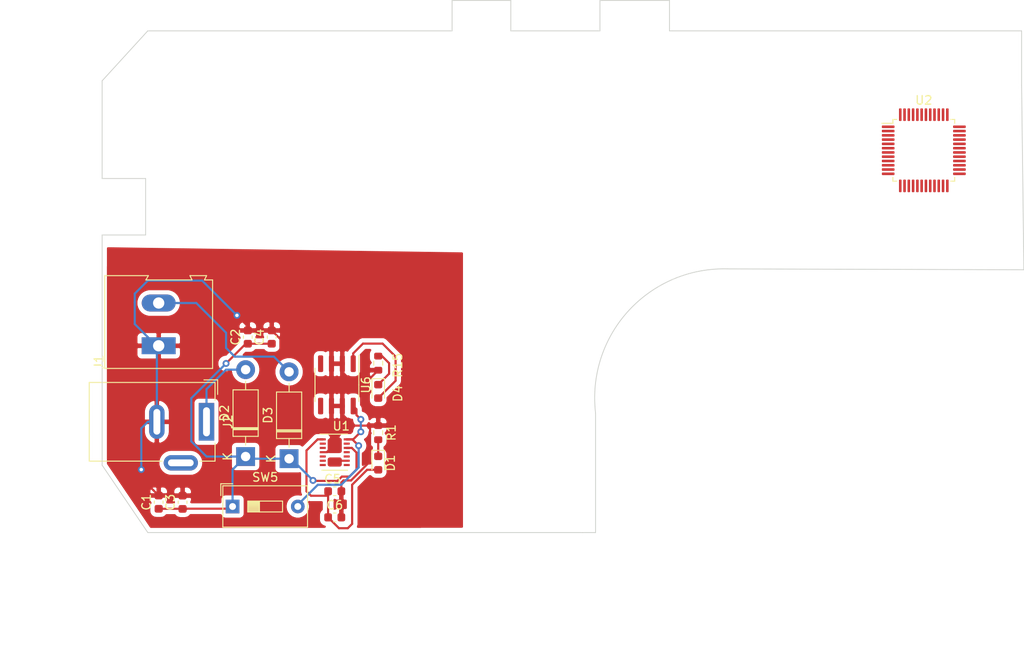
<source format=kicad_pcb>
(kicad_pcb (version 20171130) (host pcbnew 5.1.10-88a1d61d58~90~ubuntu20.10.1)

  (general
    (thickness 1.6)
    (drawings 24)
    (tracks 130)
    (zones 0)
    (modules 18)
    (nets 55)
  )

  (page A4)
  (layers
    (0 F.Cu signal)
    (31 B.Cu signal)
    (32 B.Adhes user)
    (33 F.Adhes user)
    (34 B.Paste user)
    (35 F.Paste user)
    (36 B.SilkS user)
    (37 F.SilkS user)
    (38 B.Mask user)
    (39 F.Mask user)
    (40 Dwgs.User user)
    (41 Cmts.User user)
    (42 Eco1.User user)
    (43 Eco2.User user)
    (44 Edge.Cuts user)
    (45 Margin user)
    (46 B.CrtYd user)
    (47 F.CrtYd user)
    (48 B.Fab user)
    (49 F.Fab user)
  )

  (setup
    (last_trace_width 0.25)
    (trace_clearance 0.2)
    (zone_clearance 0.508)
    (zone_45_only no)
    (trace_min 0.2)
    (via_size 0.8)
    (via_drill 0.4)
    (via_min_size 0.4)
    (via_min_drill 0.3)
    (uvia_size 0.3)
    (uvia_drill 0.1)
    (uvias_allowed no)
    (uvia_min_size 0.2)
    (uvia_min_drill 0.1)
    (edge_width 0.1)
    (segment_width 0.2)
    (pcb_text_width 0.3)
    (pcb_text_size 1.5 1.5)
    (mod_edge_width 0.15)
    (mod_text_size 1 1)
    (mod_text_width 0.15)
    (pad_size 1.524 1.524)
    (pad_drill 0.762)
    (pad_to_mask_clearance 0)
    (aux_axis_origin 0 0)
    (visible_elements FFFFFF7F)
    (pcbplotparams
      (layerselection 0x010fc_ffffffff)
      (usegerberextensions false)
      (usegerberattributes true)
      (usegerberadvancedattributes true)
      (creategerberjobfile true)
      (excludeedgelayer true)
      (linewidth 0.100000)
      (plotframeref false)
      (viasonmask false)
      (mode 1)
      (useauxorigin false)
      (hpglpennumber 1)
      (hpglpenspeed 20)
      (hpglpendiameter 15.000000)
      (psnegative false)
      (psa4output false)
      (plotreference true)
      (plotvalue true)
      (plotinvisibletext false)
      (padsonsilk false)
      (subtractmaskfromsilk false)
      (outputformat 1)
      (mirror false)
      (drillshape 1)
      (scaleselection 1)
      (outputdirectory ""))
  )

  (net 0 "")
  (net 1 "Net-(C1-Pad1)")
  (net 2 "Net-(D2-Pad2)")
  (net 3 "Net-(D3-Pad2)")
  (net 4 "Net-(C17-Pad1)")
  (net 5 "Net-(U1-Pad13)")
  (net 6 "Net-(U1-Pad3)")
  (net 7 "Net-(U1-Pad2)")
  (net 8 3.3V)
  (net 9 0)
  (net 10 "Net-(U2-Pad1)")
  (net 11 "Net-(U2-Pad2)")
  (net 12 "Net-(C7-Pad1)")
  (net 13 "Net-(C10-Pad1)")
  (net 14 "Net-(C8-Pad1)")
  (net 15 "Net-(C9-Pad1)")
  (net 16 RESET)
  (net 17 "Net-(U2-Pad10)")
  (net 18 "Net-(U2-Pad11)")
  (net 19 "Net-(U2-Pad12)")
  (net 20 "Net-(U2-Pad13)")
  (net 21 "Net-(U2-Pad14)")
  (net 22 "Net-(U2-Pad15)")
  (net 23 "Net-(U2-Pad16)")
  (net 24 "Net-(U2-Pad17)")
  (net 25 "Net-(U2-Pad18)")
  (net 26 "Net-(U2-Pad19)")
  (net 27 "Net-(R2-Pad1)")
  (net 28 "Net-(U2-Pad21)")
  (net 29 "Net-(U2-Pad22)")
  (net 30 "Net-(U2-Pad25)")
  (net 31 "Net-(U2-Pad26)")
  (net 32 "Net-(U2-Pad27)")
  (net 33 "Net-(U2-Pad28)")
  (net 34 "Net-(U2-Pad29)")
  (net 35 "Net-(U2-Pad30)")
  (net 36 "Net-(U2-Pad31)")
  (net 37 "Net-(R5-Pad2)")
  (net 38 "Net-(R4-Pad1)")
  (net 39 "Net-(U2-Pad34)")
  (net 40 "Net-(U2-Pad37)")
  (net 41 "Net-(U2-Pad38)")
  (net 42 "Net-(U2-Pad39)")
  (net 43 "Net-(U2-Pad40)")
  (net 44 "Net-(U2-Pad41)")
  (net 45 "Net-(U2-Pad42)")
  (net 46 "Net-(U2-Pad43)")
  (net 47 "Net-(R3-Pad2)")
  (net 48 "Net-(U2-Pad45)")
  (net 49 "Net-(U2-Pad46)")
  (net 50 5V)
  (net 51 "Net-(U6-Pad5)")
  (net 52 "Net-(U6-Pad4)")
  (net 53 "Net-(D1-Pad1)")
  (net 54 "Net-(D4-Pad1)")

  (net_class Default "This is the default net class."
    (clearance 0.2)
    (trace_width 0.25)
    (via_dia 0.8)
    (via_drill 0.4)
    (uvia_dia 0.3)
    (uvia_drill 0.1)
    (add_net 0)
    (add_net 3.3V)
    (add_net 5V)
    (add_net "Net-(C1-Pad1)")
    (add_net "Net-(C10-Pad1)")
    (add_net "Net-(C17-Pad1)")
    (add_net "Net-(C7-Pad1)")
    (add_net "Net-(C8-Pad1)")
    (add_net "Net-(C9-Pad1)")
    (add_net "Net-(D1-Pad1)")
    (add_net "Net-(D2-Pad2)")
    (add_net "Net-(D3-Pad2)")
    (add_net "Net-(D4-Pad1)")
    (add_net "Net-(R2-Pad1)")
    (add_net "Net-(R3-Pad2)")
    (add_net "Net-(R4-Pad1)")
    (add_net "Net-(R5-Pad2)")
    (add_net "Net-(U1-Pad13)")
    (add_net "Net-(U1-Pad2)")
    (add_net "Net-(U1-Pad3)")
    (add_net "Net-(U2-Pad1)")
    (add_net "Net-(U2-Pad10)")
    (add_net "Net-(U2-Pad11)")
    (add_net "Net-(U2-Pad12)")
    (add_net "Net-(U2-Pad13)")
    (add_net "Net-(U2-Pad14)")
    (add_net "Net-(U2-Pad15)")
    (add_net "Net-(U2-Pad16)")
    (add_net "Net-(U2-Pad17)")
    (add_net "Net-(U2-Pad18)")
    (add_net "Net-(U2-Pad19)")
    (add_net "Net-(U2-Pad2)")
    (add_net "Net-(U2-Pad21)")
    (add_net "Net-(U2-Pad22)")
    (add_net "Net-(U2-Pad25)")
    (add_net "Net-(U2-Pad26)")
    (add_net "Net-(U2-Pad27)")
    (add_net "Net-(U2-Pad28)")
    (add_net "Net-(U2-Pad29)")
    (add_net "Net-(U2-Pad30)")
    (add_net "Net-(U2-Pad31)")
    (add_net "Net-(U2-Pad34)")
    (add_net "Net-(U2-Pad37)")
    (add_net "Net-(U2-Pad38)")
    (add_net "Net-(U2-Pad39)")
    (add_net "Net-(U2-Pad40)")
    (add_net "Net-(U2-Pad41)")
    (add_net "Net-(U2-Pad42)")
    (add_net "Net-(U2-Pad43)")
    (add_net "Net-(U2-Pad45)")
    (add_net "Net-(U2-Pad46)")
    (add_net "Net-(U6-Pad4)")
    (add_net "Net-(U6-Pad5)")
    (add_net RESET)
  )

  (module Resistor_SMD:R_0603_1608Metric (layer F.Cu) (tedit 5F68FEEE) (tstamp 61142538)
    (at 130.81 113.538 270)
    (descr "Resistor SMD 0603 (1608 Metric), square (rectangular) end terminal, IPC_7351 nominal, (Body size source: IPC-SM-782 page 72, https://www.pcb-3d.com/wordpress/wp-content/uploads/ipc-sm-782a_amendment_1_and_2.pdf), generated with kicad-footprint-generator")
    (tags resistor)
    (path /611BA400)
    (attr smd)
    (fp_text reference R15 (at 0.254 -2.286 90) (layer F.SilkS)
      (effects (font (size 1 1) (thickness 0.15)))
    )
    (fp_text value 200 (at 0 1.43 90) (layer F.Fab)
      (effects (font (size 1 1) (thickness 0.15)))
    )
    (fp_text user %R (at 0 0 90) (layer F.Fab)
      (effects (font (size 0.4 0.4) (thickness 0.06)))
    )
    (fp_line (start -0.8 0.4125) (end -0.8 -0.4125) (layer F.Fab) (width 0.1))
    (fp_line (start -0.8 -0.4125) (end 0.8 -0.4125) (layer F.Fab) (width 0.1))
    (fp_line (start 0.8 -0.4125) (end 0.8 0.4125) (layer F.Fab) (width 0.1))
    (fp_line (start 0.8 0.4125) (end -0.8 0.4125) (layer F.Fab) (width 0.1))
    (fp_line (start -0.237258 -0.5225) (end 0.237258 -0.5225) (layer F.SilkS) (width 0.12))
    (fp_line (start -0.237258 0.5225) (end 0.237258 0.5225) (layer F.SilkS) (width 0.12))
    (fp_line (start -1.48 0.73) (end -1.48 -0.73) (layer F.CrtYd) (width 0.05))
    (fp_line (start -1.48 -0.73) (end 1.48 -0.73) (layer F.CrtYd) (width 0.05))
    (fp_line (start 1.48 -0.73) (end 1.48 0.73) (layer F.CrtYd) (width 0.05))
    (fp_line (start 1.48 0.73) (end -1.48 0.73) (layer F.CrtYd) (width 0.05))
    (pad 2 smd roundrect (at 0.825 0 270) (size 0.8 0.95) (layers F.Cu F.Paste F.Mask) (roundrect_rratio 0.25)
      (net 9 0))
    (pad 1 smd roundrect (at -0.825 0 270) (size 0.8 0.95) (layers F.Cu F.Paste F.Mask) (roundrect_rratio 0.25)
      (net 54 "Net-(D4-Pad1)"))
    (model ${KISYS3DMOD}/Resistor_SMD.3dshapes/R_0603_1608Metric.wrl
      (at (xyz 0 0 0))
      (scale (xyz 1 1 1))
      (rotate (xyz 0 0 0))
    )
  )

  (module Resistor_SMD:R_0603_1608Metric (layer F.Cu) (tedit 5F68FEEE) (tstamp 61142527)
    (at 130.81 121.666 90)
    (descr "Resistor SMD 0603 (1608 Metric), square (rectangular) end terminal, IPC_7351 nominal, (Body size source: IPC-SM-782 page 72, https://www.pcb-3d.com/wordpress/wp-content/uploads/ipc-sm-782a_amendment_1_and_2.pdf), generated with kicad-footprint-generator")
    (tags resistor)
    (path /60F442E4)
    (attr smd)
    (fp_text reference R1 (at 0 1.524 90) (layer F.SilkS)
      (effects (font (size 1 1) (thickness 0.15)))
    )
    (fp_text value 200 (at 0 1.43 90) (layer F.Fab)
      (effects (font (size 1 1) (thickness 0.15)))
    )
    (fp_text user %R (at 0 0 90) (layer F.Fab)
      (effects (font (size 0.4 0.4) (thickness 0.06)))
    )
    (fp_line (start -0.8 0.4125) (end -0.8 -0.4125) (layer F.Fab) (width 0.1))
    (fp_line (start -0.8 -0.4125) (end 0.8 -0.4125) (layer F.Fab) (width 0.1))
    (fp_line (start 0.8 -0.4125) (end 0.8 0.4125) (layer F.Fab) (width 0.1))
    (fp_line (start 0.8 0.4125) (end -0.8 0.4125) (layer F.Fab) (width 0.1))
    (fp_line (start -0.237258 -0.5225) (end 0.237258 -0.5225) (layer F.SilkS) (width 0.12))
    (fp_line (start -0.237258 0.5225) (end 0.237258 0.5225) (layer F.SilkS) (width 0.12))
    (fp_line (start -1.48 0.73) (end -1.48 -0.73) (layer F.CrtYd) (width 0.05))
    (fp_line (start -1.48 -0.73) (end 1.48 -0.73) (layer F.CrtYd) (width 0.05))
    (fp_line (start 1.48 -0.73) (end 1.48 0.73) (layer F.CrtYd) (width 0.05))
    (fp_line (start 1.48 0.73) (end -1.48 0.73) (layer F.CrtYd) (width 0.05))
    (pad 2 smd roundrect (at 0.825 0 90) (size 0.8 0.95) (layers F.Cu F.Paste F.Mask) (roundrect_rratio 0.25)
      (net 9 0))
    (pad 1 smd roundrect (at -0.825 0 90) (size 0.8 0.95) (layers F.Cu F.Paste F.Mask) (roundrect_rratio 0.25)
      (net 53 "Net-(D1-Pad1)"))
    (model ${KISYS3DMOD}/Resistor_SMD.3dshapes/R_0603_1608Metric.wrl
      (at (xyz 0 0 0))
      (scale (xyz 1 1 1))
      (rotate (xyz 0 0 0))
    )
  )

  (module Diode_SMD:D_0603_1608Metric (layer F.Cu) (tedit 5F68FEF0) (tstamp 61142412)
    (at 130.81 116.84 270)
    (descr "Diode SMD 0603 (1608 Metric), square (rectangular) end terminal, IPC_7351 nominal, (Body size source: http://www.tortai-tech.com/upload/download/2011102023233369053.pdf), generated with kicad-footprint-generator")
    (tags diode)
    (path /611B9DB8)
    (attr smd)
    (fp_text reference D4 (at 0.254 -2.286 90) (layer F.SilkS)
      (effects (font (size 1 1) (thickness 0.15)))
    )
    (fp_text value LED (at 0 1.43 90) (layer F.Fab)
      (effects (font (size 1 1) (thickness 0.15)))
    )
    (fp_text user %R (at 0 0 90) (layer F.Fab)
      (effects (font (size 0.4 0.4) (thickness 0.06)))
    )
    (fp_line (start 0.8 -0.4) (end -0.5 -0.4) (layer F.Fab) (width 0.1))
    (fp_line (start -0.5 -0.4) (end -0.8 -0.1) (layer F.Fab) (width 0.1))
    (fp_line (start -0.8 -0.1) (end -0.8 0.4) (layer F.Fab) (width 0.1))
    (fp_line (start -0.8 0.4) (end 0.8 0.4) (layer F.Fab) (width 0.1))
    (fp_line (start 0.8 0.4) (end 0.8 -0.4) (layer F.Fab) (width 0.1))
    (fp_line (start 0.8 -0.735) (end -1.485 -0.735) (layer F.SilkS) (width 0.12))
    (fp_line (start -1.485 -0.735) (end -1.485 0.735) (layer F.SilkS) (width 0.12))
    (fp_line (start -1.485 0.735) (end 0.8 0.735) (layer F.SilkS) (width 0.12))
    (fp_line (start -1.48 0.73) (end -1.48 -0.73) (layer F.CrtYd) (width 0.05))
    (fp_line (start -1.48 -0.73) (end 1.48 -0.73) (layer F.CrtYd) (width 0.05))
    (fp_line (start 1.48 -0.73) (end 1.48 0.73) (layer F.CrtYd) (width 0.05))
    (fp_line (start 1.48 0.73) (end -1.48 0.73) (layer F.CrtYd) (width 0.05))
    (pad 2 smd roundrect (at 0.7875 0 270) (size 0.875 0.95) (layers F.Cu F.Paste F.Mask) (roundrect_rratio 0.25)
      (net 50 5V))
    (pad 1 smd roundrect (at -0.7875 0 270) (size 0.875 0.95) (layers F.Cu F.Paste F.Mask) (roundrect_rratio 0.25)
      (net 54 "Net-(D4-Pad1)"))
    (model ${KISYS3DMOD}/Diode_SMD.3dshapes/D_0603_1608Metric.wrl
      (at (xyz 0 0 0))
      (scale (xyz 1 1 1))
      (rotate (xyz 0 0 0))
    )
  )

  (module Diode_SMD:D_0603_1608Metric (layer F.Cu) (tedit 5F68FEF0) (tstamp 61142387)
    (at 130.81 125.222 270)
    (descr "Diode SMD 0603 (1608 Metric), square (rectangular) end terminal, IPC_7351 nominal, (Body size source: http://www.tortai-tech.com/upload/download/2011102023233369053.pdf), generated with kicad-footprint-generator")
    (tags diode)
    (path /60F372FC)
    (attr smd)
    (fp_text reference D1 (at 0 -1.43 90) (layer F.SilkS)
      (effects (font (size 1 1) (thickness 0.15)))
    )
    (fp_text value LED (at 0 1.43 90) (layer F.Fab)
      (effects (font (size 1 1) (thickness 0.15)))
    )
    (fp_text user %R (at 0 0 90) (layer F.Fab)
      (effects (font (size 0.4 0.4) (thickness 0.06)))
    )
    (fp_line (start 0.8 -0.4) (end -0.5 -0.4) (layer F.Fab) (width 0.1))
    (fp_line (start -0.5 -0.4) (end -0.8 -0.1) (layer F.Fab) (width 0.1))
    (fp_line (start -0.8 -0.1) (end -0.8 0.4) (layer F.Fab) (width 0.1))
    (fp_line (start -0.8 0.4) (end 0.8 0.4) (layer F.Fab) (width 0.1))
    (fp_line (start 0.8 0.4) (end 0.8 -0.4) (layer F.Fab) (width 0.1))
    (fp_line (start 0.8 -0.735) (end -1.485 -0.735) (layer F.SilkS) (width 0.12))
    (fp_line (start -1.485 -0.735) (end -1.485 0.735) (layer F.SilkS) (width 0.12))
    (fp_line (start -1.485 0.735) (end 0.8 0.735) (layer F.SilkS) (width 0.12))
    (fp_line (start -1.48 0.73) (end -1.48 -0.73) (layer F.CrtYd) (width 0.05))
    (fp_line (start -1.48 -0.73) (end 1.48 -0.73) (layer F.CrtYd) (width 0.05))
    (fp_line (start 1.48 -0.73) (end 1.48 0.73) (layer F.CrtYd) (width 0.05))
    (fp_line (start 1.48 0.73) (end -1.48 0.73) (layer F.CrtYd) (width 0.05))
    (pad 2 smd roundrect (at 0.7875 0 270) (size 0.875 0.95) (layers F.Cu F.Paste F.Mask) (roundrect_rratio 0.25)
      (net 8 3.3V))
    (pad 1 smd roundrect (at -0.7875 0 270) (size 0.875 0.95) (layers F.Cu F.Paste F.Mask) (roundrect_rratio 0.25)
      (net 53 "Net-(D1-Pad1)"))
    (model ${KISYS3DMOD}/Diode_SMD.3dshapes/D_0603_1608Metric.wrl
      (at (xyz 0 0 0))
      (scale (xyz 1 1 1))
      (rotate (xyz 0 0 0))
    )
  )

  (module Package_SO:SOIC-8_3.9x4.9mm_P1.27mm (layer F.Cu) (tedit 5D9F72B1) (tstamp 61140C63)
    (at 125.984 116.078 270)
    (descr "SOIC, 8 Pin (JEDEC MS-012AA, https://www.analog.com/media/en/package-pcb-resources/package/pkg_pdf/soic_narrow-r/r_8.pdf), generated with kicad-footprint-generator ipc_gullwing_generator.py")
    (tags "SOIC SO")
    (path /611634FA)
    (attr smd)
    (fp_text reference U6 (at 0 -3.4 90) (layer F.SilkS)
      (effects (font (size 1 1) (thickness 0.15)))
    )
    (fp_text value LM78L05_SO8 (at 0 3.4 90) (layer F.Fab)
      (effects (font (size 1 1) (thickness 0.15)))
    )
    (fp_text user %R (at 0 0 90) (layer F.Fab)
      (effects (font (size 0.98 0.98) (thickness 0.15)))
    )
    (fp_line (start 0 2.56) (end 1.95 2.56) (layer F.SilkS) (width 0.12))
    (fp_line (start 0 2.56) (end -1.95 2.56) (layer F.SilkS) (width 0.12))
    (fp_line (start 0 -2.56) (end 1.95 -2.56) (layer F.SilkS) (width 0.12))
    (fp_line (start 0 -2.56) (end -3.45 -2.56) (layer F.SilkS) (width 0.12))
    (fp_line (start -0.975 -2.45) (end 1.95 -2.45) (layer F.Fab) (width 0.1))
    (fp_line (start 1.95 -2.45) (end 1.95 2.45) (layer F.Fab) (width 0.1))
    (fp_line (start 1.95 2.45) (end -1.95 2.45) (layer F.Fab) (width 0.1))
    (fp_line (start -1.95 2.45) (end -1.95 -1.475) (layer F.Fab) (width 0.1))
    (fp_line (start -1.95 -1.475) (end -0.975 -2.45) (layer F.Fab) (width 0.1))
    (fp_line (start -3.7 -2.7) (end -3.7 2.7) (layer F.CrtYd) (width 0.05))
    (fp_line (start -3.7 2.7) (end 3.7 2.7) (layer F.CrtYd) (width 0.05))
    (fp_line (start 3.7 2.7) (end 3.7 -2.7) (layer F.CrtYd) (width 0.05))
    (fp_line (start 3.7 -2.7) (end -3.7 -2.7) (layer F.CrtYd) (width 0.05))
    (pad 8 smd roundrect (at 2.475 -1.905 270) (size 1.95 0.6) (layers F.Cu F.Paste F.Mask) (roundrect_rratio 0.25)
      (net 4 "Net-(C17-Pad1)"))
    (pad 7 smd roundrect (at 2.475 -0.635 270) (size 1.95 0.6) (layers F.Cu F.Paste F.Mask) (roundrect_rratio 0.25)
      (net 9 0))
    (pad 6 smd roundrect (at 2.475 0.635 270) (size 1.95 0.6) (layers F.Cu F.Paste F.Mask) (roundrect_rratio 0.25)
      (net 9 0))
    (pad 5 smd roundrect (at 2.475 1.905 270) (size 1.95 0.6) (layers F.Cu F.Paste F.Mask) (roundrect_rratio 0.25)
      (net 51 "Net-(U6-Pad5)"))
    (pad 4 smd roundrect (at -2.475 1.905 270) (size 1.95 0.6) (layers F.Cu F.Paste F.Mask) (roundrect_rratio 0.25)
      (net 52 "Net-(U6-Pad4)"))
    (pad 3 smd roundrect (at -2.475 0.635 270) (size 1.95 0.6) (layers F.Cu F.Paste F.Mask) (roundrect_rratio 0.25)
      (net 9 0))
    (pad 2 smd roundrect (at -2.475 -0.635 270) (size 1.95 0.6) (layers F.Cu F.Paste F.Mask) (roundrect_rratio 0.25)
      (net 9 0))
    (pad 1 smd roundrect (at -2.475 -1.905 270) (size 1.95 0.6) (layers F.Cu F.Paste F.Mask) (roundrect_rratio 0.25)
      (net 50 5V))
    (model ${KISYS3DMOD}/Package_SO.3dshapes/SOIC-8_3.9x4.9mm_P1.27mm.wrl
      (at (xyz 0 0 0))
      (scale (xyz 1 1 1))
      (rotate (xyz 0 0 0))
    )
  )

  (module Button_Switch_THT:SW_DIP_SPSTx01_Slide_9.78x4.72mm_W7.62mm_P2.54mm (layer F.Cu) (tedit 5A4E1404) (tstamp 61140B5B)
    (at 113.792 130.302)
    (descr "1x-dip-switch SPST , Slide, row spacing 7.62 mm (300 mils), body size 9.78x4.72mm (see e.g. https://www.ctscorp.com/wp-content/uploads/206-208.pdf)")
    (tags "DIP Switch SPST Slide 7.62mm 300mil")
    (path /6106225E)
    (fp_text reference SW5 (at 3.81 -3.42) (layer F.SilkS)
      (effects (font (size 1 1) (thickness 0.15)))
    )
    (fp_text value SW_SPST (at 3.81 3.42) (layer F.Fab)
      (effects (font (size 1 1) (thickness 0.15)))
    )
    (fp_text user on (at 5.365 -1.4975) (layer F.Fab)
      (effects (font (size 0.6 0.6) (thickness 0.09)))
    )
    (fp_text user %R (at 7.27 0 90) (layer F.Fab)
      (effects (font (size 0.6 0.6) (thickness 0.09)))
    )
    (fp_line (start -0.08 -2.36) (end 8.7 -2.36) (layer F.Fab) (width 0.1))
    (fp_line (start 8.7 -2.36) (end 8.7 2.36) (layer F.Fab) (width 0.1))
    (fp_line (start 8.7 2.36) (end -1.08 2.36) (layer F.Fab) (width 0.1))
    (fp_line (start -1.08 2.36) (end -1.08 -1.36) (layer F.Fab) (width 0.1))
    (fp_line (start -1.08 -1.36) (end -0.08 -2.36) (layer F.Fab) (width 0.1))
    (fp_line (start 1.78 -0.635) (end 1.78 0.635) (layer F.Fab) (width 0.1))
    (fp_line (start 1.78 0.635) (end 5.84 0.635) (layer F.Fab) (width 0.1))
    (fp_line (start 5.84 0.635) (end 5.84 -0.635) (layer F.Fab) (width 0.1))
    (fp_line (start 5.84 -0.635) (end 1.78 -0.635) (layer F.Fab) (width 0.1))
    (fp_line (start 1.78 -0.535) (end 3.133333 -0.535) (layer F.Fab) (width 0.1))
    (fp_line (start 1.78 -0.435) (end 3.133333 -0.435) (layer F.Fab) (width 0.1))
    (fp_line (start 1.78 -0.335) (end 3.133333 -0.335) (layer F.Fab) (width 0.1))
    (fp_line (start 1.78 -0.235) (end 3.133333 -0.235) (layer F.Fab) (width 0.1))
    (fp_line (start 1.78 -0.135) (end 3.133333 -0.135) (layer F.Fab) (width 0.1))
    (fp_line (start 1.78 -0.035) (end 3.133333 -0.035) (layer F.Fab) (width 0.1))
    (fp_line (start 1.78 0.065) (end 3.133333 0.065) (layer F.Fab) (width 0.1))
    (fp_line (start 1.78 0.165) (end 3.133333 0.165) (layer F.Fab) (width 0.1))
    (fp_line (start 1.78 0.265) (end 3.133333 0.265) (layer F.Fab) (width 0.1))
    (fp_line (start 1.78 0.365) (end 3.133333 0.365) (layer F.Fab) (width 0.1))
    (fp_line (start 1.78 0.465) (end 3.133333 0.465) (layer F.Fab) (width 0.1))
    (fp_line (start 1.78 0.565) (end 3.133333 0.565) (layer F.Fab) (width 0.1))
    (fp_line (start 3.133333 -0.635) (end 3.133333 0.635) (layer F.Fab) (width 0.1))
    (fp_line (start -1.14 -2.42) (end 8.76 -2.42) (layer F.SilkS) (width 0.12))
    (fp_line (start -1.14 2.42) (end 8.76 2.42) (layer F.SilkS) (width 0.12))
    (fp_line (start -1.14 -2.42) (end -1.14 2.42) (layer F.SilkS) (width 0.12))
    (fp_line (start 8.76 -2.42) (end 8.76 2.42) (layer F.SilkS) (width 0.12))
    (fp_line (start -1.38 -2.66) (end 0.004 -2.66) (layer F.SilkS) (width 0.12))
    (fp_line (start -1.38 -2.66) (end -1.38 -1.277) (layer F.SilkS) (width 0.12))
    (fp_line (start 1.78 -0.635) (end 1.78 0.635) (layer F.SilkS) (width 0.12))
    (fp_line (start 1.78 0.635) (end 5.84 0.635) (layer F.SilkS) (width 0.12))
    (fp_line (start 5.84 0.635) (end 5.84 -0.635) (layer F.SilkS) (width 0.12))
    (fp_line (start 5.84 -0.635) (end 1.78 -0.635) (layer F.SilkS) (width 0.12))
    (fp_line (start 1.78 -0.515) (end 3.133333 -0.515) (layer F.SilkS) (width 0.12))
    (fp_line (start 1.78 -0.395) (end 3.133333 -0.395) (layer F.SilkS) (width 0.12))
    (fp_line (start 1.78 -0.275) (end 3.133333 -0.275) (layer F.SilkS) (width 0.12))
    (fp_line (start 1.78 -0.155) (end 3.133333 -0.155) (layer F.SilkS) (width 0.12))
    (fp_line (start 1.78 -0.035) (end 3.133333 -0.035) (layer F.SilkS) (width 0.12))
    (fp_line (start 1.78 0.085) (end 3.133333 0.085) (layer F.SilkS) (width 0.12))
    (fp_line (start 1.78 0.205) (end 3.133333 0.205) (layer F.SilkS) (width 0.12))
    (fp_line (start 1.78 0.325) (end 3.133333 0.325) (layer F.SilkS) (width 0.12))
    (fp_line (start 1.78 0.445) (end 3.133333 0.445) (layer F.SilkS) (width 0.12))
    (fp_line (start 1.78 0.565) (end 3.133333 0.565) (layer F.SilkS) (width 0.12))
    (fp_line (start 3.133333 -0.635) (end 3.133333 0.635) (layer F.SilkS) (width 0.12))
    (fp_line (start -1.35 -2.7) (end -1.35 2.7) (layer F.CrtYd) (width 0.05))
    (fp_line (start -1.35 2.7) (end 8.95 2.7) (layer F.CrtYd) (width 0.05))
    (fp_line (start 8.95 2.7) (end 8.95 -2.7) (layer F.CrtYd) (width 0.05))
    (fp_line (start 8.95 -2.7) (end -1.35 -2.7) (layer F.CrtYd) (width 0.05))
    (pad 2 thru_hole oval (at 7.62 0) (size 1.6 1.6) (drill 0.8) (layers *.Cu *.Mask)
      (net 4 "Net-(C17-Pad1)"))
    (pad 1 thru_hole rect (at 0 0) (size 1.6 1.6) (drill 0.8) (layers *.Cu *.Mask)
      (net 1 "Net-(C1-Pad1)"))
    (model ${KISYS3DMOD}/Button_Switch_THT.3dshapes/SW_DIP_SPSTx01_Slide_9.78x4.72mm_W7.62mm_P2.54mm.wrl
      (at (xyz 0 0 0))
      (scale (xyz 1 1 1))
      (rotate (xyz 0 0 90))
    )
  )

  (module Connector_BarrelJack:BarrelJack_Wuerth_6941xx301002 (layer F.Cu) (tedit 5B191DE1) (tstamp 61140B24)
    (at 110.744 120.396 270)
    (descr "Wuerth electronics barrel jack connector (5.5mm outher diameter, inner diameter 2.05mm or 2.55mm depending on exact order number), See: http://katalog.we-online.de/em/datasheet/6941xx301002.pdf")
    (tags "connector barrel jack")
    (path /60F24553)
    (fp_text reference J2 (at 0 -2.5 90) (layer F.SilkS)
      (effects (font (size 1 1) (thickness 0.15)))
    )
    (fp_text value 12V_DC_JACK (at 0 15.5 90) (layer F.Fab)
      (effects (font (size 1 1) (thickness 0.15)))
    )
    (fp_text user %R (at 0 7.5 90) (layer F.Fab)
      (effects (font (size 1 1) (thickness 0.15)))
    )
    (fp_line (start 5 14.1) (end 5 5.5) (layer F.CrtYd) (width 0.05))
    (fp_line (start 4.6 5.2) (end 4.6 13.7) (layer F.SilkS) (width 0.12))
    (fp_line (start -4.5 0.1) (end -3.5 -0.9) (layer F.Fab) (width 0.1))
    (fp_line (start 4.5 -0.9) (end -3.5 -0.9) (layer F.Fab) (width 0.1))
    (fp_line (start 4.5 -0.9) (end 4.5 13.6) (layer F.Fab) (width 0.1))
    (fp_line (start 4.5 13.6) (end -4.5 13.6) (layer F.Fab) (width 0.1))
    (fp_line (start -4.5 13.6) (end -4.5 0.1) (layer F.Fab) (width 0.1))
    (fp_line (start 4.6 13.7) (end -4.6 13.7) (layer F.SilkS) (width 0.12))
    (fp_line (start -4.6 13.7) (end -4.6 -1) (layer F.SilkS) (width 0.12))
    (fp_line (start 2.5 -1) (end 4.6 -1) (layer F.SilkS) (width 0.12))
    (fp_line (start 4.6 -1) (end 4.6 0.8) (layer F.SilkS) (width 0.12))
    (fp_line (start -3.2 -1.3) (end -4.9 -1.3) (layer F.SilkS) (width 0.12))
    (fp_line (start -4.9 -1.3) (end -4.9 0.3) (layer F.SilkS) (width 0.12))
    (fp_line (start 5 -1.4) (end -5 -1.4) (layer F.CrtYd) (width 0.05))
    (fp_line (start -5 -1.4) (end -5 14.1) (layer F.CrtYd) (width 0.05))
    (fp_line (start -5 14.1) (end 5 14.1) (layer F.CrtYd) (width 0.05))
    (fp_line (start 5 0.5) (end 5 -1.4) (layer F.CrtYd) (width 0.05))
    (fp_line (start 6.2 0.5) (end 6.2 5.5) (layer F.CrtYd) (width 0.05))
    (fp_line (start 6.2 5.5) (end 5 5.5) (layer F.CrtYd) (width 0.05))
    (fp_line (start 6.2 0.5) (end 5 0.5) (layer F.CrtYd) (width 0.05))
    (fp_line (start -4.6 -1) (end -2.5 -1) (layer F.SilkS) (width 0.12))
    (pad 1 thru_hole rect (at 0 0 270) (size 4.4 1.8) (drill oval 3.4 0.8) (layers *.Cu *.Mask)
      (net 2 "Net-(D2-Pad2)"))
    (pad 2 thru_hole oval (at 0 5.8 270) (size 4 1.8) (drill oval 3 0.8) (layers *.Cu *.Mask)
      (net 9 0))
    (pad 3 thru_hole oval (at 4.8 3) (size 4 1.8) (drill oval 3 0.8) (layers *.Cu *.Mask))
    (model ${KISYS3DMOD}/Connector_BarrelJack.3dshapes/BarrelJack_Wuerth_6941xx301002.wrl
      (at (xyz 0 0 0))
      (scale (xyz 1 1 1))
      (rotate (xyz 0 0 0))
    )
  )

  (module TerminalBlock:TerminalBlock_Altech_AK300-2_P5.00mm (layer F.Cu) (tedit 59FF0306) (tstamp 61140B07)
    (at 105.156 111.506 90)
    (descr "Altech AK300 terminal block, pitch 5.0mm, 45 degree angled, see http://www.mouser.com/ds/2/16/PCBMETRC-24178.pdf")
    (tags "Altech AK300 terminal block pitch 5.0mm")
    (path /60F26002)
    (fp_text reference J1 (at -1.92 -6.99 90) (layer F.SilkS)
      (effects (font (size 1 1) (thickness 0.15)))
    )
    (fp_text value 9V_BATTERY (at 2.78 7.75 90) (layer F.Fab)
      (effects (font (size 1 1) (thickness 0.15)))
    )
    (fp_arc (start -1.13 -4.65) (end -1.42 -4.13) (angle 104.2) (layer F.Fab) (width 0.1))
    (fp_arc (start -0.01 -3.71) (end -1.62 -5) (angle 100) (layer F.Fab) (width 0.1))
    (fp_arc (start 0.06 -6.07) (end 1.53 -4.12) (angle 75.5) (layer F.Fab) (width 0.1))
    (fp_arc (start 1.03 -4.59) (end 1.53 -5.05) (angle 90.5) (layer F.Fab) (width 0.1))
    (fp_arc (start 3.87 -4.65) (end 3.58 -4.13) (angle 104.2) (layer F.Fab) (width 0.1))
    (fp_arc (start 4.99 -3.71) (end 3.39 -5) (angle 100) (layer F.Fab) (width 0.1))
    (fp_arc (start 5.07 -6.07) (end 6.53 -4.12) (angle 75.5) (layer F.Fab) (width 0.1))
    (fp_arc (start 6.03 -4.59) (end 6.54 -5.05) (angle 90.5) (layer F.Fab) (width 0.1))
    (fp_text user %R (at 2.5 -2 90) (layer F.Fab)
      (effects (font (size 1 1) (thickness 0.15)))
    )
    (fp_line (start -2.65 -6.3) (end -2.65 6.3) (layer F.SilkS) (width 0.12))
    (fp_line (start -2.65 6.3) (end 7.7 6.3) (layer F.SilkS) (width 0.12))
    (fp_line (start 7.7 6.3) (end 7.7 5.35) (layer F.SilkS) (width 0.12))
    (fp_line (start 7.7 5.35) (end 8.2 5.6) (layer F.SilkS) (width 0.12))
    (fp_line (start 8.2 5.6) (end 8.2 3.7) (layer F.SilkS) (width 0.12))
    (fp_line (start 8.2 3.7) (end 8.2 3.65) (layer F.SilkS) (width 0.12))
    (fp_line (start 8.2 3.65) (end 7.7 3.9) (layer F.SilkS) (width 0.12))
    (fp_line (start 7.7 3.9) (end 7.7 -1.5) (layer F.SilkS) (width 0.12))
    (fp_line (start 7.7 -1.5) (end 8.2 -1.2) (layer F.SilkS) (width 0.12))
    (fp_line (start 8.2 -1.2) (end 8.2 -6.3) (layer F.SilkS) (width 0.12))
    (fp_line (start 8.2 -6.3) (end -2.65 -6.3) (layer F.SilkS) (width 0.12))
    (fp_line (start -1.26 2.54) (end 1.28 2.54) (layer F.Fab) (width 0.1))
    (fp_line (start 1.28 2.54) (end 1.28 -0.25) (layer F.Fab) (width 0.1))
    (fp_line (start -1.26 -0.25) (end 1.28 -0.25) (layer F.Fab) (width 0.1))
    (fp_line (start -1.26 2.54) (end -1.26 -0.25) (layer F.Fab) (width 0.1))
    (fp_line (start 3.74 2.54) (end 6.28 2.54) (layer F.Fab) (width 0.1))
    (fp_line (start 6.28 2.54) (end 6.28 -0.25) (layer F.Fab) (width 0.1))
    (fp_line (start 3.74 -0.25) (end 6.28 -0.25) (layer F.Fab) (width 0.1))
    (fp_line (start 3.74 2.54) (end 3.74 -0.25) (layer F.Fab) (width 0.1))
    (fp_line (start 7.61 -6.22) (end 7.61 -3.17) (layer F.Fab) (width 0.1))
    (fp_line (start 7.61 -6.22) (end -2.58 -6.22) (layer F.Fab) (width 0.1))
    (fp_line (start 7.61 -6.22) (end 8.11 -6.22) (layer F.Fab) (width 0.1))
    (fp_line (start 8.11 -6.22) (end 8.11 -1.4) (layer F.Fab) (width 0.1))
    (fp_line (start 8.11 -1.4) (end 7.61 -1.65) (layer F.Fab) (width 0.1))
    (fp_line (start 8.11 5.46) (end 7.61 5.21) (layer F.Fab) (width 0.1))
    (fp_line (start 7.61 5.21) (end 7.61 6.22) (layer F.Fab) (width 0.1))
    (fp_line (start 8.11 3.81) (end 7.61 4.06) (layer F.Fab) (width 0.1))
    (fp_line (start 7.61 4.06) (end 7.61 5.21) (layer F.Fab) (width 0.1))
    (fp_line (start 8.11 3.81) (end 8.11 5.46) (layer F.Fab) (width 0.1))
    (fp_line (start 2.98 6.22) (end 2.98 4.32) (layer F.Fab) (width 0.1))
    (fp_line (start 7.05 -0.25) (end 7.05 4.32) (layer F.Fab) (width 0.1))
    (fp_line (start 2.98 6.22) (end 7.05 6.22) (layer F.Fab) (width 0.1))
    (fp_line (start 7.05 6.22) (end 7.61 6.22) (layer F.Fab) (width 0.1))
    (fp_line (start 2.04 6.22) (end 2.04 4.32) (layer F.Fab) (width 0.1))
    (fp_line (start 2.04 6.22) (end 2.98 6.22) (layer F.Fab) (width 0.1))
    (fp_line (start -2.02 -0.25) (end -2.02 4.32) (layer F.Fab) (width 0.1))
    (fp_line (start -2.58 6.22) (end -2.02 6.22) (layer F.Fab) (width 0.1))
    (fp_line (start -2.02 6.22) (end 2.04 6.22) (layer F.Fab) (width 0.1))
    (fp_line (start 2.98 4.32) (end 7.05 4.32) (layer F.Fab) (width 0.1))
    (fp_line (start 2.98 4.32) (end 2.98 -0.25) (layer F.Fab) (width 0.1))
    (fp_line (start 7.05 4.32) (end 7.05 6.22) (layer F.Fab) (width 0.1))
    (fp_line (start 2.04 4.32) (end -2.02 4.32) (layer F.Fab) (width 0.1))
    (fp_line (start 2.04 4.32) (end 2.04 -0.25) (layer F.Fab) (width 0.1))
    (fp_line (start -2.02 4.32) (end -2.02 6.22) (layer F.Fab) (width 0.1))
    (fp_line (start 6.67 3.68) (end 6.67 0.51) (layer F.Fab) (width 0.1))
    (fp_line (start 6.67 3.68) (end 3.36 3.68) (layer F.Fab) (width 0.1))
    (fp_line (start 3.36 3.68) (end 3.36 0.51) (layer F.Fab) (width 0.1))
    (fp_line (start 1.66 3.68) (end 1.66 0.51) (layer F.Fab) (width 0.1))
    (fp_line (start 1.66 3.68) (end -1.64 3.68) (layer F.Fab) (width 0.1))
    (fp_line (start -1.64 3.68) (end -1.64 0.51) (layer F.Fab) (width 0.1))
    (fp_line (start -1.64 0.51) (end -1.26 0.51) (layer F.Fab) (width 0.1))
    (fp_line (start 1.66 0.51) (end 1.28 0.51) (layer F.Fab) (width 0.1))
    (fp_line (start 3.36 0.51) (end 3.74 0.51) (layer F.Fab) (width 0.1))
    (fp_line (start 6.67 0.51) (end 6.28 0.51) (layer F.Fab) (width 0.1))
    (fp_line (start -2.58 6.22) (end -2.58 -0.64) (layer F.Fab) (width 0.1))
    (fp_line (start -2.58 -0.64) (end -2.58 -3.17) (layer F.Fab) (width 0.1))
    (fp_line (start 7.61 -1.65) (end 7.61 -0.64) (layer F.Fab) (width 0.1))
    (fp_line (start 7.61 -0.64) (end 7.61 4.06) (layer F.Fab) (width 0.1))
    (fp_line (start -2.58 -3.17) (end 7.61 -3.17) (layer F.Fab) (width 0.1))
    (fp_line (start -2.58 -3.17) (end -2.58 -6.22) (layer F.Fab) (width 0.1))
    (fp_line (start 7.61 -3.17) (end 7.61 -1.65) (layer F.Fab) (width 0.1))
    (fp_line (start 2.98 -3.43) (end 2.98 -5.97) (layer F.Fab) (width 0.1))
    (fp_line (start 2.98 -5.97) (end 7.05 -5.97) (layer F.Fab) (width 0.1))
    (fp_line (start 7.05 -5.97) (end 7.05 -3.43) (layer F.Fab) (width 0.1))
    (fp_line (start 7.05 -3.43) (end 2.98 -3.43) (layer F.Fab) (width 0.1))
    (fp_line (start 2.04 -3.43) (end 2.04 -5.97) (layer F.Fab) (width 0.1))
    (fp_line (start 2.04 -3.43) (end -2.02 -3.43) (layer F.Fab) (width 0.1))
    (fp_line (start -2.02 -3.43) (end -2.02 -5.97) (layer F.Fab) (width 0.1))
    (fp_line (start 2.04 -5.97) (end -2.02 -5.97) (layer F.Fab) (width 0.1))
    (fp_line (start 3.39 -4.45) (end 6.44 -5.08) (layer F.Fab) (width 0.1))
    (fp_line (start 3.52 -4.32) (end 6.56 -4.95) (layer F.Fab) (width 0.1))
    (fp_line (start -1.62 -4.45) (end 1.44 -5.08) (layer F.Fab) (width 0.1))
    (fp_line (start -1.49 -4.32) (end 1.56 -4.95) (layer F.Fab) (width 0.1))
    (fp_line (start -2.02 -0.25) (end -1.64 -0.25) (layer F.Fab) (width 0.1))
    (fp_line (start 2.04 -0.25) (end 1.66 -0.25) (layer F.Fab) (width 0.1))
    (fp_line (start 1.66 -0.25) (end -1.64 -0.25) (layer F.Fab) (width 0.1))
    (fp_line (start -2.58 -0.64) (end -1.64 -0.64) (layer F.Fab) (width 0.1))
    (fp_line (start -1.64 -0.64) (end 1.66 -0.64) (layer F.Fab) (width 0.1))
    (fp_line (start 1.66 -0.64) (end 3.36 -0.64) (layer F.Fab) (width 0.1))
    (fp_line (start 7.61 -0.64) (end 6.67 -0.64) (layer F.Fab) (width 0.1))
    (fp_line (start 6.67 -0.64) (end 3.36 -0.64) (layer F.Fab) (width 0.1))
    (fp_line (start 7.05 -0.25) (end 6.67 -0.25) (layer F.Fab) (width 0.1))
    (fp_line (start 2.98 -0.25) (end 3.36 -0.25) (layer F.Fab) (width 0.1))
    (fp_line (start 3.36 -0.25) (end 6.67 -0.25) (layer F.Fab) (width 0.1))
    (fp_line (start -2.83 -6.47) (end 8.36 -6.47) (layer F.CrtYd) (width 0.05))
    (fp_line (start -2.83 -6.47) (end -2.83 6.47) (layer F.CrtYd) (width 0.05))
    (fp_line (start 8.36 6.47) (end 8.36 -6.47) (layer F.CrtYd) (width 0.05))
    (fp_line (start 8.36 6.47) (end -2.83 6.47) (layer F.CrtYd) (width 0.05))
    (pad 2 thru_hole oval (at 5 0 90) (size 1.98 3.96) (drill 1.32) (layers *.Cu *.Mask)
      (net 3 "Net-(D3-Pad2)"))
    (pad 1 thru_hole rect (at 0 0 90) (size 1.98 3.96) (drill 1.32) (layers *.Cu *.Mask)
      (net 9 0))
    (model ${KISYS3DMOD}/TerminalBlock.3dshapes/TerminalBlock_Altech_AK300-2_P5.00mm.wrl
      (at (xyz 0 0 0))
      (scale (xyz 1 1 1))
      (rotate (xyz 0 0 0))
    )
  )

  (module Capacitor_SMD:C_0603_1608Metric (layer F.Cu) (tedit 5F68FEEE) (tstamp 61140A28)
    (at 125.73 131.572)
    (descr "Capacitor SMD 0603 (1608 Metric), square (rectangular) end terminal, IPC_7351 nominal, (Body size source: IPC-SM-782 page 76, https://www.pcb-3d.com/wordpress/wp-content/uploads/ipc-sm-782a_amendment_1_and_2.pdf), generated with kicad-footprint-generator")
    (tags capacitor)
    (path /60F52CBF)
    (attr smd)
    (fp_text reference C6 (at 0 -1.43) (layer F.SilkS)
      (effects (font (size 1 1) (thickness 0.15)))
    )
    (fp_text value 100n (at 0 1.43) (layer F.Fab)
      (effects (font (size 1 1) (thickness 0.15)))
    )
    (fp_text user %R (at 0 0) (layer F.Fab)
      (effects (font (size 0.4 0.4) (thickness 0.06)))
    )
    (fp_line (start -0.8 0.4) (end -0.8 -0.4) (layer F.Fab) (width 0.1))
    (fp_line (start -0.8 -0.4) (end 0.8 -0.4) (layer F.Fab) (width 0.1))
    (fp_line (start 0.8 -0.4) (end 0.8 0.4) (layer F.Fab) (width 0.1))
    (fp_line (start 0.8 0.4) (end -0.8 0.4) (layer F.Fab) (width 0.1))
    (fp_line (start -0.14058 -0.51) (end 0.14058 -0.51) (layer F.SilkS) (width 0.12))
    (fp_line (start -0.14058 0.51) (end 0.14058 0.51) (layer F.SilkS) (width 0.12))
    (fp_line (start -1.48 0.73) (end -1.48 -0.73) (layer F.CrtYd) (width 0.05))
    (fp_line (start -1.48 -0.73) (end 1.48 -0.73) (layer F.CrtYd) (width 0.05))
    (fp_line (start 1.48 -0.73) (end 1.48 0.73) (layer F.CrtYd) (width 0.05))
    (fp_line (start 1.48 0.73) (end -1.48 0.73) (layer F.CrtYd) (width 0.05))
    (pad 2 smd roundrect (at 0.775 0) (size 0.9 0.95) (layers F.Cu F.Paste F.Mask) (roundrect_rratio 0.25)
      (net 9 0))
    (pad 1 smd roundrect (at -0.775 0) (size 0.9 0.95) (layers F.Cu F.Paste F.Mask) (roundrect_rratio 0.25)
      (net 8 3.3V))
    (model ${KISYS3DMOD}/Capacitor_SMD.3dshapes/C_0603_1608Metric.wrl
      (at (xyz 0 0 0))
      (scale (xyz 1 1 1))
      (rotate (xyz 0 0 0))
    )
  )

  (module Capacitor_SMD:C_0603_1608Metric (layer F.Cu) (tedit 5F68FEEE) (tstamp 61140A17)
    (at 125.73 128.524)
    (descr "Capacitor SMD 0603 (1608 Metric), square (rectangular) end terminal, IPC_7351 nominal, (Body size source: IPC-SM-782 page 76, https://www.pcb-3d.com/wordpress/wp-content/uploads/ipc-sm-782a_amendment_1_and_2.pdf), generated with kicad-footprint-generator")
    (tags capacitor)
    (path /60F515BD)
    (attr smd)
    (fp_text reference C5 (at -0.254 -1.43) (layer F.SilkS)
      (effects (font (size 1 1) (thickness 0.15)))
    )
    (fp_text value 10u (at 0 1.43) (layer F.Fab)
      (effects (font (size 1 1) (thickness 0.15)))
    )
    (fp_text user %R (at 0 0) (layer F.Fab)
      (effects (font (size 0.4 0.4) (thickness 0.06)))
    )
    (fp_line (start -0.8 0.4) (end -0.8 -0.4) (layer F.Fab) (width 0.1))
    (fp_line (start -0.8 -0.4) (end 0.8 -0.4) (layer F.Fab) (width 0.1))
    (fp_line (start 0.8 -0.4) (end 0.8 0.4) (layer F.Fab) (width 0.1))
    (fp_line (start 0.8 0.4) (end -0.8 0.4) (layer F.Fab) (width 0.1))
    (fp_line (start -0.14058 -0.51) (end 0.14058 -0.51) (layer F.SilkS) (width 0.12))
    (fp_line (start -0.14058 0.51) (end 0.14058 0.51) (layer F.SilkS) (width 0.12))
    (fp_line (start -1.48 0.73) (end -1.48 -0.73) (layer F.CrtYd) (width 0.05))
    (fp_line (start -1.48 -0.73) (end 1.48 -0.73) (layer F.CrtYd) (width 0.05))
    (fp_line (start 1.48 -0.73) (end 1.48 0.73) (layer F.CrtYd) (width 0.05))
    (fp_line (start 1.48 0.73) (end -1.48 0.73) (layer F.CrtYd) (width 0.05))
    (pad 2 smd roundrect (at 0.775 0) (size 0.9 0.95) (layers F.Cu F.Paste F.Mask) (roundrect_rratio 0.25)
      (net 9 0))
    (pad 1 smd roundrect (at -0.775 0) (size 0.9 0.95) (layers F.Cu F.Paste F.Mask) (roundrect_rratio 0.25)
      (net 8 3.3V))
    (model ${KISYS3DMOD}/Capacitor_SMD.3dshapes/C_0603_1608Metric.wrl
      (at (xyz 0 0 0))
      (scale (xyz 1 1 1))
      (rotate (xyz 0 0 0))
    )
  )

  (module Capacitor_SMD:C_0603_1608Metric (layer F.Cu) (tedit 5F68FEEE) (tstamp 61140A06)
    (at 118.364 110.49 90)
    (descr "Capacitor SMD 0603 (1608 Metric), square (rectangular) end terminal, IPC_7351 nominal, (Body size source: IPC-SM-782 page 76, https://www.pcb-3d.com/wordpress/wp-content/uploads/ipc-sm-782a_amendment_1_and_2.pdf), generated with kicad-footprint-generator")
    (tags capacitor)
    (path /60F660E1)
    (attr smd)
    (fp_text reference C4 (at 0 -1.43 90) (layer F.SilkS)
      (effects (font (size 1 1) (thickness 0.15)))
    )
    (fp_text value CP (at 0 1.43 90) (layer F.Fab)
      (effects (font (size 1 1) (thickness 0.15)))
    )
    (fp_text user %R (at 0 0 90) (layer F.Fab)
      (effects (font (size 0.4 0.4) (thickness 0.06)))
    )
    (fp_line (start -0.8 0.4) (end -0.8 -0.4) (layer F.Fab) (width 0.1))
    (fp_line (start -0.8 -0.4) (end 0.8 -0.4) (layer F.Fab) (width 0.1))
    (fp_line (start 0.8 -0.4) (end 0.8 0.4) (layer F.Fab) (width 0.1))
    (fp_line (start 0.8 0.4) (end -0.8 0.4) (layer F.Fab) (width 0.1))
    (fp_line (start -0.14058 -0.51) (end 0.14058 -0.51) (layer F.SilkS) (width 0.12))
    (fp_line (start -0.14058 0.51) (end 0.14058 0.51) (layer F.SilkS) (width 0.12))
    (fp_line (start -1.48 0.73) (end -1.48 -0.73) (layer F.CrtYd) (width 0.05))
    (fp_line (start -1.48 -0.73) (end 1.48 -0.73) (layer F.CrtYd) (width 0.05))
    (fp_line (start 1.48 -0.73) (end 1.48 0.73) (layer F.CrtYd) (width 0.05))
    (fp_line (start 1.48 0.73) (end -1.48 0.73) (layer F.CrtYd) (width 0.05))
    (pad 2 smd roundrect (at 0.775 0 90) (size 0.9 0.95) (layers F.Cu F.Paste F.Mask) (roundrect_rratio 0.25)
      (net 9 0))
    (pad 1 smd roundrect (at -0.775 0 90) (size 0.9 0.95) (layers F.Cu F.Paste F.Mask) (roundrect_rratio 0.25)
      (net 1 "Net-(C1-Pad1)"))
    (model ${KISYS3DMOD}/Capacitor_SMD.3dshapes/C_0603_1608Metric.wrl
      (at (xyz 0 0 0))
      (scale (xyz 1 1 1))
      (rotate (xyz 0 0 0))
    )
  )

  (module Capacitor_SMD:C_0603_1608Metric (layer F.Cu) (tedit 5F68FEEE) (tstamp 611409F5)
    (at 107.95 129.807 90)
    (descr "Capacitor SMD 0603 (1608 Metric), square (rectangular) end terminal, IPC_7351 nominal, (Body size source: IPC-SM-782 page 76, https://www.pcb-3d.com/wordpress/wp-content/uploads/ipc-sm-782a_amendment_1_and_2.pdf), generated with kicad-footprint-generator")
    (tags capacitor)
    (path /60F66E4A)
    (attr smd)
    (fp_text reference C3 (at 0 -1.43 90) (layer F.SilkS)
      (effects (font (size 1 1) (thickness 0.15)))
    )
    (fp_text value 10u (at 0 1.43 90) (layer F.Fab)
      (effects (font (size 1 1) (thickness 0.15)))
    )
    (fp_text user %R (at 0 0 90) (layer F.Fab)
      (effects (font (size 0.4 0.4) (thickness 0.06)))
    )
    (fp_line (start -0.8 0.4) (end -0.8 -0.4) (layer F.Fab) (width 0.1))
    (fp_line (start -0.8 -0.4) (end 0.8 -0.4) (layer F.Fab) (width 0.1))
    (fp_line (start 0.8 -0.4) (end 0.8 0.4) (layer F.Fab) (width 0.1))
    (fp_line (start 0.8 0.4) (end -0.8 0.4) (layer F.Fab) (width 0.1))
    (fp_line (start -0.14058 -0.51) (end 0.14058 -0.51) (layer F.SilkS) (width 0.12))
    (fp_line (start -0.14058 0.51) (end 0.14058 0.51) (layer F.SilkS) (width 0.12))
    (fp_line (start -1.48 0.73) (end -1.48 -0.73) (layer F.CrtYd) (width 0.05))
    (fp_line (start -1.48 -0.73) (end 1.48 -0.73) (layer F.CrtYd) (width 0.05))
    (fp_line (start 1.48 -0.73) (end 1.48 0.73) (layer F.CrtYd) (width 0.05))
    (fp_line (start 1.48 0.73) (end -1.48 0.73) (layer F.CrtYd) (width 0.05))
    (pad 2 smd roundrect (at 0.775 0 90) (size 0.9 0.95) (layers F.Cu F.Paste F.Mask) (roundrect_rratio 0.25)
      (net 9 0))
    (pad 1 smd roundrect (at -0.775 0 90) (size 0.9 0.95) (layers F.Cu F.Paste F.Mask) (roundrect_rratio 0.25)
      (net 1 "Net-(C1-Pad1)"))
    (model ${KISYS3DMOD}/Capacitor_SMD.3dshapes/C_0603_1608Metric.wrl
      (at (xyz 0 0 0))
      (scale (xyz 1 1 1))
      (rotate (xyz 0 0 0))
    )
  )

  (module Capacitor_SMD:C_0603_1608Metric (layer F.Cu) (tedit 5F68FEEE) (tstamp 611409E4)
    (at 115.57 110.49 90)
    (descr "Capacitor SMD 0603 (1608 Metric), square (rectangular) end terminal, IPC_7351 nominal, (Body size source: IPC-SM-782 page 76, https://www.pcb-3d.com/wordpress/wp-content/uploads/ipc-sm-782a_amendment_1_and_2.pdf), generated with kicad-footprint-generator")
    (tags capacitor)
    (path /60F65191)
    (attr smd)
    (fp_text reference C2 (at 0 -1.43 90) (layer F.SilkS)
      (effects (font (size 1 1) (thickness 0.15)))
    )
    (fp_text value CP (at 0 1.43 90) (layer F.Fab)
      (effects (font (size 1 1) (thickness 0.15)))
    )
    (fp_text user %R (at 0 0 90) (layer F.Fab)
      (effects (font (size 0.4 0.4) (thickness 0.06)))
    )
    (fp_line (start -0.8 0.4) (end -0.8 -0.4) (layer F.Fab) (width 0.1))
    (fp_line (start -0.8 -0.4) (end 0.8 -0.4) (layer F.Fab) (width 0.1))
    (fp_line (start 0.8 -0.4) (end 0.8 0.4) (layer F.Fab) (width 0.1))
    (fp_line (start 0.8 0.4) (end -0.8 0.4) (layer F.Fab) (width 0.1))
    (fp_line (start -0.14058 -0.51) (end 0.14058 -0.51) (layer F.SilkS) (width 0.12))
    (fp_line (start -0.14058 0.51) (end 0.14058 0.51) (layer F.SilkS) (width 0.12))
    (fp_line (start -1.48 0.73) (end -1.48 -0.73) (layer F.CrtYd) (width 0.05))
    (fp_line (start -1.48 -0.73) (end 1.48 -0.73) (layer F.CrtYd) (width 0.05))
    (fp_line (start 1.48 -0.73) (end 1.48 0.73) (layer F.CrtYd) (width 0.05))
    (fp_line (start 1.48 0.73) (end -1.48 0.73) (layer F.CrtYd) (width 0.05))
    (pad 2 smd roundrect (at 0.775 0 90) (size 0.9 0.95) (layers F.Cu F.Paste F.Mask) (roundrect_rratio 0.25)
      (net 9 0))
    (pad 1 smd roundrect (at -0.775 0 90) (size 0.9 0.95) (layers F.Cu F.Paste F.Mask) (roundrect_rratio 0.25)
      (net 1 "Net-(C1-Pad1)"))
    (model ${KISYS3DMOD}/Capacitor_SMD.3dshapes/C_0603_1608Metric.wrl
      (at (xyz 0 0 0))
      (scale (xyz 1 1 1))
      (rotate (xyz 0 0 0))
    )
  )

  (module Capacitor_SMD:C_0603_1608Metric (layer F.Cu) (tedit 5F68FEEE) (tstamp 611409D3)
    (at 105.156 129.794 90)
    (descr "Capacitor SMD 0603 (1608 Metric), square (rectangular) end terminal, IPC_7351 nominal, (Body size source: IPC-SM-782 page 76, https://www.pcb-3d.com/wordpress/wp-content/uploads/ipc-sm-782a_amendment_1_and_2.pdf), generated with kicad-footprint-generator")
    (tags capacitor)
    (path /60F66748)
    (attr smd)
    (fp_text reference C1 (at 0 -1.43 90) (layer F.SilkS)
      (effects (font (size 1 1) (thickness 0.15)))
    )
    (fp_text value 100n (at 0 1.43 90) (layer F.Fab)
      (effects (font (size 1 1) (thickness 0.15)))
    )
    (fp_text user %R (at 0 0 90) (layer F.Fab)
      (effects (font (size 0.4 0.4) (thickness 0.06)))
    )
    (fp_line (start -0.8 0.4) (end -0.8 -0.4) (layer F.Fab) (width 0.1))
    (fp_line (start -0.8 -0.4) (end 0.8 -0.4) (layer F.Fab) (width 0.1))
    (fp_line (start 0.8 -0.4) (end 0.8 0.4) (layer F.Fab) (width 0.1))
    (fp_line (start 0.8 0.4) (end -0.8 0.4) (layer F.Fab) (width 0.1))
    (fp_line (start -0.14058 -0.51) (end 0.14058 -0.51) (layer F.SilkS) (width 0.12))
    (fp_line (start -0.14058 0.51) (end 0.14058 0.51) (layer F.SilkS) (width 0.12))
    (fp_line (start -1.48 0.73) (end -1.48 -0.73) (layer F.CrtYd) (width 0.05))
    (fp_line (start -1.48 -0.73) (end 1.48 -0.73) (layer F.CrtYd) (width 0.05))
    (fp_line (start 1.48 -0.73) (end 1.48 0.73) (layer F.CrtYd) (width 0.05))
    (fp_line (start 1.48 0.73) (end -1.48 0.73) (layer F.CrtYd) (width 0.05))
    (pad 2 smd roundrect (at 0.775 0 90) (size 0.9 0.95) (layers F.Cu F.Paste F.Mask) (roundrect_rratio 0.25)
      (net 9 0))
    (pad 1 smd roundrect (at -0.775 0 90) (size 0.9 0.95) (layers F.Cu F.Paste F.Mask) (roundrect_rratio 0.25)
      (net 1 "Net-(C1-Pad1)"))
    (model ${KISYS3DMOD}/Capacitor_SMD.3dshapes/C_0603_1608Metric.wrl
      (at (xyz 0 0 0))
      (scale (xyz 1 1 1))
      (rotate (xyz 0 0 0))
    )
  )

  (module Diode_THT:D_DO-41_SOD81_P10.16mm_Horizontal (layer F.Cu) (tedit 5AE50CD5) (tstamp 6113ED75)
    (at 115.316 124.46 90)
    (descr "Diode, DO-41_SOD81 series, Axial, Horizontal, pin pitch=10.16mm, , length*diameter=5.2*2.7mm^2, , http://www.diodes.com/_files/packages/DO-41%20(Plastic).pdf")
    (tags "Diode DO-41_SOD81 series Axial Horizontal pin pitch 10.16mm  length 5.2mm diameter 2.7mm")
    (path /60F2C066)
    (fp_text reference D2 (at 5.08 -2.47 90) (layer F.SilkS)
      (effects (font (size 1 1) (thickness 0.15)))
    )
    (fp_text value 1N4001 (at 5.08 2.47 90) (layer F.Fab)
      (effects (font (size 1 1) (thickness 0.15)))
    )
    (fp_line (start 11.51 -1.6) (end -1.35 -1.6) (layer F.CrtYd) (width 0.05))
    (fp_line (start 11.51 1.6) (end 11.51 -1.6) (layer F.CrtYd) (width 0.05))
    (fp_line (start -1.35 1.6) (end 11.51 1.6) (layer F.CrtYd) (width 0.05))
    (fp_line (start -1.35 -1.6) (end -1.35 1.6) (layer F.CrtYd) (width 0.05))
    (fp_line (start 3.14 -1.47) (end 3.14 1.47) (layer F.SilkS) (width 0.12))
    (fp_line (start 3.38 -1.47) (end 3.38 1.47) (layer F.SilkS) (width 0.12))
    (fp_line (start 3.26 -1.47) (end 3.26 1.47) (layer F.SilkS) (width 0.12))
    (fp_line (start 8.82 0) (end 7.8 0) (layer F.SilkS) (width 0.12))
    (fp_line (start 1.34 0) (end 2.36 0) (layer F.SilkS) (width 0.12))
    (fp_line (start 7.8 -1.47) (end 2.36 -1.47) (layer F.SilkS) (width 0.12))
    (fp_line (start 7.8 1.47) (end 7.8 -1.47) (layer F.SilkS) (width 0.12))
    (fp_line (start 2.36 1.47) (end 7.8 1.47) (layer F.SilkS) (width 0.12))
    (fp_line (start 2.36 -1.47) (end 2.36 1.47) (layer F.SilkS) (width 0.12))
    (fp_line (start 3.16 -1.35) (end 3.16 1.35) (layer F.Fab) (width 0.1))
    (fp_line (start 3.36 -1.35) (end 3.36 1.35) (layer F.Fab) (width 0.1))
    (fp_line (start 3.26 -1.35) (end 3.26 1.35) (layer F.Fab) (width 0.1))
    (fp_line (start 10.16 0) (end 7.68 0) (layer F.Fab) (width 0.1))
    (fp_line (start 0 0) (end 2.48 0) (layer F.Fab) (width 0.1))
    (fp_line (start 7.68 -1.35) (end 2.48 -1.35) (layer F.Fab) (width 0.1))
    (fp_line (start 7.68 1.35) (end 7.68 -1.35) (layer F.Fab) (width 0.1))
    (fp_line (start 2.48 1.35) (end 7.68 1.35) (layer F.Fab) (width 0.1))
    (fp_line (start 2.48 -1.35) (end 2.48 1.35) (layer F.Fab) (width 0.1))
    (fp_text user %R (at 5.47 0 90) (layer F.Fab)
      (effects (font (size 1 1) (thickness 0.15)))
    )
    (fp_text user K (at 0 -2.1 90) (layer F.Fab)
      (effects (font (size 1 1) (thickness 0.15)))
    )
    (fp_text user K (at 0 -2.1 90) (layer F.SilkS)
      (effects (font (size 1 1) (thickness 0.15)))
    )
    (pad 1 thru_hole rect (at 0 0 90) (size 2.2 2.2) (drill 1.1) (layers *.Cu *.Mask)
      (net 1 "Net-(C1-Pad1)"))
    (pad 2 thru_hole oval (at 10.16 0 90) (size 2.2 2.2) (drill 1.1) (layers *.Cu *.Mask)
      (net 2 "Net-(D2-Pad2)"))
    (model ${KISYS3DMOD}/Diode_THT.3dshapes/D_DO-41_SOD81_P10.16mm_Horizontal.wrl
      (at (xyz 0 0 0))
      (scale (xyz 1 1 1))
      (rotate (xyz 0 0 0))
    )
  )

  (module Diode_THT:D_DO-41_SOD81_P10.16mm_Horizontal (layer F.Cu) (tedit 5AE50CD5) (tstamp 6113ED94)
    (at 120.396 124.714 90)
    (descr "Diode, DO-41_SOD81 series, Axial, Horizontal, pin pitch=10.16mm, , length*diameter=5.2*2.7mm^2, , http://www.diodes.com/_files/packages/DO-41%20(Plastic).pdf")
    (tags "Diode DO-41_SOD81 series Axial Horizontal pin pitch 10.16mm  length 5.2mm diameter 2.7mm")
    (path /60F2CF98)
    (fp_text reference D3 (at 5.08 -2.47 90) (layer F.SilkS)
      (effects (font (size 1 1) (thickness 0.15)))
    )
    (fp_text value 1N4001 (at 5.08 2.47 90) (layer F.Fab)
      (effects (font (size 1 1) (thickness 0.15)))
    )
    (fp_text user K (at 0 -2.1 90) (layer F.SilkS)
      (effects (font (size 1 1) (thickness 0.15)))
    )
    (fp_text user K (at 0 -2.1 90) (layer F.Fab)
      (effects (font (size 1 1) (thickness 0.15)))
    )
    (fp_text user %R (at 5.47 0 90) (layer F.Fab)
      (effects (font (size 1 1) (thickness 0.15)))
    )
    (fp_line (start 2.48 -1.35) (end 2.48 1.35) (layer F.Fab) (width 0.1))
    (fp_line (start 2.48 1.35) (end 7.68 1.35) (layer F.Fab) (width 0.1))
    (fp_line (start 7.68 1.35) (end 7.68 -1.35) (layer F.Fab) (width 0.1))
    (fp_line (start 7.68 -1.35) (end 2.48 -1.35) (layer F.Fab) (width 0.1))
    (fp_line (start 0 0) (end 2.48 0) (layer F.Fab) (width 0.1))
    (fp_line (start 10.16 0) (end 7.68 0) (layer F.Fab) (width 0.1))
    (fp_line (start 3.26 -1.35) (end 3.26 1.35) (layer F.Fab) (width 0.1))
    (fp_line (start 3.36 -1.35) (end 3.36 1.35) (layer F.Fab) (width 0.1))
    (fp_line (start 3.16 -1.35) (end 3.16 1.35) (layer F.Fab) (width 0.1))
    (fp_line (start 2.36 -1.47) (end 2.36 1.47) (layer F.SilkS) (width 0.12))
    (fp_line (start 2.36 1.47) (end 7.8 1.47) (layer F.SilkS) (width 0.12))
    (fp_line (start 7.8 1.47) (end 7.8 -1.47) (layer F.SilkS) (width 0.12))
    (fp_line (start 7.8 -1.47) (end 2.36 -1.47) (layer F.SilkS) (width 0.12))
    (fp_line (start 1.34 0) (end 2.36 0) (layer F.SilkS) (width 0.12))
    (fp_line (start 8.82 0) (end 7.8 0) (layer F.SilkS) (width 0.12))
    (fp_line (start 3.26 -1.47) (end 3.26 1.47) (layer F.SilkS) (width 0.12))
    (fp_line (start 3.38 -1.47) (end 3.38 1.47) (layer F.SilkS) (width 0.12))
    (fp_line (start 3.14 -1.47) (end 3.14 1.47) (layer F.SilkS) (width 0.12))
    (fp_line (start -1.35 -1.6) (end -1.35 1.6) (layer F.CrtYd) (width 0.05))
    (fp_line (start -1.35 1.6) (end 11.51 1.6) (layer F.CrtYd) (width 0.05))
    (fp_line (start 11.51 1.6) (end 11.51 -1.6) (layer F.CrtYd) (width 0.05))
    (fp_line (start 11.51 -1.6) (end -1.35 -1.6) (layer F.CrtYd) (width 0.05))
    (pad 2 thru_hole oval (at 10.16 0 90) (size 2.2 2.2) (drill 1.1) (layers *.Cu *.Mask)
      (net 3 "Net-(D3-Pad2)"))
    (pad 1 thru_hole rect (at 0 0 90) (size 2.2 2.2) (drill 1.1) (layers *.Cu *.Mask)
      (net 1 "Net-(C1-Pad1)"))
    (model ${KISYS3DMOD}/Diode_THT.3dshapes/D_DO-41_SOD81_P10.16mm_Horizontal.wrl
      (at (xyz 0 0 0))
      (scale (xyz 1 1 1))
      (rotate (xyz 0 0 0))
    )
  )

  (module Package_DFN_QFN:Linear_DE14MA (layer F.Cu) (tedit 5BAD15BC) (tstamp 6113EDB2)
    (at 125.73 123.952)
    (descr "14-Lead Plastic DFN, 4mm x 3mm (http://www.analog.com/media/en/package-pcb-resources/package/pkg_pdf/ltc-legacy-dfn/05081731_C_DE14MA.pdf)")
    (tags "DFN 0.5")
    (path /60F217DD)
    (attr smd)
    (fp_text reference U1 (at 0.762 -3.05) (layer F.SilkS)
      (effects (font (size 1 1) (thickness 0.15)))
    )
    (fp_text value LT3032-3.3 (at 0 3.05) (layer F.Fab)
      (effects (font (size 1 1) (thickness 0.15)))
    )
    (fp_line (start -0.5 -2) (end 1.5 -2) (layer F.Fab) (width 0.1))
    (fp_line (start 1.5 -2) (end 1.5 2) (layer F.Fab) (width 0.1))
    (fp_line (start 1.5 2) (end -1.5 2) (layer F.Fab) (width 0.1))
    (fp_line (start -1.5 2) (end -1.5 -1) (layer F.Fab) (width 0.1))
    (fp_line (start -1.5 -1) (end -0.5 -2) (layer F.Fab) (width 0.1))
    (fp_line (start -2 -2.25) (end -2 2.25) (layer F.CrtYd) (width 0.05))
    (fp_line (start 2 -2.25) (end 2 2.25) (layer F.CrtYd) (width 0.05))
    (fp_line (start -2 -2.25) (end 2 -2.25) (layer F.CrtYd) (width 0.05))
    (fp_line (start -2 2.25) (end 2 2.25) (layer F.CrtYd) (width 0.05))
    (fp_line (start -1.5 2.11) (end 1.5 2.11) (layer F.SilkS) (width 0.12))
    (fp_line (start -1.75 -2.11) (end 1.5 -2.11) (layer F.SilkS) (width 0.12))
    (fp_text user %R (at 0 0) (layer F.Fab)
      (effects (font (size 0.7 0.7) (thickness 0.1)))
    )
    (pad 14 smd rect (at 1.4 -1.5) (size 0.7 0.25) (layers F.Cu F.Paste F.Mask)
      (net 4 "Net-(C17-Pad1)"))
    (pad 13 smd rect (at 1.4 -1) (size 0.7 0.25) (layers F.Cu F.Paste F.Mask)
      (net 5 "Net-(U1-Pad13)"))
    (pad 12 smd rect (at 1.4 -0.5) (size 0.7 0.25) (layers F.Cu F.Paste F.Mask)
      (net 1 "Net-(C1-Pad1)"))
    (pad 11 smd rect (at 1.4 0) (size 0.7 0.25) (layers F.Cu F.Paste F.Mask))
    (pad 10 smd rect (at 1.4 0.5) (size 0.7 0.25) (layers F.Cu F.Paste F.Mask))
    (pad 8 smd rect (at 1.4 1.5) (size 0.7 0.25) (layers F.Cu F.Paste F.Mask))
    (pad 7 smd rect (at -1.4 1.5) (size 0.7 0.25) (layers F.Cu F.Paste F.Mask))
    (pad 6 smd rect (at -1.4 1) (size 0.7 0.25) (layers F.Cu F.Paste F.Mask))
    (pad 5 smd rect (at -1.4 0.5) (size 0.7 0.25) (layers F.Cu F.Paste F.Mask))
    (pad 3 smd rect (at -1.4 -0.5) (size 0.7 0.25) (layers F.Cu F.Paste F.Mask)
      (net 6 "Net-(U1-Pad3)"))
    (pad 2 smd rect (at -1.4 -1) (size 0.7 0.25) (layers F.Cu F.Paste F.Mask)
      (net 7 "Net-(U1-Pad2)"))
    (pad 1 smd rect (at -1.4 -1.5) (size 0.7 0.25) (layers F.Cu F.Paste F.Mask)
      (net 8 3.3V))
    (pad 9 smd custom (at 0 1.145) (size 1.15 1.07) (layers F.Cu F.Paste F.Mask)
      (zone_connect 2)
      (options (clearance outline) (anchor rect))
      (primitives
        (gr_circle (center -0.575 -0.285) (end -0.325 -0.285) (width 0))
        (gr_circle (center 0.575 -0.285) (end 0.825 -0.285) (width 0))
        (gr_circle (center -0.575 0.285) (end -0.325 0.285) (width 0))
        (gr_circle (center 0.575 0.285) (end 0.825 0.285) (width 0))
        (gr_poly (pts
           (xy -0.825 -0.285) (xy 0.825 -0.285) (xy 0.825 0.285) (xy -0.825 0.285)) (width 0))
        (gr_poly (pts
           (xy 0.825 -0.27) (xy 1.75 -0.27) (xy 1.75 -0.02) (xy 0.825 -0.02)) (width 0))
      ))
    (pad 4 smd custom (at 0 -0.79) (size 1.65 1.28) (layers F.Cu F.Paste F.Mask)
      (net 9 0) (zone_connect 2)
      (options (clearance outline) (anchor rect))
      (primitives
        (gr_circle (center 0.575 -0.64) (end 0.825 -0.64) (width 0))
        (gr_circle (center 0.575 0.64) (end 0.825 0.64) (width 0))
        (gr_poly (pts
           (xy -0.575 -0.89) (xy 0.575 -0.89) (xy 0.575 0.89) (xy -0.825 0.89) (xy -0.825 -0.64)
) (width 0))
        (gr_poly (pts
           (xy -0.78 0.665) (xy -1.75 0.665) (xy -1.75 0.915) (xy -0.88 0.915) (xy -0.78 0.89)
) (width 0))
        (gr_poly (pts
           (xy -1.075 0.665) (xy -1.025 0.66) (xy -0.977 0.645) (xy -0.935 0.622) (xy -0.897 0.591)
           (xy -0.866 0.552) (xy -0.844 0.511) (xy -0.83 0.464) (xy -0.825 0.415) (xy -0.825 0.665)
) (width 0.001))
      ))
    (model ${KISYS3DMOD}/Package_DFN_QFN.3dshapes/Linear_DE14MA.wrl
      (at (xyz 0 0 0))
      (scale (xyz 1 1 1))
      (rotate (xyz 0 0 0))
    )
  )

  (module Package_QFP:LQFP-48_7x7mm_P0.5mm (layer F.Cu) (tedit 5D9F72AF) (tstamp 6113EE0D)
    (at 194.564 88.646)
    (descr "LQFP, 48 Pin (https://www.analog.com/media/en/technical-documentation/data-sheets/ltc2358-16.pdf), generated with kicad-footprint-generator ipc_gullwing_generator.py")
    (tags "LQFP QFP")
    (path /60F1E34F)
    (attr smd)
    (fp_text reference U2 (at 0 -5.85) (layer F.SilkS)
      (effects (font (size 1 1) (thickness 0.15)))
    )
    (fp_text value STM32F103C8Tx (at 0 5.85) (layer F.Fab)
      (effects (font (size 1 1) (thickness 0.15)))
    )
    (fp_line (start 5.15 3.15) (end 5.15 0) (layer F.CrtYd) (width 0.05))
    (fp_line (start 3.75 3.15) (end 5.15 3.15) (layer F.CrtYd) (width 0.05))
    (fp_line (start 3.75 3.75) (end 3.75 3.15) (layer F.CrtYd) (width 0.05))
    (fp_line (start 3.15 3.75) (end 3.75 3.75) (layer F.CrtYd) (width 0.05))
    (fp_line (start 3.15 5.15) (end 3.15 3.75) (layer F.CrtYd) (width 0.05))
    (fp_line (start 0 5.15) (end 3.15 5.15) (layer F.CrtYd) (width 0.05))
    (fp_line (start -5.15 3.15) (end -5.15 0) (layer F.CrtYd) (width 0.05))
    (fp_line (start -3.75 3.15) (end -5.15 3.15) (layer F.CrtYd) (width 0.05))
    (fp_line (start -3.75 3.75) (end -3.75 3.15) (layer F.CrtYd) (width 0.05))
    (fp_line (start -3.15 3.75) (end -3.75 3.75) (layer F.CrtYd) (width 0.05))
    (fp_line (start -3.15 5.15) (end -3.15 3.75) (layer F.CrtYd) (width 0.05))
    (fp_line (start 0 5.15) (end -3.15 5.15) (layer F.CrtYd) (width 0.05))
    (fp_line (start 5.15 -3.15) (end 5.15 0) (layer F.CrtYd) (width 0.05))
    (fp_line (start 3.75 -3.15) (end 5.15 -3.15) (layer F.CrtYd) (width 0.05))
    (fp_line (start 3.75 -3.75) (end 3.75 -3.15) (layer F.CrtYd) (width 0.05))
    (fp_line (start 3.15 -3.75) (end 3.75 -3.75) (layer F.CrtYd) (width 0.05))
    (fp_line (start 3.15 -5.15) (end 3.15 -3.75) (layer F.CrtYd) (width 0.05))
    (fp_line (start 0 -5.15) (end 3.15 -5.15) (layer F.CrtYd) (width 0.05))
    (fp_line (start -5.15 -3.15) (end -5.15 0) (layer F.CrtYd) (width 0.05))
    (fp_line (start -3.75 -3.15) (end -5.15 -3.15) (layer F.CrtYd) (width 0.05))
    (fp_line (start -3.75 -3.75) (end -3.75 -3.15) (layer F.CrtYd) (width 0.05))
    (fp_line (start -3.15 -3.75) (end -3.75 -3.75) (layer F.CrtYd) (width 0.05))
    (fp_line (start -3.15 -5.15) (end -3.15 -3.75) (layer F.CrtYd) (width 0.05))
    (fp_line (start 0 -5.15) (end -3.15 -5.15) (layer F.CrtYd) (width 0.05))
    (fp_line (start -3.5 -2.5) (end -2.5 -3.5) (layer F.Fab) (width 0.1))
    (fp_line (start -3.5 3.5) (end -3.5 -2.5) (layer F.Fab) (width 0.1))
    (fp_line (start 3.5 3.5) (end -3.5 3.5) (layer F.Fab) (width 0.1))
    (fp_line (start 3.5 -3.5) (end 3.5 3.5) (layer F.Fab) (width 0.1))
    (fp_line (start -2.5 -3.5) (end 3.5 -3.5) (layer F.Fab) (width 0.1))
    (fp_line (start -3.61 -3.16) (end -4.9 -3.16) (layer F.SilkS) (width 0.12))
    (fp_line (start -3.61 -3.61) (end -3.61 -3.16) (layer F.SilkS) (width 0.12))
    (fp_line (start -3.16 -3.61) (end -3.61 -3.61) (layer F.SilkS) (width 0.12))
    (fp_line (start 3.61 -3.61) (end 3.61 -3.16) (layer F.SilkS) (width 0.12))
    (fp_line (start 3.16 -3.61) (end 3.61 -3.61) (layer F.SilkS) (width 0.12))
    (fp_line (start -3.61 3.61) (end -3.61 3.16) (layer F.SilkS) (width 0.12))
    (fp_line (start -3.16 3.61) (end -3.61 3.61) (layer F.SilkS) (width 0.12))
    (fp_line (start 3.61 3.61) (end 3.61 3.16) (layer F.SilkS) (width 0.12))
    (fp_line (start 3.16 3.61) (end 3.61 3.61) (layer F.SilkS) (width 0.12))
    (fp_text user %R (at 0 0) (layer F.Fab)
      (effects (font (size 1 1) (thickness 0.15)))
    )
    (pad 1 smd roundrect (at -4.1625 -2.75) (size 1.475 0.3) (layers F.Cu F.Paste F.Mask) (roundrect_rratio 0.25)
      (net 10 "Net-(U2-Pad1)"))
    (pad 2 smd roundrect (at -4.1625 -2.25) (size 1.475 0.3) (layers F.Cu F.Paste F.Mask) (roundrect_rratio 0.25)
      (net 11 "Net-(U2-Pad2)"))
    (pad 3 smd roundrect (at -4.1625 -1.75) (size 1.475 0.3) (layers F.Cu F.Paste F.Mask) (roundrect_rratio 0.25)
      (net 12 "Net-(C7-Pad1)"))
    (pad 4 smd roundrect (at -4.1625 -1.25) (size 1.475 0.3) (layers F.Cu F.Paste F.Mask) (roundrect_rratio 0.25)
      (net 13 "Net-(C10-Pad1)"))
    (pad 5 smd roundrect (at -4.1625 -0.75) (size 1.475 0.3) (layers F.Cu F.Paste F.Mask) (roundrect_rratio 0.25)
      (net 14 "Net-(C8-Pad1)"))
    (pad 6 smd roundrect (at -4.1625 -0.25) (size 1.475 0.3) (layers F.Cu F.Paste F.Mask) (roundrect_rratio 0.25)
      (net 15 "Net-(C9-Pad1)"))
    (pad 7 smd roundrect (at -4.1625 0.25) (size 1.475 0.3) (layers F.Cu F.Paste F.Mask) (roundrect_rratio 0.25)
      (net 16 RESET))
    (pad 8 smd roundrect (at -4.1625 0.75) (size 1.475 0.3) (layers F.Cu F.Paste F.Mask) (roundrect_rratio 0.25)
      (net 9 0))
    (pad 9 smd roundrect (at -4.1625 1.25) (size 1.475 0.3) (layers F.Cu F.Paste F.Mask) (roundrect_rratio 0.25)
      (net 8 3.3V))
    (pad 10 smd roundrect (at -4.1625 1.75) (size 1.475 0.3) (layers F.Cu F.Paste F.Mask) (roundrect_rratio 0.25)
      (net 17 "Net-(U2-Pad10)"))
    (pad 11 smd roundrect (at -4.1625 2.25) (size 1.475 0.3) (layers F.Cu F.Paste F.Mask) (roundrect_rratio 0.25)
      (net 18 "Net-(U2-Pad11)"))
    (pad 12 smd roundrect (at -4.1625 2.75) (size 1.475 0.3) (layers F.Cu F.Paste F.Mask) (roundrect_rratio 0.25)
      (net 19 "Net-(U2-Pad12)"))
    (pad 13 smd roundrect (at -2.75 4.1625) (size 0.3 1.475) (layers F.Cu F.Paste F.Mask) (roundrect_rratio 0.25)
      (net 20 "Net-(U2-Pad13)"))
    (pad 14 smd roundrect (at -2.25 4.1625) (size 0.3 1.475) (layers F.Cu F.Paste F.Mask) (roundrect_rratio 0.25)
      (net 21 "Net-(U2-Pad14)"))
    (pad 15 smd roundrect (at -1.75 4.1625) (size 0.3 1.475) (layers F.Cu F.Paste F.Mask) (roundrect_rratio 0.25)
      (net 22 "Net-(U2-Pad15)"))
    (pad 16 smd roundrect (at -1.25 4.1625) (size 0.3 1.475) (layers F.Cu F.Paste F.Mask) (roundrect_rratio 0.25)
      (net 23 "Net-(U2-Pad16)"))
    (pad 17 smd roundrect (at -0.75 4.1625) (size 0.3 1.475) (layers F.Cu F.Paste F.Mask) (roundrect_rratio 0.25)
      (net 24 "Net-(U2-Pad17)"))
    (pad 18 smd roundrect (at -0.25 4.1625) (size 0.3 1.475) (layers F.Cu F.Paste F.Mask) (roundrect_rratio 0.25)
      (net 25 "Net-(U2-Pad18)"))
    (pad 19 smd roundrect (at 0.25 4.1625) (size 0.3 1.475) (layers F.Cu F.Paste F.Mask) (roundrect_rratio 0.25)
      (net 26 "Net-(U2-Pad19)"))
    (pad 20 smd roundrect (at 0.75 4.1625) (size 0.3 1.475) (layers F.Cu F.Paste F.Mask) (roundrect_rratio 0.25)
      (net 27 "Net-(R2-Pad1)"))
    (pad 21 smd roundrect (at 1.25 4.1625) (size 0.3 1.475) (layers F.Cu F.Paste F.Mask) (roundrect_rratio 0.25)
      (net 28 "Net-(U2-Pad21)"))
    (pad 22 smd roundrect (at 1.75 4.1625) (size 0.3 1.475) (layers F.Cu F.Paste F.Mask) (roundrect_rratio 0.25)
      (net 29 "Net-(U2-Pad22)"))
    (pad 23 smd roundrect (at 2.25 4.1625) (size 0.3 1.475) (layers F.Cu F.Paste F.Mask) (roundrect_rratio 0.25)
      (net 9 0))
    (pad 24 smd roundrect (at 2.75 4.1625) (size 0.3 1.475) (layers F.Cu F.Paste F.Mask) (roundrect_rratio 0.25)
      (net 8 3.3V))
    (pad 25 smd roundrect (at 4.1625 2.75) (size 1.475 0.3) (layers F.Cu F.Paste F.Mask) (roundrect_rratio 0.25)
      (net 30 "Net-(U2-Pad25)"))
    (pad 26 smd roundrect (at 4.1625 2.25) (size 1.475 0.3) (layers F.Cu F.Paste F.Mask) (roundrect_rratio 0.25)
      (net 31 "Net-(U2-Pad26)"))
    (pad 27 smd roundrect (at 4.1625 1.75) (size 1.475 0.3) (layers F.Cu F.Paste F.Mask) (roundrect_rratio 0.25)
      (net 32 "Net-(U2-Pad27)"))
    (pad 28 smd roundrect (at 4.1625 1.25) (size 1.475 0.3) (layers F.Cu F.Paste F.Mask) (roundrect_rratio 0.25)
      (net 33 "Net-(U2-Pad28)"))
    (pad 29 smd roundrect (at 4.1625 0.75) (size 1.475 0.3) (layers F.Cu F.Paste F.Mask) (roundrect_rratio 0.25)
      (net 34 "Net-(U2-Pad29)"))
    (pad 30 smd roundrect (at 4.1625 0.25) (size 1.475 0.3) (layers F.Cu F.Paste F.Mask) (roundrect_rratio 0.25)
      (net 35 "Net-(U2-Pad30)"))
    (pad 31 smd roundrect (at 4.1625 -0.25) (size 1.475 0.3) (layers F.Cu F.Paste F.Mask) (roundrect_rratio 0.25)
      (net 36 "Net-(U2-Pad31)"))
    (pad 32 smd roundrect (at 4.1625 -0.75) (size 1.475 0.3) (layers F.Cu F.Paste F.Mask) (roundrect_rratio 0.25)
      (net 37 "Net-(R5-Pad2)"))
    (pad 33 smd roundrect (at 4.1625 -1.25) (size 1.475 0.3) (layers F.Cu F.Paste F.Mask) (roundrect_rratio 0.25)
      (net 38 "Net-(R4-Pad1)"))
    (pad 34 smd roundrect (at 4.1625 -1.75) (size 1.475 0.3) (layers F.Cu F.Paste F.Mask) (roundrect_rratio 0.25)
      (net 39 "Net-(U2-Pad34)"))
    (pad 35 smd roundrect (at 4.1625 -2.25) (size 1.475 0.3) (layers F.Cu F.Paste F.Mask) (roundrect_rratio 0.25)
      (net 9 0))
    (pad 36 smd roundrect (at 4.1625 -2.75) (size 1.475 0.3) (layers F.Cu F.Paste F.Mask) (roundrect_rratio 0.25)
      (net 8 3.3V))
    (pad 37 smd roundrect (at 2.75 -4.1625) (size 0.3 1.475) (layers F.Cu F.Paste F.Mask) (roundrect_rratio 0.25)
      (net 40 "Net-(U2-Pad37)"))
    (pad 38 smd roundrect (at 2.25 -4.1625) (size 0.3 1.475) (layers F.Cu F.Paste F.Mask) (roundrect_rratio 0.25)
      (net 41 "Net-(U2-Pad38)"))
    (pad 39 smd roundrect (at 1.75 -4.1625) (size 0.3 1.475) (layers F.Cu F.Paste F.Mask) (roundrect_rratio 0.25)
      (net 42 "Net-(U2-Pad39)"))
    (pad 40 smd roundrect (at 1.25 -4.1625) (size 0.3 1.475) (layers F.Cu F.Paste F.Mask) (roundrect_rratio 0.25)
      (net 43 "Net-(U2-Pad40)"))
    (pad 41 smd roundrect (at 0.75 -4.1625) (size 0.3 1.475) (layers F.Cu F.Paste F.Mask) (roundrect_rratio 0.25)
      (net 44 "Net-(U2-Pad41)"))
    (pad 42 smd roundrect (at 0.25 -4.1625) (size 0.3 1.475) (layers F.Cu F.Paste F.Mask) (roundrect_rratio 0.25)
      (net 45 "Net-(U2-Pad42)"))
    (pad 43 smd roundrect (at -0.25 -4.1625) (size 0.3 1.475) (layers F.Cu F.Paste F.Mask) (roundrect_rratio 0.25)
      (net 46 "Net-(U2-Pad43)"))
    (pad 44 smd roundrect (at -0.75 -4.1625) (size 0.3 1.475) (layers F.Cu F.Paste F.Mask) (roundrect_rratio 0.25)
      (net 47 "Net-(R3-Pad2)"))
    (pad 45 smd roundrect (at -1.25 -4.1625) (size 0.3 1.475) (layers F.Cu F.Paste F.Mask) (roundrect_rratio 0.25)
      (net 48 "Net-(U2-Pad45)"))
    (pad 46 smd roundrect (at -1.75 -4.1625) (size 0.3 1.475) (layers F.Cu F.Paste F.Mask) (roundrect_rratio 0.25)
      (net 49 "Net-(U2-Pad46)"))
    (pad 47 smd roundrect (at -2.25 -4.1625) (size 0.3 1.475) (layers F.Cu F.Paste F.Mask) (roundrect_rratio 0.25)
      (net 9 0))
    (pad 48 smd roundrect (at -2.75 -4.1625) (size 0.3 1.475) (layers F.Cu F.Paste F.Mask) (roundrect_rratio 0.25)
      (net 8 3.3V))
    (model ${KISYS3DMOD}/Package_QFP.3dshapes/LQFP-48_7x7mm_P0.5mm.wrl
      (at (xyz 0 0 0))
      (scale (xyz 1 1 1))
      (rotate (xyz 0 0 0))
    )
  )

  (gr_line (start 205.994 74.676) (end 205.994 81.026) (layer Edge.Cuts) (width 0.1) (tstamp 61140E95))
  (gr_line (start 164.846 74.676) (end 205.994 74.676) (layer Edge.Cuts) (width 0.1))
  (gr_line (start 164.846 71.12) (end 164.846 74.676) (layer Edge.Cuts) (width 0.1))
  (gr_line (start 156.718 71.12) (end 164.846 71.12) (layer Edge.Cuts) (width 0.1))
  (gr_line (start 156.718 74.676) (end 156.718 71.12) (layer Edge.Cuts) (width 0.1))
  (gr_line (start 146.304 74.676) (end 156.718 74.676) (layer Edge.Cuts) (width 0.1))
  (gr_line (start 146.304 71.12) (end 146.304 74.676) (layer Edge.Cuts) (width 0.1))
  (gr_line (start 139.446 71.12) (end 146.304 71.12) (layer Edge.Cuts) (width 0.1))
  (gr_line (start 139.446 74.676) (end 139.446 71.12) (layer Edge.Cuts) (width 0.1))
  (gr_line (start 103.886 74.676) (end 139.446 74.676) (layer Edge.Cuts) (width 0.1))
  (gr_line (start 98.552 80.518) (end 103.886 74.676) (layer Edge.Cuts) (width 0.1))
  (gr_line (start 98.552 91.948) (end 98.552 80.518) (layer Edge.Cuts) (width 0.1))
  (gr_line (start 103.632 91.948) (end 98.552 91.948) (layer Edge.Cuts) (width 0.1))
  (gr_line (start 103.632 98.552) (end 103.632 91.948) (layer Edge.Cuts) (width 0.1))
  (gr_line (start 98.552 98.552) (end 103.632 98.552) (layer Edge.Cuts) (width 0.1))
  (gr_line (start 98.552 125.476) (end 98.552 98.552) (layer Edge.Cuts) (width 0.1))
  (gr_line (start 103.886 133.35) (end 98.552 125.476) (layer Edge.Cuts) (width 0.1))
  (gr_line (start 206.248 102.616) (end 206.248 101.854) (layer Edge.Cuts) (width 0.1) (tstamp 61140DA4))
  (gr_line (start 171.653097 102.517818) (end 206.248 102.616) (layer Edge.Cuts) (width 0.1))
  (gr_line (start 156.21 133.35) (end 154.686 133.35) (layer Edge.Cuts) (width 0.1) (tstamp 61140DA3))
  (gr_line (start 156.21 119.38) (end 156.21 133.35) (layer Edge.Cuts) (width 0.1))
  (gr_arc (start 171.196 117.602) (end 156.21 119.38) (angle 98.5018816) (layer Edge.Cuts) (width 0.1))
  (gr_line (start 103.886 133.35) (end 154.686 133.35) (layer Edge.Cuts) (width 0.1))
  (gr_line (start 205.994 81.026) (end 206.248 101.854) (layer Edge.Cuts) (width 0.1))

  (segment (start 105.156 130.569) (end 108.445 130.569) (width 0.25) (layer F.Cu) (net 1))
  (segment (start 113.538 130.556) (end 113.792 130.302) (width 0.25) (layer F.Cu) (net 1))
  (segment (start 108.458 130.556) (end 113.538 130.556) (width 0.25) (layer F.Cu) (net 1))
  (segment (start 108.445 130.569) (end 108.458 130.556) (width 0.25) (layer F.Cu) (net 1))
  (segment (start 115.57 111.265) (end 118.364 111.265) (width 0.25) (layer F.Cu) (net 1))
  (segment (start 113.792 125.984) (end 115.316 124.46) (width 0.25) (layer B.Cu) (net 1))
  (segment (start 113.792 130.302) (end 113.792 125.984) (width 0.25) (layer B.Cu) (net 1))
  (segment (start 115.57 124.714) (end 115.316 124.46) (width 0.25) (layer B.Cu) (net 1))
  (segment (start 120.396 124.714) (end 115.57 124.714) (width 0.25) (layer B.Cu) (net 1))
  (segment (start 115.316 124.46) (end 110.744 124.46) (width 0.25) (layer B.Cu) (net 1))
  (segment (start 110.744 124.46) (end 109.728 123.444) (width 0.25) (layer B.Cu) (net 1))
  (segment (start 109.728 123.444) (end 108.966 122.682) (width 0.25) (layer B.Cu) (net 1))
  (via (at 113.03 113.575) (size 0.8) (drill 0.4) (layers F.Cu B.Cu) (net 1))
  (segment (start 108.966 117.639) (end 113.03 113.575) (width 0.25) (layer B.Cu) (net 1))
  (segment (start 108.966 122.682) (end 108.966 117.639) (width 0.25) (layer B.Cu) (net 1))
  (segment (start 115.34 111.265) (end 115.57 111.265) (width 0.25) (layer F.Cu) (net 1))
  (segment (start 113.03 113.575) (end 115.34 111.265) (width 0.25) (layer F.Cu) (net 1))
  (segment (start 120.396 124.714) (end 121.158 124.714) (width 0.25) (layer F.Cu) (net 1))
  (segment (start 127.73 123.452) (end 128.27 123.992) (width 0.25) (layer F.Cu) (net 1))
  (segment (start 127.13 123.452) (end 127.73 123.452) (width 0.25) (layer F.Cu) (net 1))
  (segment (start 128.27 123.992) (end 128.27 125.98118) (width 0.25) (layer F.Cu) (net 1))
  (segment (start 126.559599 126.803991) (end 126.054991 127.308599) (width 0.25) (layer F.Cu) (net 1))
  (segment (start 127.44719 126.80399) (end 126.559599 126.803991) (width 0.25) (layer F.Cu) (net 1))
  (segment (start 128.27 125.98118) (end 127.44719 126.80399) (width 0.25) (layer F.Cu) (net 1))
  (via (at 123.19 127.254) (size 0.8) (drill 0.4) (layers F.Cu B.Cu) (net 1))
  (segment (start 123.244599 127.308599) (end 123.19 127.254) (width 0.25) (layer F.Cu) (net 1))
  (segment (start 126.054991 127.308599) (end 123.244599 127.308599) (width 0.25) (layer F.Cu) (net 1))
  (segment (start 120.65 124.714) (end 120.396 124.714) (width 0.25) (layer B.Cu) (net 1))
  (segment (start 123.19 127.254) (end 120.65 124.714) (width 0.25) (layer B.Cu) (net 1))
  (segment (start 110.744 120.396) (end 110.744 116.586) (width 0.25) (layer B.Cu) (net 2))
  (segment (start 113.03 114.3) (end 115.316 114.3) (width 0.25) (layer B.Cu) (net 2))
  (segment (start 110.744 116.586) (end 113.03 114.3) (width 0.25) (layer B.Cu) (net 2))
  (segment (start 105.156 106.506) (end 109.554 106.506) (width 0.25) (layer B.Cu) (net 3))
  (segment (start 109.554 106.506) (end 113.03 109.982) (width 0.25) (layer B.Cu) (net 3))
  (segment (start 113.03 109.982) (end 113.03 111.76) (width 0.25) (layer B.Cu) (net 3))
  (segment (start 113.03 111.76) (end 114.046 112.776) (width 0.25) (layer B.Cu) (net 3))
  (segment (start 118.618 112.776) (end 120.396 114.554) (width 0.25) (layer B.Cu) (net 3))
  (segment (start 114.046 112.776) (end 118.618 112.776) (width 0.25) (layer B.Cu) (net 3))
  (segment (start 127.889 118.553) (end 128.27 118.934) (width 0.25) (layer F.Cu) (net 4))
  (segment (start 128.27 118.934) (end 128.27 119.38) (width 0.25) (layer F.Cu) (net 4))
  (via (at 128.778 120.116) (size 0.8) (drill 0.4) (layers F.Cu B.Cu) (net 4))
  (segment (start 128.27 119.608) (end 128.778 120.116) (width 0.25) (layer F.Cu) (net 4))
  (segment (start 128.27 119.38) (end 128.27 119.608) (width 0.25) (layer F.Cu) (net 4))
  (via (at 128.778 121.566) (size 0.8) (drill 0.4) (layers F.Cu B.Cu) (net 4))
  (segment (start 128.778 120.116) (end 128.778 121.566) (width 0.25) (layer B.Cu) (net 4))
  (segment (start 127.892 122.452) (end 128.778 121.566) (width 0.25) (layer F.Cu) (net 4))
  (segment (start 127.13 122.452) (end 127.892 122.452) (width 0.25) (layer F.Cu) (net 4))
  (via (at 128.524 123.19) (size 0.8) (drill 0.4) (layers F.Cu B.Cu) (net 4))
  (segment (start 127.786 122.452) (end 128.524 123.19) (width 0.25) (layer F.Cu) (net 4))
  (segment (start 127.13 122.452) (end 127.786 122.452) (width 0.25) (layer F.Cu) (net 4))
  (segment (start 121.412 130.105002) (end 121.412 130.302) (width 0.25) (layer B.Cu) (net 4))
  (segment (start 123.755002 127.762) (end 121.412 130.105002) (width 0.25) (layer B.Cu) (net 4))
  (segment (start 128.524 125.73) (end 126.492 127.762) (width 0.25) (layer B.Cu) (net 4))
  (segment (start 126.492 127.762) (end 123.755002 127.762) (width 0.25) (layer B.Cu) (net 4))
  (segment (start 128.524 123.19) (end 128.524 125.73) (width 0.25) (layer B.Cu) (net 4))
  (segment (start 130.81 126.0095) (end 129.5145 126.0095) (width 0.25) (layer F.Cu) (net 8))
  (segment (start 129.5145 126.0095) (end 127.762 127.762) (width 0.25) (layer F.Cu) (net 8))
  (segment (start 127.762 127.762) (end 127.762 132.334) (width 0.25) (layer F.Cu) (net 8))
  (segment (start 127.762 132.334) (end 127.254 132.842) (width 0.25) (layer F.Cu) (net 8))
  (segment (start 126.225 132.842) (end 124.955 131.572) (width 0.25) (layer F.Cu) (net 8))
  (segment (start 127.254 132.842) (end 126.225 132.842) (width 0.25) (layer F.Cu) (net 8))
  (segment (start 122.949 129.045) (end 124.955 129.045) (width 0.25) (layer F.Cu) (net 8))
  (segment (start 122.428 128.524) (end 122.949 129.045) (width 0.25) (layer F.Cu) (net 8))
  (segment (start 122.428 123.754) (end 122.428 128.524) (width 0.25) (layer F.Cu) (net 8))
  (segment (start 124.33 122.452) (end 123.73 122.452) (width 0.25) (layer F.Cu) (net 8))
  (segment (start 124.955 129.045) (end 124.955 131.572) (width 0.25) (layer F.Cu) (net 8))
  (segment (start 123.73 122.452) (end 122.428 123.754) (width 0.25) (layer F.Cu) (net 8))
  (segment (start 124.955 128.524) (end 124.955 129.045) (width 0.25) (layer F.Cu) (net 8))
  (segment (start 105.156 111.506) (end 104.902 111.506) (width 0.25) (layer B.Cu) (net 9))
  (segment (start 104.902 111.506) (end 102.362 108.966) (width 0.25) (layer B.Cu) (net 9))
  (segment (start 102.362 108.966) (end 102.362 106.450296) (width 0.25) (layer B.Cu) (net 9))
  (segment (start 102.362 106.450296) (end 102.362 105.41) (width 0.25) (layer B.Cu) (net 9))
  (segment (start 102.362 105.41) (end 103.886 103.886) (width 0.25) (layer B.Cu) (net 9))
  (segment (start 103.886 103.886) (end 110.236 103.886) (width 0.25) (layer B.Cu) (net 9))
  (via (at 114.3 107.95) (size 0.8) (drill 0.4) (layers F.Cu B.Cu) (net 9))
  (segment (start 110.236 103.886) (end 114.3 107.95) (width 0.25) (layer B.Cu) (net 9))
  (segment (start 114.3 107.95) (end 115.57 109.22) (width 0.25) (layer F.Cu) (net 9))
  (segment (start 115.57 109.22) (end 115.57 109.715) (width 0.25) (layer F.Cu) (net 9))
  (segment (start 104.944 111.718) (end 105.156 111.506) (width 0.25) (layer B.Cu) (net 9))
  (segment (start 104.944 120.396) (end 104.944 111.718) (width 0.25) (layer B.Cu) (net 9))
  (segment (start 104.944 120.396) (end 103.886 120.396) (width 0.25) (layer B.Cu) (net 9))
  (via (at 103.124 125.984) (size 0.8) (drill 0.4) (layers F.Cu B.Cu) (net 9))
  (segment (start 103.124 121.158) (end 103.124 125.984) (width 0.25) (layer B.Cu) (net 9))
  (segment (start 103.886 120.396) (end 103.124 121.158) (width 0.25) (layer B.Cu) (net 9))
  (segment (start 103.124 126.987) (end 105.156 129.019) (width 0.25) (layer F.Cu) (net 9))
  (segment (start 103.124 125.984) (end 103.124 126.987) (width 0.25) (layer F.Cu) (net 9))
  (segment (start 107.937 129.019) (end 107.95 129.032) (width 0.25) (layer F.Cu) (net 9))
  (segment (start 105.156 129.019) (end 107.937 129.019) (width 0.25) (layer F.Cu) (net 9))
  (segment (start 130.81 114.363) (end 129.603 115.57) (width 0.25) (layer F.Cu) (net 9))
  (segment (start 126.619 114.578) (end 126.619 113.603) (width 0.25) (layer F.Cu) (net 9))
  (segment (start 127.611 115.57) (end 126.619 114.578) (width 0.25) (layer F.Cu) (net 9))
  (segment (start 129.603 115.57) (end 127.611 115.57) (width 0.25) (layer F.Cu) (net 9))
  (segment (start 126.619 116.562) (end 126.619 118.553) (width 0.25) (layer F.Cu) (net 9))
  (segment (start 127.611 115.57) (end 126.619 116.562) (width 0.25) (layer F.Cu) (net 9))
  (segment (start 125.349 113.603) (end 126.619 113.603) (width 0.25) (layer F.Cu) (net 9))
  (segment (start 118.364 109.715) (end 115.57 109.715) (width 0.25) (layer F.Cu) (net 9))
  (segment (start 118.364 109.715) (end 119.38 110.731) (width 0.25) (layer F.Cu) (net 9))
  (segment (start 119.38 110.731) (end 119.38 112.522) (width 0.25) (layer F.Cu) (net 9))
  (segment (start 119.38 112.522) (end 119.634 112.776) (width 0.25) (layer F.Cu) (net 9))
  (segment (start 119.634 112.776) (end 122.428 112.776) (width 0.25) (layer F.Cu) (net 9))
  (segment (start 122.428 112.776) (end 123.444 111.76) (width 0.25) (layer F.Cu) (net 9))
  (segment (start 123.444 111.76) (end 124.968 111.76) (width 0.25) (layer F.Cu) (net 9))
  (segment (start 125.349 112.141) (end 125.349 113.603) (width 0.25) (layer F.Cu) (net 9))
  (segment (start 124.968 111.76) (end 125.349 112.141) (width 0.25) (layer F.Cu) (net 9))
  (segment (start 126.505 131.572) (end 126.759 131.826) (width 0.25) (layer F.Cu) (net 9))
  (segment (start 126.505 128.524) (end 126.505 131.572) (width 0.25) (layer F.Cu) (net 9))
  (segment (start 125.349 118.553) (end 126.619 118.553) (width 0.25) (layer F.Cu) (net 9))
  (segment (start 125.349 122.781) (end 125.73 123.162) (width 0.25) (layer F.Cu) (net 9))
  (segment (start 125.349 118.553) (end 125.349 122.781) (width 0.25) (layer F.Cu) (net 9))
  (segment (start 126.619 119.528) (end 127.932 120.841) (width 0.25) (layer F.Cu) (net 9))
  (segment (start 126.619 118.553) (end 126.619 119.528) (width 0.25) (layer F.Cu) (net 9))
  (segment (start 129.857 120.841) (end 130.81 120.841) (width 0.25) (layer F.Cu) (net 9))
  (segment (start 127.932 120.841) (end 129.857 120.841) (width 0.25) (layer F.Cu) (net 9))
  (segment (start 129.857 124.143506) (end 129.857 120.841) (width 0.25) (layer F.Cu) (net 9))
  (segment (start 129.857 125.03059) (end 129.857 124.143506) (width 0.25) (layer F.Cu) (net 9))
  (segment (start 127.63359 127.254) (end 129.857 125.03059) (width 0.25) (layer F.Cu) (net 9))
  (segment (start 126.746 127.254) (end 127.63359 127.254) (width 0.25) (layer F.Cu) (net 9))
  (segment (start 126.505 127.495) (end 126.746 127.254) (width 0.25) (layer F.Cu) (net 9))
  (segment (start 126.505 128.524) (end 126.505 127.495) (width 0.25) (layer F.Cu) (net 9))
  (segment (start 127.889 113.603) (end 127.889 112.395) (width 0.25) (layer F.Cu) (net 50))
  (segment (start 127.889 112.395) (end 129.032 111.252) (width 0.25) (layer F.Cu) (net 50))
  (segment (start 129.032 111.252) (end 131.318 111.252) (width 0.25) (layer F.Cu) (net 50))
  (segment (start 131.318 111.252) (end 132.842 112.776) (width 0.25) (layer F.Cu) (net 50))
  (segment (start 132.842 115.5955) (end 130.81 117.6275) (width 0.25) (layer F.Cu) (net 50))
  (segment (start 132.842 112.776) (end 132.842 115.5955) (width 0.25) (layer F.Cu) (net 50))
  (segment (start 130.81 122.491) (end 130.81 124.4345) (width 0.25) (layer F.Cu) (net 53))
  (segment (start 130.81 112.713) (end 131.255 112.713) (width 0.25) (layer F.Cu) (net 54))
  (segment (start 131.255 112.713) (end 132.08 113.538) (width 0.25) (layer F.Cu) (net 54))
  (segment (start 132.08 114.7825) (end 130.81 116.0525) (width 0.25) (layer F.Cu) (net 54))
  (segment (start 132.08 113.538) (end 132.08 114.7825) (width 0.25) (layer F.Cu) (net 54))

  (zone (net 9) (net_name 0) (layer F.Cu) (tstamp 0) (hatch edge 0.508)
    (connect_pads (clearance 0.508))
    (min_thickness 0.254)
    (fill yes (arc_segments 32) (thermal_gap 0.508) (thermal_bridge_width 0.508))
    (polygon
      (pts
        (xy 135.89 139.954) (xy 90.17 141.478) (xy 90.17 102.108) (xy 135.89 102.108)
      )
    )
    (filled_polygon
      (pts
        (xy 135.763 132.665) (xy 128.446832 132.665) (xy 128.467546 132.626247) (xy 128.511003 132.482986) (xy 128.522 132.371333)
        (xy 128.522 132.371324) (xy 128.525676 132.334001) (xy 128.522 132.296678) (xy 128.522 128.076801) (xy 129.829302 126.7695)
        (xy 129.894857 126.7695) (xy 129.947885 126.834115) (xy 130.077725 126.940671) (xy 130.225858 127.01985) (xy 130.386592 127.068608)
        (xy 130.55375 127.085072) (xy 131.06625 127.085072) (xy 131.233408 127.068608) (xy 131.394142 127.01985) (xy 131.542275 126.940671)
        (xy 131.672115 126.834115) (xy 131.778671 126.704275) (xy 131.85785 126.556142) (xy 131.906608 126.395408) (xy 131.923072 126.22825)
        (xy 131.923072 125.79075) (xy 131.906608 125.623592) (xy 131.85785 125.462858) (xy 131.778671 125.314725) (xy 131.702574 125.222)
        (xy 131.778671 125.129275) (xy 131.85785 124.981142) (xy 131.906608 124.820408) (xy 131.923072 124.65325) (xy 131.923072 124.21575)
        (xy 131.906608 124.048592) (xy 131.85785 123.887858) (xy 131.778671 123.739725) (xy 131.672115 123.609885) (xy 131.57 123.526082)
        (xy 131.57 123.371916) (xy 131.677606 123.283606) (xy 131.781831 123.156608) (xy 131.859278 123.011716) (xy 131.906969 122.8545)
        (xy 131.923072 122.691) (xy 131.923072 122.291) (xy 131.906969 122.1275) (xy 131.859278 121.970284) (xy 131.781831 121.825392)
        (xy 131.698137 121.72341) (xy 131.736185 121.692185) (xy 131.815537 121.595494) (xy 131.874502 121.48518) (xy 131.910812 121.365482)
        (xy 131.923072 121.241) (xy 131.92 121.12675) (xy 131.76125 120.968) (xy 130.937 120.968) (xy 130.937 120.988)
        (xy 130.683 120.988) (xy 130.683 120.968) (xy 129.85875 120.968) (xy 129.711549 121.115201) (xy 129.695205 121.075744)
        (xy 129.581937 120.906226) (xy 129.516711 120.841) (xy 129.581937 120.775774) (xy 129.695205 120.606256) (xy 129.711549 120.566799)
        (xy 129.85875 120.714) (xy 130.683 120.714) (xy 130.683 119.96475) (xy 130.937 119.96475) (xy 130.937 120.714)
        (xy 131.76125 120.714) (xy 131.92 120.55525) (xy 131.923072 120.441) (xy 131.910812 120.316518) (xy 131.874502 120.19682)
        (xy 131.815537 120.086506) (xy 131.736185 119.989815) (xy 131.639494 119.910463) (xy 131.52918 119.851498) (xy 131.409482 119.815188)
        (xy 131.285 119.802928) (xy 131.09575 119.806) (xy 130.937 119.96475) (xy 130.683 119.96475) (xy 130.52425 119.806)
        (xy 130.335 119.802928) (xy 130.210518 119.815188) (xy 130.09082 119.851498) (xy 129.980506 119.910463) (xy 129.883815 119.989815)
        (xy 129.813 120.076104) (xy 129.813 120.014061) (xy 129.773226 119.814102) (xy 129.695205 119.625744) (xy 129.581937 119.456226)
        (xy 129.437774 119.312063) (xy 129.268256 119.198795) (xy 129.079898 119.120774) (xy 129.03 119.110849) (xy 129.03 118.971322)
        (xy 129.033676 118.933999) (xy 129.03 118.896676) (xy 129.03 118.896667) (xy 129.019003 118.785014) (xy 128.975546 118.641753)
        (xy 128.904974 118.509724) (xy 128.827072 118.4148) (xy 128.827072 117.728) (xy 128.811929 117.574255) (xy 128.767084 117.426418)
        (xy 128.694258 117.290171) (xy 128.596251 117.170749) (xy 128.476829 117.072742) (xy 128.340582 116.999916) (xy 128.192745 116.955071)
        (xy 128.039 116.939928) (xy 127.739 116.939928) (xy 127.585255 116.955071) (xy 127.437418 116.999916) (xy 127.303064 117.07173)
        (xy 127.273494 117.047463) (xy 127.16318 116.988498) (xy 127.043482 116.952188) (xy 126.919 116.939928) (xy 126.90475 116.943)
        (xy 126.746 117.10175) (xy 126.746 118.426) (xy 126.766 118.426) (xy 126.766 118.68) (xy 126.746 118.68)
        (xy 126.746 120.00425) (xy 126.90475 120.163) (xy 126.919 120.166072) (xy 127.043482 120.153812) (xy 127.16318 120.117502)
        (xy 127.273494 120.058537) (xy 127.303064 120.03427) (xy 127.437418 120.106084) (xy 127.585255 120.150929) (xy 127.739 120.166072)
        (xy 127.743 120.166072) (xy 127.743 120.217939) (xy 127.782774 120.417898) (xy 127.860795 120.606256) (xy 127.974063 120.775774)
        (xy 128.039289 120.841) (xy 127.974063 120.906226) (xy 127.860795 121.075744) (xy 127.782774 121.264102) (xy 127.743 121.464061)
        (xy 127.743 121.526199) (xy 127.577199 121.692) (xy 127.511192 121.692) (xy 127.48 121.688928) (xy 126.78 121.688928)
        (xy 126.655518 121.701188) (xy 126.53582 121.737498) (xy 126.425506 121.796463) (xy 126.328815 121.875815) (xy 126.249463 121.972506)
        (xy 126.190498 122.08282) (xy 126.154188 122.202518) (xy 126.141928 122.327) (xy 126.141928 122.577) (xy 126.154188 122.701482)
        (xy 126.154345 122.702) (xy 126.154188 122.702518) (xy 126.141928 122.827) (xy 126.141928 123.077) (xy 126.154188 123.201482)
        (xy 126.154345 123.202) (xy 126.154188 123.202518) (xy 126.141928 123.327) (xy 126.141928 123.577) (xy 126.154188 123.701482)
        (xy 126.154345 123.702) (xy 126.154188 123.702518) (xy 126.141928 123.827) (xy 126.141928 123.923928) (xy 125.214581 123.923928)
        (xy 125.269502 123.82118) (xy 125.305812 123.701482) (xy 125.318072 123.577) (xy 125.318072 123.327) (xy 125.305812 123.202518)
        (xy 125.305655 123.202) (xy 125.305812 123.201482) (xy 125.318072 123.077) (xy 125.318072 122.827) (xy 125.305812 122.702518)
        (xy 125.305655 122.702) (xy 125.305812 122.701482) (xy 125.318072 122.577) (xy 125.318072 122.327) (xy 125.305812 122.202518)
        (xy 125.269502 122.08282) (xy 125.210537 121.972506) (xy 125.131185 121.875815) (xy 125.034494 121.796463) (xy 124.92418 121.737498)
        (xy 124.804482 121.701188) (xy 124.68 121.688928) (xy 123.98 121.688928) (xy 123.948808 121.692) (xy 123.767322 121.692)
        (xy 123.729999 121.688324) (xy 123.692676 121.692) (xy 123.692667 121.692) (xy 123.581014 121.702997) (xy 123.452446 121.741997)
        (xy 123.437753 121.746454) (xy 123.305723 121.817026) (xy 123.243736 121.867898) (xy 123.189999 121.911999) (xy 123.166201 121.940997)
        (xy 121.945647 123.161552) (xy 121.850494 123.083463) (xy 121.74018 123.024498) (xy 121.620482 122.988188) (xy 121.496 122.975928)
        (xy 119.296 122.975928) (xy 119.171518 122.988188) (xy 119.05182 123.024498) (xy 118.941506 123.083463) (xy 118.844815 123.162815)
        (xy 118.765463 123.259506) (xy 118.706498 123.36982) (xy 118.670188 123.489518) (xy 118.657928 123.614) (xy 118.657928 125.814)
        (xy 118.670188 125.938482) (xy 118.706498 126.05818) (xy 118.765463 126.168494) (xy 118.844815 126.265185) (xy 118.941506 126.344537)
        (xy 119.05182 126.403502) (xy 119.171518 126.439812) (xy 119.296 126.452072) (xy 121.496 126.452072) (xy 121.620482 126.439812)
        (xy 121.668001 126.425397) (xy 121.668001 128.486667) (xy 121.664324 128.524) (xy 121.668001 128.561333) (xy 121.673851 128.620723)
        (xy 121.678998 128.672985) (xy 121.722454 128.816246) (xy 121.772931 128.910681) (xy 121.553335 128.867) (xy 121.270665 128.867)
        (xy 120.993426 128.922147) (xy 120.732273 129.03032) (xy 120.497241 129.187363) (xy 120.297363 129.387241) (xy 120.14032 129.622273)
        (xy 120.032147 129.883426) (xy 119.977 130.160665) (xy 119.977 130.443335) (xy 120.032147 130.720574) (xy 120.14032 130.981727)
        (xy 120.297363 131.216759) (xy 120.497241 131.416637) (xy 120.732273 131.57368) (xy 120.993426 131.681853) (xy 121.270665 131.737)
        (xy 121.553335 131.737) (xy 121.830574 131.681853) (xy 122.091727 131.57368) (xy 122.326759 131.416637) (xy 122.526637 131.216759)
        (xy 122.68368 130.981727) (xy 122.791853 130.720574) (xy 122.847 130.443335) (xy 122.847 130.160665) (xy 122.791853 129.883426)
        (xy 122.748317 129.778321) (xy 122.800014 129.794003) (xy 122.911667 129.805) (xy 122.911676 129.805) (xy 122.948999 129.808676)
        (xy 122.986322 129.805) (xy 124.195 129.805) (xy 124.195001 130.649932) (xy 124.119716 130.711716) (xy 124.012382 130.842503)
        (xy 123.932625 130.991717) (xy 123.883512 131.153623) (xy 123.866928 131.322) (xy 123.866928 131.822) (xy 123.883512 131.990377)
        (xy 123.932625 132.152283) (xy 124.012382 132.301497) (xy 124.119716 132.432284) (xy 124.250503 132.539618) (xy 124.399717 132.619375)
        (xy 124.550124 132.665) (xy 104.249343 132.665) (xy 102.084311 129.469) (xy 104.042928 129.469) (xy 104.055188 129.593482)
        (xy 104.091498 129.71318) (xy 104.150463 129.823494) (xy 104.1867 129.867649) (xy 104.108625 130.013717) (xy 104.059512 130.175623)
        (xy 104.042928 130.344) (xy 104.042928 130.794) (xy 104.059512 130.962377) (xy 104.108625 131.124283) (xy 104.188382 131.273497)
        (xy 104.295716 131.404284) (xy 104.426503 131.511618) (xy 104.575717 131.591375) (xy 104.737623 131.640488) (xy 104.906 131.657072)
        (xy 105.406 131.657072) (xy 105.574377 131.640488) (xy 105.736283 131.591375) (xy 105.885497 131.511618) (xy 106.016284 131.404284)
        (xy 106.078068 131.329) (xy 107.017263 131.329) (xy 107.089716 131.417284) (xy 107.220503 131.524618) (xy 107.369717 131.604375)
        (xy 107.531623 131.653488) (xy 107.7 131.670072) (xy 108.2 131.670072) (xy 108.368377 131.653488) (xy 108.530283 131.604375)
        (xy 108.679497 131.524618) (xy 108.810284 131.417284) (xy 108.893406 131.316) (xy 112.393343 131.316) (xy 112.402498 131.34618)
        (xy 112.461463 131.456494) (xy 112.540815 131.553185) (xy 112.637506 131.632537) (xy 112.74782 131.691502) (xy 112.867518 131.727812)
        (xy 112.992 131.740072) (xy 114.592 131.740072) (xy 114.716482 131.727812) (xy 114.83618 131.691502) (xy 114.946494 131.632537)
        (xy 115.043185 131.553185) (xy 115.122537 131.456494) (xy 115.181502 131.34618) (xy 115.217812 131.226482) (xy 115.230072 131.102)
        (xy 115.230072 129.502) (xy 115.217812 129.377518) (xy 115.181502 129.25782) (xy 115.122537 129.147506) (xy 115.043185 129.050815)
        (xy 114.946494 128.971463) (xy 114.83618 128.912498) (xy 114.716482 128.876188) (xy 114.592 128.863928) (xy 112.992 128.863928)
        (xy 112.867518 128.876188) (xy 112.74782 128.912498) (xy 112.637506 128.971463) (xy 112.540815 129.050815) (xy 112.461463 129.147506)
        (xy 112.402498 129.25782) (xy 112.366188 129.377518) (xy 112.353928 129.502) (xy 112.353928 129.796) (xy 108.977182 129.796)
        (xy 109.014502 129.72618) (xy 109.050812 129.606482) (xy 109.063072 129.482) (xy 109.06 129.31775) (xy 108.90125 129.159)
        (xy 108.077 129.159) (xy 108.077 129.179) (xy 107.823 129.179) (xy 107.823 129.159) (xy 106.99875 129.159)
        (xy 106.84 129.31775) (xy 106.836928 129.482) (xy 106.849188 129.606482) (xy 106.885498 129.72618) (xy 106.929767 129.809)
        (xy 106.169284 129.809) (xy 106.220502 129.71318) (xy 106.256812 129.593482) (xy 106.269072 129.469) (xy 106.266 129.30475)
        (xy 106.10725 129.146) (xy 105.283 129.146) (xy 105.283 129.166) (xy 105.029 129.166) (xy 105.029 129.146)
        (xy 104.20475 129.146) (xy 104.046 129.30475) (xy 104.042928 129.469) (xy 102.084311 129.469) (xy 101.474634 128.569)
        (xy 104.042928 128.569) (xy 104.046 128.73325) (xy 104.20475 128.892) (xy 105.029 128.892) (xy 105.029 128.09275)
        (xy 105.283 128.09275) (xy 105.283 128.892) (xy 106.10725 128.892) (xy 106.266 128.73325) (xy 106.268828 128.582)
        (xy 106.836928 128.582) (xy 106.84 128.74625) (xy 106.99875 128.905) (xy 107.823 128.905) (xy 107.823 128.10575)
        (xy 108.077 128.10575) (xy 108.077 128.905) (xy 108.90125 128.905) (xy 109.06 128.74625) (xy 109.063072 128.582)
        (xy 109.050812 128.457518) (xy 109.014502 128.33782) (xy 108.955537 128.227506) (xy 108.876185 128.130815) (xy 108.779494 128.051463)
        (xy 108.66918 127.992498) (xy 108.549482 127.956188) (xy 108.425 127.943928) (xy 108.23575 127.947) (xy 108.077 128.10575)
        (xy 107.823 128.10575) (xy 107.66425 127.947) (xy 107.475 127.943928) (xy 107.350518 127.956188) (xy 107.23082 127.992498)
        (xy 107.120506 128.051463) (xy 107.023815 128.130815) (xy 106.944463 128.227506) (xy 106.885498 128.33782) (xy 106.849188 128.457518)
        (xy 106.836928 128.582) (xy 106.268828 128.582) (xy 106.269072 128.569) (xy 106.256812 128.444518) (xy 106.220502 128.32482)
        (xy 106.161537 128.214506) (xy 106.082185 128.117815) (xy 105.985494 128.038463) (xy 105.87518 127.979498) (xy 105.755482 127.943188)
        (xy 105.631 127.930928) (xy 105.44175 127.934) (xy 105.283 128.09275) (xy 105.029 128.09275) (xy 104.87025 127.934)
        (xy 104.681 127.930928) (xy 104.556518 127.943188) (xy 104.43682 127.979498) (xy 104.326506 128.038463) (xy 104.229815 128.117815)
        (xy 104.150463 128.214506) (xy 104.091498 128.32482) (xy 104.055188 128.444518) (xy 104.042928 128.569) (xy 101.474634 128.569)
        (xy 99.237 125.265828) (xy 99.237 125.196) (xy 105.101573 125.196) (xy 105.13121 125.496913) (xy 105.218983 125.786261)
        (xy 105.361519 126.052927) (xy 105.553339 126.286661) (xy 105.787073 126.478481) (xy 106.053739 126.621017) (xy 106.343087 126.70879)
        (xy 106.568592 126.731) (xy 108.919408 126.731) (xy 109.144913 126.70879) (xy 109.434261 126.621017) (xy 109.700927 126.478481)
        (xy 109.934661 126.286661) (xy 110.126481 126.052927) (xy 110.269017 125.786261) (xy 110.35679 125.496913) (xy 110.386427 125.196)
        (xy 110.35679 124.895087) (xy 110.269017 124.605739) (xy 110.126481 124.339073) (xy 109.934661 124.105339) (xy 109.700927 123.913519)
        (xy 109.434261 123.770983) (xy 109.144913 123.68321) (xy 108.919408 123.661) (xy 106.568592 123.661) (xy 106.343087 123.68321)
        (xy 106.053739 123.770983) (xy 105.787073 123.913519) (xy 105.553339 124.105339) (xy 105.361519 124.339073) (xy 105.218983 124.605739)
        (xy 105.13121 124.895087) (xy 105.101573 125.196) (xy 99.237 125.196) (xy 99.237 123.36) (xy 113.577928 123.36)
        (xy 113.577928 125.56) (xy 113.590188 125.684482) (xy 113.626498 125.80418) (xy 113.685463 125.914494) (xy 113.764815 126.011185)
        (xy 113.861506 126.090537) (xy 113.97182 126.149502) (xy 114.091518 126.185812) (xy 114.216 126.198072) (xy 116.416 126.198072)
        (xy 116.540482 126.185812) (xy 116.66018 126.149502) (xy 116.770494 126.090537) (xy 116.867185 126.011185) (xy 116.946537 125.914494)
        (xy 117.005502 125.80418) (xy 117.041812 125.684482) (xy 117.054072 125.56) (xy 117.054072 123.36) (xy 117.041812 123.235518)
        (xy 117.005502 123.11582) (xy 116.946537 123.005506) (xy 116.867185 122.908815) (xy 116.770494 122.829463) (xy 116.66018 122.770498)
        (xy 116.540482 122.734188) (xy 116.416 122.721928) (xy 114.216 122.721928) (xy 114.091518 122.734188) (xy 113.97182 122.770498)
        (xy 113.861506 122.829463) (xy 113.764815 122.908815) (xy 113.685463 123.005506) (xy 113.626498 123.11582) (xy 113.590188 123.235518)
        (xy 113.577928 123.36) (xy 99.237 123.36) (xy 99.237 120.523) (xy 103.409 120.523) (xy 103.409 121.623)
        (xy 103.463271 121.920023) (xy 103.574446 122.200751) (xy 103.738252 122.454396) (xy 103.948394 122.67121) (xy 104.196796 122.842862)
        (xy 104.473913 122.962755) (xy 104.57926 122.987036) (xy 104.817 122.866378) (xy 104.817 120.523) (xy 105.071 120.523)
        (xy 105.071 122.866378) (xy 105.30874 122.987036) (xy 105.414087 122.962755) (xy 105.691204 122.842862) (xy 105.939606 122.67121)
        (xy 106.149748 122.454396) (xy 106.313554 122.200751) (xy 106.424729 121.920023) (xy 106.479 121.623) (xy 106.479 120.523)
        (xy 105.071 120.523) (xy 104.817 120.523) (xy 103.409 120.523) (xy 99.237 120.523) (xy 99.237 119.169)
        (xy 103.409 119.169) (xy 103.409 120.269) (xy 104.817 120.269) (xy 104.817 117.925622) (xy 105.071 117.925622)
        (xy 105.071 120.269) (xy 106.479 120.269) (xy 106.479 119.169) (xy 106.424729 118.871977) (xy 106.313554 118.591249)
        (xy 106.149748 118.337604) (xy 106.012502 118.196) (xy 109.205928 118.196) (xy 109.205928 122.596) (xy 109.218188 122.720482)
        (xy 109.254498 122.84018) (xy 109.313463 122.950494) (xy 109.392815 123.047185) (xy 109.489506 123.126537) (xy 109.59982 123.185502)
        (xy 109.719518 123.221812) (xy 109.844 123.234072) (xy 111.644 123.234072) (xy 111.768482 123.221812) (xy 111.88818 123.185502)
        (xy 111.998494 123.126537) (xy 112.095185 123.047185) (xy 112.174537 122.950494) (xy 112.233502 122.84018) (xy 112.269812 122.720482)
        (xy 112.282072 122.596) (xy 112.282072 118.196) (xy 112.269812 118.071518) (xy 112.233502 117.95182) (xy 112.174537 117.841506)
        (xy 112.095185 117.744815) (xy 112.074696 117.728) (xy 123.140928 117.728) (xy 123.140928 119.378) (xy 123.156071 119.531745)
        (xy 123.200916 119.679582) (xy 123.273742 119.815829) (xy 123.371749 119.935251) (xy 123.491171 120.033258) (xy 123.627418 120.106084)
        (xy 123.775255 120.150929) (xy 123.929 120.166072) (xy 124.229 120.166072) (xy 124.382745 120.150929) (xy 124.530582 120.106084)
        (xy 124.664936 120.03427) (xy 124.694506 120.058537) (xy 124.80482 120.117502) (xy 124.924518 120.153812) (xy 125.049 120.166072)
        (xy 125.06325 120.163) (xy 125.222 120.00425) (xy 125.222 118.68) (xy 125.476 118.68) (xy 125.476 120.00425)
        (xy 125.63475 120.163) (xy 125.649 120.166072) (xy 125.773482 120.153812) (xy 125.89318 120.117502) (xy 125.984 120.068957)
        (xy 126.07482 120.117502) (xy 126.194518 120.153812) (xy 126.319 120.166072) (xy 126.33325 120.163) (xy 126.492 120.00425)
        (xy 126.492 118.68) (xy 125.476 118.68) (xy 125.222 118.68) (xy 125.202 118.68) (xy 125.202 118.426)
        (xy 125.222 118.426) (xy 125.222 117.10175) (xy 125.476 117.10175) (xy 125.476 118.426) (xy 126.492 118.426)
        (xy 126.492 117.10175) (xy 126.33325 116.943) (xy 126.319 116.939928) (xy 126.194518 116.952188) (xy 126.07482 116.988498)
        (xy 125.984 117.037043) (xy 125.89318 116.988498) (xy 125.773482 116.952188) (xy 125.649 116.939928) (xy 125.63475 116.943)
        (xy 125.476 117.10175) (xy 125.222 117.10175) (xy 125.06325 116.943) (xy 125.049 116.939928) (xy 124.924518 116.952188)
        (xy 124.80482 116.988498) (xy 124.694506 117.047463) (xy 124.664936 117.07173) (xy 124.530582 116.999916) (xy 124.382745 116.955071)
        (xy 124.229 116.939928) (xy 123.929 116.939928) (xy 123.775255 116.955071) (xy 123.627418 116.999916) (xy 123.491171 117.072742)
        (xy 123.371749 117.170749) (xy 123.273742 117.290171) (xy 123.200916 117.426418) (xy 123.156071 117.574255) (xy 123.140928 117.728)
        (xy 112.074696 117.728) (xy 111.998494 117.665463) (xy 111.88818 117.606498) (xy 111.768482 117.570188) (xy 111.644 117.557928)
        (xy 109.844 117.557928) (xy 109.719518 117.570188) (xy 109.59982 117.606498) (xy 109.489506 117.665463) (xy 109.392815 117.744815)
        (xy 109.313463 117.841506) (xy 109.254498 117.95182) (xy 109.218188 118.071518) (xy 109.205928 118.196) (xy 106.012502 118.196)
        (xy 105.939606 118.12079) (xy 105.691204 117.949138) (xy 105.414087 117.829245) (xy 105.30874 117.804964) (xy 105.071 117.925622)
        (xy 104.817 117.925622) (xy 104.57926 117.804964) (xy 104.473913 117.829245) (xy 104.196796 117.949138) (xy 103.948394 118.12079)
        (xy 103.738252 118.337604) (xy 103.574446 118.591249) (xy 103.463271 118.871977) (xy 103.409 119.169) (xy 99.237 119.169)
        (xy 99.237 113.473061) (xy 111.995 113.473061) (xy 111.995 113.676939) (xy 112.034774 113.876898) (xy 112.112795 114.065256)
        (xy 112.226063 114.234774) (xy 112.370226 114.378937) (xy 112.539744 114.492205) (xy 112.728102 114.570226) (xy 112.928061 114.61)
        (xy 113.131939 114.61) (xy 113.331898 114.570226) (xy 113.520256 114.492205) (xy 113.581 114.451617) (xy 113.581 114.470883)
        (xy 113.647675 114.806081) (xy 113.778463 115.121831) (xy 113.968337 115.405998) (xy 114.210002 115.647663) (xy 114.494169 115.837537)
        (xy 114.809919 115.968325) (xy 115.145117 116.035) (xy 115.486883 116.035) (xy 115.822081 115.968325) (xy 116.137831 115.837537)
        (xy 116.421998 115.647663) (xy 116.663663 115.405998) (xy 116.853537 115.121831) (xy 116.984325 114.806081) (xy 117.051 114.470883)
        (xy 117.051 114.383117) (xy 118.661 114.383117) (xy 118.661 114.724883) (xy 118.727675 115.060081) (xy 118.858463 115.375831)
        (xy 119.048337 115.659998) (xy 119.290002 115.901663) (xy 119.574169 116.091537) (xy 119.889919 116.222325) (xy 120.225117 116.289)
        (xy 120.566883 116.289) (xy 120.902081 116.222325) (xy 121.217831 116.091537) (xy 121.501998 115.901663) (xy 121.743663 115.659998)
        (xy 121.933537 115.375831) (xy 122.064325 115.060081) (xy 122.131 114.724883) (xy 122.131 114.383117) (xy 122.064325 114.047919)
        (xy 121.933537 113.732169) (xy 121.743663 113.448002) (xy 121.501998 113.206337) (xy 121.217831 113.016463) (xy 120.902081 112.885675)
        (xy 120.566883 112.819) (xy 120.225117 112.819) (xy 119.889919 112.885675) (xy 119.574169 113.016463) (xy 119.290002 113.206337)
        (xy 119.048337 113.448002) (xy 118.858463 113.732169) (xy 118.727675 114.047919) (xy 118.661 114.383117) (xy 117.051 114.383117)
        (xy 117.051 114.129117) (xy 116.984325 113.793919) (xy 116.853537 113.478169) (xy 116.663663 113.194002) (xy 116.421998 112.952337)
        (xy 116.161084 112.778) (xy 123.140928 112.778) (xy 123.140928 114.428) (xy 123.156071 114.581745) (xy 123.200916 114.729582)
        (xy 123.273742 114.865829) (xy 123.371749 114.985251) (xy 123.491171 115.083258) (xy 123.627418 115.156084) (xy 123.775255 115.200929)
        (xy 123.929 115.216072) (xy 124.229 115.216072) (xy 124.382745 115.200929) (xy 124.530582 115.156084) (xy 124.664936 115.08427)
        (xy 124.694506 115.108537) (xy 124.80482 115.167502) (xy 124.924518 115.203812) (xy 125.049 115.216072) (xy 125.06325 115.213)
        (xy 125.222 115.05425) (xy 125.222 113.73) (xy 125.476 113.73) (xy 125.476 115.05425) (xy 125.63475 115.213)
        (xy 125.649 115.216072) (xy 125.773482 115.203812) (xy 125.89318 115.167502) (xy 125.984 115.118957) (xy 126.07482 115.167502)
        (xy 126.194518 115.203812) (xy 126.319 115.216072) (xy 126.33325 115.213) (xy 126.492 115.05425) (xy 126.492 113.73)
        (xy 125.476 113.73) (xy 125.222 113.73) (xy 125.202 113.73) (xy 125.202 113.476) (xy 125.222 113.476)
        (xy 125.222 112.15175) (xy 125.476 112.15175) (xy 125.476 113.476) (xy 126.492 113.476) (xy 126.492 112.15175)
        (xy 126.746 112.15175) (xy 126.746 113.476) (xy 126.766 113.476) (xy 126.766 113.73) (xy 126.746 113.73)
        (xy 126.746 115.05425) (xy 126.90475 115.213) (xy 126.919 115.216072) (xy 127.043482 115.203812) (xy 127.16318 115.167502)
        (xy 127.273494 115.108537) (xy 127.303064 115.08427) (xy 127.437418 115.156084) (xy 127.585255 115.200929) (xy 127.739 115.216072)
        (xy 128.039 115.216072) (xy 128.192745 115.200929) (xy 128.340582 115.156084) (xy 128.476829 115.083258) (xy 128.596251 114.985251)
        (xy 128.694258 114.865829) (xy 128.767084 114.729582) (xy 128.811929 114.581745) (xy 128.827072 114.428) (xy 128.827072 112.778)
        (xy 128.811929 112.624255) (xy 128.793919 112.564882) (xy 129.346802 112.012) (xy 129.867215 112.012) (xy 129.838169 112.047392)
        (xy 129.760722 112.192284) (xy 129.713031 112.3495) (xy 129.696928 112.513) (xy 129.696928 112.913) (xy 129.713031 113.0765)
        (xy 129.760722 113.233716) (xy 129.838169 113.378608) (xy 129.921863 113.48059) (xy 129.883815 113.511815) (xy 129.804463 113.608506)
        (xy 129.745498 113.71882) (xy 129.709188 113.838518) (xy 129.696928 113.963) (xy 129.7 114.07725) (xy 129.85875 114.236)
        (xy 130.683 114.236) (xy 130.683 114.216) (xy 130.937 114.216) (xy 130.937 114.236) (xy 130.957 114.236)
        (xy 130.957 114.49) (xy 130.937 114.49) (xy 130.937 114.51) (xy 130.683 114.51) (xy 130.683 114.49)
        (xy 129.85875 114.49) (xy 129.7 114.64875) (xy 129.696928 114.763) (xy 129.709188 114.887482) (xy 129.745498 115.00718)
        (xy 129.804463 115.117494) (xy 129.883815 115.214185) (xy 129.928818 115.251118) (xy 129.841329 115.357725) (xy 129.76215 115.505858)
        (xy 129.713392 115.666592) (xy 129.696928 115.83375) (xy 129.696928 116.27125) (xy 129.713392 116.438408) (xy 129.76215 116.599142)
        (xy 129.841329 116.747275) (xy 129.917426 116.84) (xy 129.841329 116.932725) (xy 129.76215 117.080858) (xy 129.713392 117.241592)
        (xy 129.696928 117.40875) (xy 129.696928 117.84625) (xy 129.713392 118.013408) (xy 129.76215 118.174142) (xy 129.841329 118.322275)
        (xy 129.947885 118.452115) (xy 130.077725 118.558671) (xy 130.225858 118.63785) (xy 130.386592 118.686608) (xy 130.55375 118.703072)
        (xy 131.06625 118.703072) (xy 131.233408 118.686608) (xy 131.394142 118.63785) (xy 131.542275 118.558671) (xy 131.672115 118.452115)
        (xy 131.778671 118.322275) (xy 131.85785 118.174142) (xy 131.906608 118.013408) (xy 131.923072 117.84625) (xy 131.923072 117.589229)
        (xy 133.353003 116.159299) (xy 133.382001 116.135501) (xy 133.418081 116.091537) (xy 133.476974 116.019777) (xy 133.547546 115.887747)
        (xy 133.591003 115.744486) (xy 133.602 115.632833) (xy 133.602 115.632823) (xy 133.605676 115.5955) (xy 133.602 115.558177)
        (xy 133.602 112.813322) (xy 133.605676 112.775999) (xy 133.602 112.738676) (xy 133.602 112.738667) (xy 133.591003 112.627014)
        (xy 133.547546 112.483753) (xy 133.476974 112.351724) (xy 133.463811 112.335685) (xy 133.405799 112.264996) (xy 133.405795 112.264992)
        (xy 133.382001 112.235999) (xy 133.353009 112.212206) (xy 131.881803 110.741002) (xy 131.858001 110.711999) (xy 131.742276 110.617026)
        (xy 131.610247 110.546454) (xy 131.466986 110.502997) (xy 131.355333 110.492) (xy 131.355322 110.492) (xy 131.318 110.488324)
        (xy 131.280678 110.492) (xy 129.069322 110.492) (xy 129.031999 110.488324) (xy 128.994676 110.492) (xy 128.994667 110.492)
        (xy 128.883014 110.502997) (xy 128.739753 110.546454) (xy 128.607723 110.617026) (xy 128.524083 110.685668) (xy 128.491999 110.711999)
        (xy 128.468201 110.740997) (xy 127.377998 111.831201) (xy 127.349 111.854999) (xy 127.325202 111.883997) (xy 127.325201 111.883998)
        (xy 127.254026 111.970724) (xy 127.205662 112.061206) (xy 127.16318 112.038498) (xy 127.043482 112.002188) (xy 126.919 111.989928)
        (xy 126.90475 111.993) (xy 126.746 112.15175) (xy 126.492 112.15175) (xy 126.33325 111.993) (xy 126.319 111.989928)
        (xy 126.194518 112.002188) (xy 126.07482 112.038498) (xy 125.984 112.087043) (xy 125.89318 112.038498) (xy 125.773482 112.002188)
        (xy 125.649 111.989928) (xy 125.63475 111.993) (xy 125.476 112.15175) (xy 125.222 112.15175) (xy 125.06325 111.993)
        (xy 125.049 111.989928) (xy 124.924518 112.002188) (xy 124.80482 112.038498) (xy 124.694506 112.097463) (xy 124.664936 112.12173)
        (xy 124.530582 112.049916) (xy 124.382745 112.005071) (xy 124.229 111.989928) (xy 123.929 111.989928) (xy 123.775255 112.005071)
        (xy 123.627418 112.049916) (xy 123.491171 112.122742) (xy 123.371749 112.220749) (xy 123.273742 112.340171) (xy 123.200916 112.476418)
        (xy 123.156071 112.624255) (xy 123.140928 112.778) (xy 116.161084 112.778) (xy 116.137831 112.762463) (xy 115.822081 112.631675)
        (xy 115.486883 112.565) (xy 115.145117 112.565) (xy 115.107274 112.572527) (xy 115.32673 112.353072) (xy 115.82 112.353072)
        (xy 115.988377 112.336488) (xy 116.150283 112.287375) (xy 116.299497 112.207618) (xy 116.430284 112.100284) (xy 116.492068 112.025)
        (xy 117.441932 112.025) (xy 117.503716 112.100284) (xy 117.634503 112.207618) (xy 117.783717 112.287375) (xy 117.945623 112.336488)
        (xy 118.114 112.353072) (xy 118.614 112.353072) (xy 118.782377 112.336488) (xy 118.944283 112.287375) (xy 119.093497 112.207618)
        (xy 119.224284 112.100284) (xy 119.331618 111.969497) (xy 119.411375 111.820283) (xy 119.460488 111.658377) (xy 119.477072 111.49)
        (xy 119.477072 111.04) (xy 119.460488 110.871623) (xy 119.411375 110.709717) (xy 119.3333 110.563649) (xy 119.369537 110.519494)
        (xy 119.428502 110.40918) (xy 119.464812 110.289482) (xy 119.477072 110.165) (xy 119.474 110.00075) (xy 119.31525 109.842)
        (xy 118.491 109.842) (xy 118.491 109.862) (xy 118.237 109.862) (xy 118.237 109.842) (xy 117.41275 109.842)
        (xy 117.254 110.00075) (xy 117.250928 110.165) (xy 117.263188 110.289482) (xy 117.299498 110.40918) (xy 117.350716 110.505)
        (xy 116.583284 110.505) (xy 116.634502 110.40918) (xy 116.670812 110.289482) (xy 116.683072 110.165) (xy 116.68 110.00075)
        (xy 116.52125 109.842) (xy 115.697 109.842) (xy 115.697 109.862) (xy 115.443 109.862) (xy 115.443 109.842)
        (xy 114.61875 109.842) (xy 114.46 110.00075) (xy 114.456928 110.165) (xy 114.469188 110.289482) (xy 114.505498 110.40918)
        (xy 114.564463 110.519494) (xy 114.6007 110.563649) (xy 114.522625 110.709717) (xy 114.473512 110.871623) (xy 114.456928 111.04)
        (xy 114.456928 111.07327) (xy 112.990199 112.54) (xy 112.928061 112.54) (xy 112.728102 112.579774) (xy 112.539744 112.657795)
        (xy 112.370226 112.771063) (xy 112.226063 112.915226) (xy 112.112795 113.084744) (xy 112.034774 113.273102) (xy 111.995 113.473061)
        (xy 99.237 113.473061) (xy 99.237 112.496) (xy 102.537928 112.496) (xy 102.550188 112.620482) (xy 102.586498 112.74018)
        (xy 102.645463 112.850494) (xy 102.724815 112.947185) (xy 102.821506 113.026537) (xy 102.93182 113.085502) (xy 103.051518 113.121812)
        (xy 103.176 113.134072) (xy 104.87025 113.131) (xy 105.029 112.97225) (xy 105.029 111.633) (xy 105.283 111.633)
        (xy 105.283 112.97225) (xy 105.44175 113.131) (xy 107.136 113.134072) (xy 107.260482 113.121812) (xy 107.38018 113.085502)
        (xy 107.490494 113.026537) (xy 107.587185 112.947185) (xy 107.666537 112.850494) (xy 107.725502 112.74018) (xy 107.761812 112.620482)
        (xy 107.774072 112.496) (xy 107.771 111.79175) (xy 107.61225 111.633) (xy 105.283 111.633) (xy 105.029 111.633)
        (xy 102.69975 111.633) (xy 102.541 111.79175) (xy 102.537928 112.496) (xy 99.237 112.496) (xy 99.237 110.516)
        (xy 102.537928 110.516) (xy 102.541 111.22025) (xy 102.69975 111.379) (xy 105.029 111.379) (xy 105.029 110.03975)
        (xy 105.283 110.03975) (xy 105.283 111.379) (xy 107.61225 111.379) (xy 107.771 111.22025) (xy 107.774072 110.516)
        (xy 107.761812 110.391518) (xy 107.725502 110.27182) (xy 107.666537 110.161506) (xy 107.587185 110.064815) (xy 107.490494 109.985463)
        (xy 107.38018 109.926498) (xy 107.260482 109.890188) (xy 107.136 109.877928) (xy 105.44175 109.881) (xy 105.283 110.03975)
        (xy 105.029 110.03975) (xy 104.87025 109.881) (xy 103.176 109.877928) (xy 103.051518 109.890188) (xy 102.93182 109.926498)
        (xy 102.821506 109.985463) (xy 102.724815 110.064815) (xy 102.645463 110.161506) (xy 102.586498 110.27182) (xy 102.550188 110.391518)
        (xy 102.537928 110.516) (xy 99.237 110.516) (xy 99.237 109.265) (xy 114.456928 109.265) (xy 114.46 109.42925)
        (xy 114.61875 109.588) (xy 115.443 109.588) (xy 115.443 108.78875) (xy 115.697 108.78875) (xy 115.697 109.588)
        (xy 116.52125 109.588) (xy 116.68 109.42925) (xy 116.683072 109.265) (xy 117.250928 109.265) (xy 117.254 109.42925)
        (xy 117.41275 109.588) (xy 118.237 109.588) (xy 118.237 108.78875) (xy 118.491 108.78875) (xy 118.491 109.588)
        (xy 119.31525 109.588) (xy 119.474 109.42925) (xy 119.477072 109.265) (xy 119.464812 109.140518) (xy 119.428502 109.02082)
        (xy 119.369537 108.910506) (xy 119.290185 108.813815) (xy 119.193494 108.734463) (xy 119.08318 108.675498) (xy 118.963482 108.639188)
        (xy 118.839 108.626928) (xy 118.64975 108.63) (xy 118.491 108.78875) (xy 118.237 108.78875) (xy 118.07825 108.63)
        (xy 117.889 108.626928) (xy 117.764518 108.639188) (xy 117.64482 108.675498) (xy 117.534506 108.734463) (xy 117.437815 108.813815)
        (xy 117.358463 108.910506) (xy 117.299498 109.02082) (xy 117.263188 109.140518) (xy 117.250928 109.265) (xy 116.683072 109.265)
        (xy 116.670812 109.140518) (xy 116.634502 109.02082) (xy 116.575537 108.910506) (xy 116.496185 108.813815) (xy 116.399494 108.734463)
        (xy 116.28918 108.675498) (xy 116.169482 108.639188) (xy 116.045 108.626928) (xy 115.85575 108.63) (xy 115.697 108.78875)
        (xy 115.443 108.78875) (xy 115.28425 108.63) (xy 115.095 108.626928) (xy 114.970518 108.639188) (xy 114.85082 108.675498)
        (xy 114.740506 108.734463) (xy 114.643815 108.813815) (xy 114.564463 108.910506) (xy 114.505498 109.02082) (xy 114.469188 109.140518)
        (xy 114.456928 109.265) (xy 99.237 109.265) (xy 99.237 106.506) (xy 102.533138 106.506) (xy 102.564513 106.824556)
        (xy 102.657432 107.130869) (xy 102.808325 107.41317) (xy 103.011392 107.660608) (xy 103.25883 107.863675) (xy 103.541131 108.014568)
        (xy 103.847444 108.107487) (xy 104.086176 108.131) (xy 106.225824 108.131) (xy 106.464556 108.107487) (xy 106.770869 108.014568)
        (xy 107.05317 107.863675) (xy 107.300608 107.660608) (xy 107.503675 107.41317) (xy 107.654568 107.130869) (xy 107.747487 106.824556)
        (xy 107.778862 106.506) (xy 107.747487 106.187444) (xy 107.654568 105.881131) (xy 107.503675 105.59883) (xy 107.300608 105.351392)
        (xy 107.05317 105.148325) (xy 106.770869 104.997432) (xy 106.464556 104.904513) (xy 106.225824 104.881) (xy 104.086176 104.881)
        (xy 103.847444 104.904513) (xy 103.541131 104.997432) (xy 103.25883 105.148325) (xy 103.011392 105.351392) (xy 102.808325 105.59883)
        (xy 102.657432 105.881131) (xy 102.564513 106.187444) (xy 102.533138 106.506) (xy 99.237 106.506) (xy 99.237 102.235)
        (xy 135.763 102.235)
      )
    )
    (filled_polygon
      (pts
        (xy 126.632 128.397) (xy 126.652 128.397) (xy 126.652 128.651) (xy 126.632 128.651) (xy 126.632 129.47525)
        (xy 126.79075 129.634) (xy 126.955 129.637072) (xy 127.002 129.632443) (xy 127.002001 130.463557) (xy 126.955 130.458928)
        (xy 126.79075 130.462) (xy 126.632 130.62075) (xy 126.632 131.445) (xy 126.652 131.445) (xy 126.652 131.699)
        (xy 126.632 131.699) (xy 126.632 131.719) (xy 126.378 131.719) (xy 126.378 131.699) (xy 126.358 131.699)
        (xy 126.358 131.445) (xy 126.378 131.445) (xy 126.378 130.62075) (xy 126.21925 130.462) (xy 126.055 130.458928)
        (xy 125.930518 130.471188) (xy 125.81082 130.507498) (xy 125.715 130.558716) (xy 125.715 129.537284) (xy 125.81082 129.588502)
        (xy 125.930518 129.624812) (xy 126.055 129.637072) (xy 126.21925 129.634) (xy 126.378 129.47525) (xy 126.378 128.651)
        (xy 126.358 128.651) (xy 126.358 128.397) (xy 126.378 128.397) (xy 126.378 128.377) (xy 126.632 128.377)
      )
    )
    (filled_polygon
      (pts
        (xy 129.883815 121.692185) (xy 129.921863 121.72341) (xy 129.838169 121.825392) (xy 129.760722 121.970284) (xy 129.713031 122.1275)
        (xy 129.696928 122.291) (xy 129.696928 122.691) (xy 129.713031 122.8545) (xy 129.760722 123.011716) (xy 129.838169 123.156608)
        (xy 129.942394 123.283606) (xy 130.05 123.371917) (xy 130.050001 123.526082) (xy 129.947885 123.609885) (xy 129.841329 123.739725)
        (xy 129.76215 123.887858) (xy 129.713392 124.048592) (xy 129.696928 124.21575) (xy 129.696928 124.65325) (xy 129.713392 124.820408)
        (xy 129.76215 124.981142) (xy 129.841329 125.129275) (xy 129.917426 125.222) (xy 129.894857 125.2495) (xy 129.551822 125.2495)
        (xy 129.514499 125.245824) (xy 129.477176 125.2495) (xy 129.477167 125.2495) (xy 129.365514 125.260497) (xy 129.222253 125.303954)
        (xy 129.090224 125.374526) (xy 129.03 125.423951) (xy 129.03 124.096685) (xy 129.183774 123.993937) (xy 129.327937 123.849774)
        (xy 129.441205 123.680256) (xy 129.519226 123.491898) (xy 129.559 123.291939) (xy 129.559 123.088061) (xy 129.519226 122.888102)
        (xy 129.441205 122.699744) (xy 129.327937 122.530226) (xy 129.275845 122.478134) (xy 129.437774 122.369937) (xy 129.581937 122.225774)
        (xy 129.695205 122.056256) (xy 129.773226 121.867898) (xy 129.813 121.667939) (xy 129.813 121.605896)
      )
    )
  )
  (zone (net 9) (net_name 0) (layer F.Cu) (tstamp 0) (hatch edge 0.508)
    (connect_pads (clearance 0.508))
    (min_thickness 0.254)
    (fill yes (arc_segments 32) (thermal_gap 0.508) (thermal_bridge_width 0.508))
    (polygon
      (pts
        (xy 140.716 100.584) (xy 140.716 145.034) (xy 87.884 147.828) (xy 86.614 99.822) (xy 88.138 99.822)
      )
    )
    (filled_polygon
      (pts
        (xy 140.589 100.709173) (xy 140.589 132.665) (xy 128.446832 132.665) (xy 128.467546 132.626247) (xy 128.511003 132.482986)
        (xy 128.522 132.371333) (xy 128.522 132.371324) (xy 128.525676 132.334001) (xy 128.522 132.296678) (xy 128.522 128.076801)
        (xy 129.829302 126.7695) (xy 129.894857 126.7695) (xy 129.947885 126.834115) (xy 130.077725 126.940671) (xy 130.225858 127.01985)
        (xy 130.386592 127.068608) (xy 130.55375 127.085072) (xy 131.06625 127.085072) (xy 131.233408 127.068608) (xy 131.394142 127.01985)
        (xy 131.542275 126.940671) (xy 131.672115 126.834115) (xy 131.778671 126.704275) (xy 131.85785 126.556142) (xy 131.906608 126.395408)
        (xy 131.923072 126.22825) (xy 131.923072 125.79075) (xy 131.906608 125.623592) (xy 131.85785 125.462858) (xy 131.778671 125.314725)
        (xy 131.702574 125.222) (xy 131.778671 125.129275) (xy 131.85785 124.981142) (xy 131.906608 124.820408) (xy 131.923072 124.65325)
        (xy 131.923072 124.21575) (xy 131.906608 124.048592) (xy 131.85785 123.887858) (xy 131.778671 123.739725) (xy 131.672115 123.609885)
        (xy 131.57 123.526082) (xy 131.57 123.371916) (xy 131.677606 123.283606) (xy 131.781831 123.156608) (xy 131.859278 123.011716)
        (xy 131.906969 122.8545) (xy 131.923072 122.691) (xy 131.923072 122.291) (xy 131.906969 122.1275) (xy 131.859278 121.970284)
        (xy 131.781831 121.825392) (xy 131.698137 121.72341) (xy 131.736185 121.692185) (xy 131.815537 121.595494) (xy 131.874502 121.48518)
        (xy 131.910812 121.365482) (xy 131.923072 121.241) (xy 131.92 121.12675) (xy 131.76125 120.968) (xy 130.937 120.968)
        (xy 130.937 120.988) (xy 130.683 120.988) (xy 130.683 120.968) (xy 129.85875 120.968) (xy 129.711549 121.115201)
        (xy 129.695205 121.075744) (xy 129.581937 120.906226) (xy 129.516711 120.841) (xy 129.581937 120.775774) (xy 129.695205 120.606256)
        (xy 129.711549 120.566799) (xy 129.85875 120.714) (xy 130.683 120.714) (xy 130.683 119.96475) (xy 130.937 119.96475)
        (xy 130.937 120.714) (xy 131.76125 120.714) (xy 131.92 120.55525) (xy 131.923072 120.441) (xy 131.910812 120.316518)
        (xy 131.874502 120.19682) (xy 131.815537 120.086506) (xy 131.736185 119.989815) (xy 131.639494 119.910463) (xy 131.52918 119.851498)
        (xy 131.409482 119.815188) (xy 131.285 119.802928) (xy 131.09575 119.806) (xy 130.937 119.96475) (xy 130.683 119.96475)
        (xy 130.52425 119.806) (xy 130.335 119.802928) (xy 130.210518 119.815188) (xy 130.09082 119.851498) (xy 129.980506 119.910463)
        (xy 129.883815 119.989815) (xy 129.813 120.076104) (xy 129.813 120.014061) (xy 129.773226 119.814102) (xy 129.695205 119.625744)
        (xy 129.581937 119.456226) (xy 129.437774 119.312063) (xy 129.268256 119.198795) (xy 129.079898 119.120774) (xy 129.03 119.110849)
        (xy 129.03 118.971322) (xy 129.033676 118.933999) (xy 129.03 118.896676) (xy 129.03 118.896667) (xy 129.019003 118.785014)
        (xy 128.975546 118.641753) (xy 128.904974 118.509724) (xy 128.827072 118.4148) (xy 128.827072 117.728) (xy 128.811929 117.574255)
        (xy 128.767084 117.426418) (xy 128.694258 117.290171) (xy 128.596251 117.170749) (xy 128.476829 117.072742) (xy 128.340582 116.999916)
        (xy 128.192745 116.955071) (xy 128.039 116.939928) (xy 127.739 116.939928) (xy 127.585255 116.955071) (xy 127.437418 116.999916)
        (xy 127.303064 117.07173) (xy 127.273494 117.047463) (xy 127.16318 116.988498) (xy 127.043482 116.952188) (xy 126.919 116.939928)
        (xy 126.90475 116.943) (xy 126.746 117.10175) (xy 126.746 118.426) (xy 126.766 118.426) (xy 126.766 118.68)
        (xy 126.746 118.68) (xy 126.746 120.00425) (xy 126.90475 120.163) (xy 126.919 120.166072) (xy 127.043482 120.153812)
        (xy 127.16318 120.117502) (xy 127.273494 120.058537) (xy 127.303064 120.03427) (xy 127.437418 120.106084) (xy 127.585255 120.150929)
        (xy 127.739 120.166072) (xy 127.743 120.166072) (xy 127.743 120.217939) (xy 127.782774 120.417898) (xy 127.860795 120.606256)
        (xy 127.974063 120.775774) (xy 128.039289 120.841) (xy 127.974063 120.906226) (xy 127.860795 121.075744) (xy 127.782774 121.264102)
        (xy 127.743 121.464061) (xy 127.743 121.526199) (xy 127.577199 121.692) (xy 127.511192 121.692) (xy 127.48 121.688928)
        (xy 126.78 121.688928) (xy 126.655518 121.701188) (xy 126.53582 121.737498) (xy 126.425506 121.796463) (xy 126.328815 121.875815)
        (xy 126.249463 121.972506) (xy 126.190498 122.08282) (xy 126.154188 122.202518) (xy 126.141928 122.327) (xy 126.141928 122.577)
        (xy 126.154188 122.701482) (xy 126.154345 122.702) (xy 126.154188 122.702518) (xy 126.141928 122.827) (xy 126.141928 123.077)
        (xy 126.154188 123.201482) (xy 126.154345 123.202) (xy 126.154188 123.202518) (xy 126.141928 123.327) (xy 126.141928 123.577)
        (xy 126.154188 123.701482) (xy 126.154345 123.702) (xy 126.154188 123.702518) (xy 126.141928 123.827) (xy 126.141928 123.923928)
        (xy 125.214581 123.923928) (xy 125.269502 123.82118) (xy 125.305812 123.701482) (xy 125.318072 123.577) (xy 125.318072 123.327)
        (xy 125.305812 123.202518) (xy 125.305655 123.202) (xy 125.305812 123.201482) (xy 125.318072 123.077) (xy 125.318072 122.827)
        (xy 125.305812 122.702518) (xy 125.305655 122.702) (xy 125.305812 122.701482) (xy 125.318072 122.577) (xy 125.318072 122.327)
        (xy 125.305812 122.202518) (xy 125.269502 122.08282) (xy 125.210537 121.972506) (xy 125.131185 121.875815) (xy 125.034494 121.796463)
        (xy 124.92418 121.737498) (xy 124.804482 121.701188) (xy 124.68 121.688928) (xy 123.98 121.688928) (xy 123.948808 121.692)
        (xy 123.767322 121.692) (xy 123.729999 121.688324) (xy 123.692676 121.692) (xy 123.692667 121.692) (xy 123.581014 121.702997)
        (xy 123.452446 121.741997) (xy 123.437753 121.746454) (xy 123.305723 121.817026) (xy 123.243736 121.867898) (xy 123.189999 121.911999)
        (xy 123.166201 121.940997) (xy 121.945647 123.161552) (xy 121.850494 123.083463) (xy 121.74018 123.024498) (xy 121.620482 122.988188)
        (xy 121.496 122.975928) (xy 119.296 122.975928) (xy 119.171518 122.988188) (xy 119.05182 123.024498) (xy 118.941506 123.083463)
        (xy 118.844815 123.162815) (xy 118.765463 123.259506) (xy 118.706498 123.36982) (xy 118.670188 123.489518) (xy 118.657928 123.614)
        (xy 118.657928 125.814) (xy 118.670188 125.938482) (xy 118.706498 126.05818) (xy 118.765463 126.168494) (xy 118.844815 126.265185)
        (xy 118.941506 126.344537) (xy 119.05182 126.403502) (xy 119.171518 126.439812) (xy 119.296 126.452072) (xy 121.496 126.452072)
        (xy 121.620482 126.439812) (xy 121.668001 126.425397) (xy 121.668001 128.486667) (xy 121.664324 128.524) (xy 121.668001 128.561333)
        (xy 121.673851 128.620723) (xy 121.678998 128.672985) (xy 121.722454 128.816246) (xy 121.772931 128.910681) (xy 121.553335 128.867)
        (xy 121.270665 128.867) (xy 120.993426 128.922147) (xy 120.732273 129.03032) (xy 120.497241 129.187363) (xy 120.297363 129.387241)
        (xy 120.14032 129.622273) (xy 120.032147 129.883426) (xy 119.977 130.160665) (xy 119.977 130.443335) (xy 120.032147 130.720574)
        (xy 120.14032 130.981727) (xy 120.297363 131.216759) (xy 120.497241 131.416637) (xy 120.732273 131.57368) (xy 120.993426 131.681853)
        (xy 121.270665 131.737) (xy 121.553335 131.737) (xy 121.830574 131.681853) (xy 122.091727 131.57368) (xy 122.326759 131.416637)
        (xy 122.526637 131.216759) (xy 122.68368 130.981727) (xy 122.791853 130.720574) (xy 122.847 130.443335) (xy 122.847 130.160665)
        (xy 122.791853 129.883426) (xy 122.748317 129.778321) (xy 122.800014 129.794003) (xy 122.911667 129.805) (xy 122.911676 129.805)
        (xy 122.948999 129.808676) (xy 122.986322 129.805) (xy 124.195 129.805) (xy 124.195001 130.649932) (xy 124.119716 130.711716)
        (xy 124.012382 130.842503) (xy 123.932625 130.991717) (xy 123.883512 131.153623) (xy 123.866928 131.322) (xy 123.866928 131.822)
        (xy 123.883512 131.990377) (xy 123.932625 132.152283) (xy 124.012382 132.301497) (xy 124.119716 132.432284) (xy 124.250503 132.539618)
        (xy 124.399717 132.619375) (xy 124.550124 132.665) (xy 104.249343 132.665) (xy 102.084311 129.469) (xy 104.042928 129.469)
        (xy 104.055188 129.593482) (xy 104.091498 129.71318) (xy 104.150463 129.823494) (xy 104.1867 129.867649) (xy 104.108625 130.013717)
        (xy 104.059512 130.175623) (xy 104.042928 130.344) (xy 104.042928 130.794) (xy 104.059512 130.962377) (xy 104.108625 131.124283)
        (xy 104.188382 131.273497) (xy 104.295716 131.404284) (xy 104.426503 131.511618) (xy 104.575717 131.591375) (xy 104.737623 131.640488)
        (xy 104.906 131.657072) (xy 105.406 131.657072) (xy 105.574377 131.640488) (xy 105.736283 131.591375) (xy 105.885497 131.511618)
        (xy 106.016284 131.404284) (xy 106.078068 131.329) (xy 107.017263 131.329) (xy 107.089716 131.417284) (xy 107.220503 131.524618)
        (xy 107.369717 131.604375) (xy 107.531623 131.653488) (xy 107.7 131.670072) (xy 108.2 131.670072) (xy 108.368377 131.653488)
        (xy 108.530283 131.604375) (xy 108.679497 131.524618) (xy 108.810284 131.417284) (xy 108.893406 131.316) (xy 112.393343 131.316)
        (xy 112.402498 131.34618) (xy 112.461463 131.456494) (xy 112.540815 131.553185) (xy 112.637506 131.632537) (xy 112.74782 131.691502)
        (xy 112.867518 131.727812) (xy 112.992 131.740072) (xy 114.592 131.740072) (xy 114.716482 131.727812) (xy 114.83618 131.691502)
        (xy 114.946494 131.632537) (xy 115.043185 131.553185) (xy 115.122537 131.456494) (xy 115.181502 131.34618) (xy 115.217812 131.226482)
        (xy 115.230072 131.102) (xy 115.230072 129.502) (xy 115.217812 129.377518) (xy 115.181502 129.25782) (xy 115.122537 129.147506)
        (xy 115.043185 129.050815) (xy 114.946494 128.971463) (xy 114.83618 128.912498) (xy 114.716482 128.876188) (xy 114.592 128.863928)
        (xy 112.992 128.863928) (xy 112.867518 128.876188) (xy 112.74782 128.912498) (xy 112.637506 128.971463) (xy 112.540815 129.050815)
        (xy 112.461463 129.147506) (xy 112.402498 129.25782) (xy 112.366188 129.377518) (xy 112.353928 129.502) (xy 112.353928 129.796)
        (xy 108.977182 129.796) (xy 109.014502 129.72618) (xy 109.050812 129.606482) (xy 109.063072 129.482) (xy 109.06 129.31775)
        (xy 108.90125 129.159) (xy 108.077 129.159) (xy 108.077 129.179) (xy 107.823 129.179) (xy 107.823 129.159)
        (xy 106.99875 129.159) (xy 106.84 129.31775) (xy 106.836928 129.482) (xy 106.849188 129.606482) (xy 106.885498 129.72618)
        (xy 106.929767 129.809) (xy 106.169284 129.809) (xy 106.220502 129.71318) (xy 106.256812 129.593482) (xy 106.269072 129.469)
        (xy 106.266 129.30475) (xy 106.10725 129.146) (xy 105.283 129.146) (xy 105.283 129.166) (xy 105.029 129.166)
        (xy 105.029 129.146) (xy 104.20475 129.146) (xy 104.046 129.30475) (xy 104.042928 129.469) (xy 102.084311 129.469)
        (xy 101.474634 128.569) (xy 104.042928 128.569) (xy 104.046 128.73325) (xy 104.20475 128.892) (xy 105.029 128.892)
        (xy 105.029 128.09275) (xy 105.283 128.09275) (xy 105.283 128.892) (xy 106.10725 128.892) (xy 106.266 128.73325)
        (xy 106.268828 128.582) (xy 106.836928 128.582) (xy 106.84 128.74625) (xy 106.99875 128.905) (xy 107.823 128.905)
        (xy 107.823 128.10575) (xy 108.077 128.10575) (xy 108.077 128.905) (xy 108.90125 128.905) (xy 109.06 128.74625)
        (xy 109.063072 128.582) (xy 109.050812 128.457518) (xy 109.014502 128.33782) (xy 108.955537 128.227506) (xy 108.876185 128.130815)
        (xy 108.779494 128.051463) (xy 108.66918 127.992498) (xy 108.549482 127.956188) (xy 108.425 127.943928) (xy 108.23575 127.947)
        (xy 108.077 128.10575) (xy 107.823 128.10575) (xy 107.66425 127.947) (xy 107.475 127.943928) (xy 107.350518 127.956188)
        (xy 107.23082 127.992498) (xy 107.120506 128.051463) (xy 107.023815 128.130815) (xy 106.944463 128.227506) (xy 106.885498 128.33782)
        (xy 106.849188 128.457518) (xy 106.836928 128.582) (xy 106.268828 128.582) (xy 106.269072 128.569) (xy 106.256812 128.444518)
        (xy 106.220502 128.32482) (xy 106.161537 128.214506) (xy 106.082185 128.117815) (xy 105.985494 128.038463) (xy 105.87518 127.979498)
        (xy 105.755482 127.943188) (xy 105.631 127.930928) (xy 105.44175 127.934) (xy 105.283 128.09275) (xy 105.029 128.09275)
        (xy 104.87025 127.934) (xy 104.681 127.930928) (xy 104.556518 127.943188) (xy 104.43682 127.979498) (xy 104.326506 128.038463)
        (xy 104.229815 128.117815) (xy 104.150463 128.214506) (xy 104.091498 128.32482) (xy 104.055188 128.444518) (xy 104.042928 128.569)
        (xy 101.474634 128.569) (xy 99.237 125.265828) (xy 99.237 125.196) (xy 105.101573 125.196) (xy 105.13121 125.496913)
        (xy 105.218983 125.786261) (xy 105.361519 126.052927) (xy 105.553339 126.286661) (xy 105.787073 126.478481) (xy 106.053739 126.621017)
        (xy 106.343087 126.70879) (xy 106.568592 126.731) (xy 108.919408 126.731) (xy 109.144913 126.70879) (xy 109.434261 126.621017)
        (xy 109.700927 126.478481) (xy 109.934661 126.286661) (xy 110.126481 126.052927) (xy 110.269017 125.786261) (xy 110.35679 125.496913)
        (xy 110.386427 125.196) (xy 110.35679 124.895087) (xy 110.269017 124.605739) (xy 110.126481 124.339073) (xy 109.934661 124.105339)
        (xy 109.700927 123.913519) (xy 109.434261 123.770983) (xy 109.144913 123.68321) (xy 108.919408 123.661) (xy 106.568592 123.661)
        (xy 106.343087 123.68321) (xy 106.053739 123.770983) (xy 105.787073 123.913519) (xy 105.553339 124.105339) (xy 105.361519 124.339073)
        (xy 105.218983 124.605739) (xy 105.13121 124.895087) (xy 105.101573 125.196) (xy 99.237 125.196) (xy 99.237 123.36)
        (xy 113.577928 123.36) (xy 113.577928 125.56) (xy 113.590188 125.684482) (xy 113.626498 125.80418) (xy 113.685463 125.914494)
        (xy 113.764815 126.011185) (xy 113.861506 126.090537) (xy 113.97182 126.149502) (xy 114.091518 126.185812) (xy 114.216 126.198072)
        (xy 116.416 126.198072) (xy 116.540482 126.185812) (xy 116.66018 126.149502) (xy 116.770494 126.090537) (xy 116.867185 126.011185)
        (xy 116.946537 125.914494) (xy 117.005502 125.80418) (xy 117.041812 125.684482) (xy 117.054072 125.56) (xy 117.054072 123.36)
        (xy 117.041812 123.235518) (xy 117.005502 123.11582) (xy 116.946537 123.005506) (xy 116.867185 122.908815) (xy 116.770494 122.829463)
        (xy 116.66018 122.770498) (xy 116.540482 122.734188) (xy 116.416 122.721928) (xy 114.216 122.721928) (xy 114.091518 122.734188)
        (xy 113.97182 122.770498) (xy 113.861506 122.829463) (xy 113.764815 122.908815) (xy 113.685463 123.005506) (xy 113.626498 123.11582)
        (xy 113.590188 123.235518) (xy 113.577928 123.36) (xy 99.237 123.36) (xy 99.237 120.523) (xy 103.409 120.523)
        (xy 103.409 121.623) (xy 103.463271 121.920023) (xy 103.574446 122.200751) (xy 103.738252 122.454396) (xy 103.948394 122.67121)
        (xy 104.196796 122.842862) (xy 104.473913 122.962755) (xy 104.57926 122.987036) (xy 104.817 122.866378) (xy 104.817 120.523)
        (xy 105.071 120.523) (xy 105.071 122.866378) (xy 105.30874 122.987036) (xy 105.414087 122.962755) (xy 105.691204 122.842862)
        (xy 105.939606 122.67121) (xy 106.149748 122.454396) (xy 106.313554 122.200751) (xy 106.424729 121.920023) (xy 106.479 121.623)
        (xy 106.479 120.523) (xy 105.071 120.523) (xy 104.817 120.523) (xy 103.409 120.523) (xy 99.237 120.523)
        (xy 99.237 119.169) (xy 103.409 119.169) (xy 103.409 120.269) (xy 104.817 120.269) (xy 104.817 117.925622)
        (xy 105.071 117.925622) (xy 105.071 120.269) (xy 106.479 120.269) (xy 106.479 119.169) (xy 106.424729 118.871977)
        (xy 106.313554 118.591249) (xy 106.149748 118.337604) (xy 106.012502 118.196) (xy 109.205928 118.196) (xy 109.205928 122.596)
        (xy 109.218188 122.720482) (xy 109.254498 122.84018) (xy 109.313463 122.950494) (xy 109.392815 123.047185) (xy 109.489506 123.126537)
        (xy 109.59982 123.185502) (xy 109.719518 123.221812) (xy 109.844 123.234072) (xy 111.644 123.234072) (xy 111.768482 123.221812)
        (xy 111.88818 123.185502) (xy 111.998494 123.126537) (xy 112.095185 123.047185) (xy 112.174537 122.950494) (xy 112.233502 122.84018)
        (xy 112.269812 122.720482) (xy 112.282072 122.596) (xy 112.282072 118.196) (xy 112.269812 118.071518) (xy 112.233502 117.95182)
        (xy 112.174537 117.841506) (xy 112.095185 117.744815) (xy 112.074696 117.728) (xy 123.140928 117.728) (xy 123.140928 119.378)
        (xy 123.156071 119.531745) (xy 123.200916 119.679582) (xy 123.273742 119.815829) (xy 123.371749 119.935251) (xy 123.491171 120.033258)
        (xy 123.627418 120.106084) (xy 123.775255 120.150929) (xy 123.929 120.166072) (xy 124.229 120.166072) (xy 124.382745 120.150929)
        (xy 124.530582 120.106084) (xy 124.664936 120.03427) (xy 124.694506 120.058537) (xy 124.80482 120.117502) (xy 124.924518 120.153812)
        (xy 125.049 120.166072) (xy 125.06325 120.163) (xy 125.222 120.00425) (xy 125.222 118.68) (xy 125.476 118.68)
        (xy 125.476 120.00425) (xy 125.63475 120.163) (xy 125.649 120.166072) (xy 125.773482 120.153812) (xy 125.89318 120.117502)
        (xy 125.984 120.068957) (xy 126.07482 120.117502) (xy 126.194518 120.153812) (xy 126.319 120.166072) (xy 126.33325 120.163)
        (xy 126.492 120.00425) (xy 126.492 118.68) (xy 125.476 118.68) (xy 125.222 118.68) (xy 125.202 118.68)
        (xy 125.202 118.426) (xy 125.222 118.426) (xy 125.222 117.10175) (xy 125.476 117.10175) (xy 125.476 118.426)
        (xy 126.492 118.426) (xy 126.492 117.10175) (xy 126.33325 116.943) (xy 126.319 116.939928) (xy 126.194518 116.952188)
        (xy 126.07482 116.988498) (xy 125.984 117.037043) (xy 125.89318 116.988498) (xy 125.773482 116.952188) (xy 125.649 116.939928)
        (xy 125.63475 116.943) (xy 125.476 117.10175) (xy 125.222 117.10175) (xy 125.06325 116.943) (xy 125.049 116.939928)
        (xy 124.924518 116.952188) (xy 124.80482 116.988498) (xy 124.694506 117.047463) (xy 124.664936 117.07173) (xy 124.530582 116.999916)
        (xy 124.382745 116.955071) (xy 124.229 116.939928) (xy 123.929 116.939928) (xy 123.775255 116.955071) (xy 123.627418 116.999916)
        (xy 123.491171 117.072742) (xy 123.371749 117.170749) (xy 123.273742 117.290171) (xy 123.200916 117.426418) (xy 123.156071 117.574255)
        (xy 123.140928 117.728) (xy 112.074696 117.728) (xy 111.998494 117.665463) (xy 111.88818 117.606498) (xy 111.768482 117.570188)
        (xy 111.644 117.557928) (xy 109.844 117.557928) (xy 109.719518 117.570188) (xy 109.59982 117.606498) (xy 109.489506 117.665463)
        (xy 109.392815 117.744815) (xy 109.313463 117.841506) (xy 109.254498 117.95182) (xy 109.218188 118.071518) (xy 109.205928 118.196)
        (xy 106.012502 118.196) (xy 105.939606 118.12079) (xy 105.691204 117.949138) (xy 105.414087 117.829245) (xy 105.30874 117.804964)
        (xy 105.071 117.925622) (xy 104.817 117.925622) (xy 104.57926 117.804964) (xy 104.473913 117.829245) (xy 104.196796 117.949138)
        (xy 103.948394 118.12079) (xy 103.738252 118.337604) (xy 103.574446 118.591249) (xy 103.463271 118.871977) (xy 103.409 119.169)
        (xy 99.237 119.169) (xy 99.237 113.473061) (xy 111.995 113.473061) (xy 111.995 113.676939) (xy 112.034774 113.876898)
        (xy 112.112795 114.065256) (xy 112.226063 114.234774) (xy 112.370226 114.378937) (xy 112.539744 114.492205) (xy 112.728102 114.570226)
        (xy 112.928061 114.61) (xy 113.131939 114.61) (xy 113.331898 114.570226) (xy 113.520256 114.492205) (xy 113.581 114.451617)
        (xy 113.581 114.470883) (xy 113.647675 114.806081) (xy 113.778463 115.121831) (xy 113.968337 115.405998) (xy 114.210002 115.647663)
        (xy 114.494169 115.837537) (xy 114.809919 115.968325) (xy 115.145117 116.035) (xy 115.486883 116.035) (xy 115.822081 115.968325)
        (xy 116.137831 115.837537) (xy 116.421998 115.647663) (xy 116.663663 115.405998) (xy 116.853537 115.121831) (xy 116.984325 114.806081)
        (xy 117.051 114.470883) (xy 117.051 114.383117) (xy 118.661 114.383117) (xy 118.661 114.724883) (xy 118.727675 115.060081)
        (xy 118.858463 115.375831) (xy 119.048337 115.659998) (xy 119.290002 115.901663) (xy 119.574169 116.091537) (xy 119.889919 116.222325)
        (xy 120.225117 116.289) (xy 120.566883 116.289) (xy 120.902081 116.222325) (xy 121.217831 116.091537) (xy 121.501998 115.901663)
        (xy 121.743663 115.659998) (xy 121.933537 115.375831) (xy 122.064325 115.060081) (xy 122.131 114.724883) (xy 122.131 114.383117)
        (xy 122.064325 114.047919) (xy 121.933537 113.732169) (xy 121.743663 113.448002) (xy 121.501998 113.206337) (xy 121.217831 113.016463)
        (xy 120.902081 112.885675) (xy 120.566883 112.819) (xy 120.225117 112.819) (xy 119.889919 112.885675) (xy 119.574169 113.016463)
        (xy 119.290002 113.206337) (xy 119.048337 113.448002) (xy 118.858463 113.732169) (xy 118.727675 114.047919) (xy 118.661 114.383117)
        (xy 117.051 114.383117) (xy 117.051 114.129117) (xy 116.984325 113.793919) (xy 116.853537 113.478169) (xy 116.663663 113.194002)
        (xy 116.421998 112.952337) (xy 116.161084 112.778) (xy 123.140928 112.778) (xy 123.140928 114.428) (xy 123.156071 114.581745)
        (xy 123.200916 114.729582) (xy 123.273742 114.865829) (xy 123.371749 114.985251) (xy 123.491171 115.083258) (xy 123.627418 115.156084)
        (xy 123.775255 115.200929) (xy 123.929 115.216072) (xy 124.229 115.216072) (xy 124.382745 115.200929) (xy 124.530582 115.156084)
        (xy 124.664936 115.08427) (xy 124.694506 115.108537) (xy 124.80482 115.167502) (xy 124.924518 115.203812) (xy 125.049 115.216072)
        (xy 125.06325 115.213) (xy 125.222 115.05425) (xy 125.222 113.73) (xy 125.476 113.73) (xy 125.476 115.05425)
        (xy 125.63475 115.213) (xy 125.649 115.216072) (xy 125.773482 115.203812) (xy 125.89318 115.167502) (xy 125.984 115.118957)
        (xy 126.07482 115.167502) (xy 126.194518 115.203812) (xy 126.319 115.216072) (xy 126.33325 115.213) (xy 126.492 115.05425)
        (xy 126.492 113.73) (xy 125.476 113.73) (xy 125.222 113.73) (xy 125.202 113.73) (xy 125.202 113.476)
        (xy 125.222 113.476) (xy 125.222 112.15175) (xy 125.476 112.15175) (xy 125.476 113.476) (xy 126.492 113.476)
        (xy 126.492 112.15175) (xy 126.746 112.15175) (xy 126.746 113.476) (xy 126.766 113.476) (xy 126.766 113.73)
        (xy 126.746 113.73) (xy 126.746 115.05425) (xy 126.90475 115.213) (xy 126.919 115.216072) (xy 127.043482 115.203812)
        (xy 127.16318 115.167502) (xy 127.273494 115.108537) (xy 127.303064 115.08427) (xy 127.437418 115.156084) (xy 127.585255 115.200929)
        (xy 127.739 115.216072) (xy 128.039 115.216072) (xy 128.192745 115.200929) (xy 128.340582 115.156084) (xy 128.476829 115.083258)
        (xy 128.596251 114.985251) (xy 128.694258 114.865829) (xy 128.767084 114.729582) (xy 128.811929 114.581745) (xy 128.827072 114.428)
        (xy 128.827072 112.778) (xy 128.811929 112.624255) (xy 128.793919 112.564882) (xy 129.346802 112.012) (xy 129.867215 112.012)
        (xy 129.838169 112.047392) (xy 129.760722 112.192284) (xy 129.713031 112.3495) (xy 129.696928 112.513) (xy 129.696928 112.913)
        (xy 129.713031 113.0765) (xy 129.760722 113.233716) (xy 129.838169 113.378608) (xy 129.921863 113.48059) (xy 129.883815 113.511815)
        (xy 129.804463 113.608506) (xy 129.745498 113.71882) (xy 129.709188 113.838518) (xy 129.696928 113.963) (xy 129.7 114.07725)
        (xy 129.85875 114.236) (xy 130.683 114.236) (xy 130.683 114.216) (xy 130.937 114.216) (xy 130.937 114.236)
        (xy 130.957 114.236) (xy 130.957 114.49) (xy 130.937 114.49) (xy 130.937 114.51) (xy 130.683 114.51)
        (xy 130.683 114.49) (xy 129.85875 114.49) (xy 129.7 114.64875) (xy 129.696928 114.763) (xy 129.709188 114.887482)
        (xy 129.745498 115.00718) (xy 129.804463 115.117494) (xy 129.883815 115.214185) (xy 129.928818 115.251118) (xy 129.841329 115.357725)
        (xy 129.76215 115.505858) (xy 129.713392 115.666592) (xy 129.696928 115.83375) (xy 129.696928 116.27125) (xy 129.713392 116.438408)
        (xy 129.76215 116.599142) (xy 129.841329 116.747275) (xy 129.917426 116.84) (xy 129.841329 116.932725) (xy 129.76215 117.080858)
        (xy 129.713392 117.241592) (xy 129.696928 117.40875) (xy 129.696928 117.84625) (xy 129.713392 118.013408) (xy 129.76215 118.174142)
        (xy 129.841329 118.322275) (xy 129.947885 118.452115) (xy 130.077725 118.558671) (xy 130.225858 118.63785) (xy 130.386592 118.686608)
        (xy 130.55375 118.703072) (xy 131.06625 118.703072) (xy 131.233408 118.686608) (xy 131.394142 118.63785) (xy 131.542275 118.558671)
        (xy 131.672115 118.452115) (xy 131.778671 118.322275) (xy 131.85785 118.174142) (xy 131.906608 118.013408) (xy 131.923072 117.84625)
        (xy 131.923072 117.589229) (xy 133.353003 116.159299) (xy 133.382001 116.135501) (xy 133.418081 116.091537) (xy 133.476974 116.019777)
        (xy 133.547546 115.887747) (xy 133.591003 115.744486) (xy 133.602 115.632833) (xy 133.602 115.632823) (xy 133.605676 115.5955)
        (xy 133.602 115.558177) (xy 133.602 112.813322) (xy 133.605676 112.775999) (xy 133.602 112.738676) (xy 133.602 112.738667)
        (xy 133.591003 112.627014) (xy 133.547546 112.483753) (xy 133.476974 112.351724) (xy 133.463811 112.335685) (xy 133.405799 112.264996)
        (xy 133.405795 112.264992) (xy 133.382001 112.235999) (xy 133.353009 112.212206) (xy 131.881803 110.741002) (xy 131.858001 110.711999)
        (xy 131.742276 110.617026) (xy 131.610247 110.546454) (xy 131.466986 110.502997) (xy 131.355333 110.492) (xy 131.355322 110.492)
        (xy 131.318 110.488324) (xy 131.280678 110.492) (xy 129.069322 110.492) (xy 129.031999 110.488324) (xy 128.994676 110.492)
        (xy 128.994667 110.492) (xy 128.883014 110.502997) (xy 128.739753 110.546454) (xy 128.607723 110.617026) (xy 128.524083 110.685668)
        (xy 128.491999 110.711999) (xy 128.468201 110.740997) (xy 127.377998 111.831201) (xy 127.349 111.854999) (xy 127.325202 111.883997)
        (xy 127.325201 111.883998) (xy 127.254026 111.970724) (xy 127.205662 112.061206) (xy 127.16318 112.038498) (xy 127.043482 112.002188)
        (xy 126.919 111.989928) (xy 126.90475 111.993) (xy 126.746 112.15175) (xy 126.492 112.15175) (xy 126.33325 111.993)
        (xy 126.319 111.989928) (xy 126.194518 112.002188) (xy 126.07482 112.038498) (xy 125.984 112.087043) (xy 125.89318 112.038498)
        (xy 125.773482 112.002188) (xy 125.649 111.989928) (xy 125.63475 111.993) (xy 125.476 112.15175) (xy 125.222 112.15175)
        (xy 125.06325 111.993) (xy 125.049 111.989928) (xy 124.924518 112.002188) (xy 124.80482 112.038498) (xy 124.694506 112.097463)
        (xy 124.664936 112.12173) (xy 124.530582 112.049916) (xy 124.382745 112.005071) (xy 124.229 111.989928) (xy 123.929 111.989928)
        (xy 123.775255 112.005071) (xy 123.627418 112.049916) (xy 123.491171 112.122742) (xy 123.371749 112.220749) (xy 123.273742 112.340171)
        (xy 123.200916 112.476418) (xy 123.156071 112.624255) (xy 123.140928 112.778) (xy 116.161084 112.778) (xy 116.137831 112.762463)
        (xy 115.822081 112.631675) (xy 115.486883 112.565) (xy 115.145117 112.565) (xy 115.107274 112.572527) (xy 115.32673 112.353072)
        (xy 115.82 112.353072) (xy 115.988377 112.336488) (xy 116.150283 112.287375) (xy 116.299497 112.207618) (xy 116.430284 112.100284)
        (xy 116.492068 112.025) (xy 117.441932 112.025) (xy 117.503716 112.100284) (xy 117.634503 112.207618) (xy 117.783717 112.287375)
        (xy 117.945623 112.336488) (xy 118.114 112.353072) (xy 118.614 112.353072) (xy 118.782377 112.336488) (xy 118.944283 112.287375)
        (xy 119.093497 112.207618) (xy 119.224284 112.100284) (xy 119.331618 111.969497) (xy 119.411375 111.820283) (xy 119.460488 111.658377)
        (xy 119.477072 111.49) (xy 119.477072 111.04) (xy 119.460488 110.871623) (xy 119.411375 110.709717) (xy 119.3333 110.563649)
        (xy 119.369537 110.519494) (xy 119.428502 110.40918) (xy 119.464812 110.289482) (xy 119.477072 110.165) (xy 119.474 110.00075)
        (xy 119.31525 109.842) (xy 118.491 109.842) (xy 118.491 109.862) (xy 118.237 109.862) (xy 118.237 109.842)
        (xy 117.41275 109.842) (xy 117.254 110.00075) (xy 117.250928 110.165) (xy 117.263188 110.289482) (xy 117.299498 110.40918)
        (xy 117.350716 110.505) (xy 116.583284 110.505) (xy 116.634502 110.40918) (xy 116.670812 110.289482) (xy 116.683072 110.165)
        (xy 116.68 110.00075) (xy 116.52125 109.842) (xy 115.697 109.842) (xy 115.697 109.862) (xy 115.443 109.862)
        (xy 115.443 109.842) (xy 114.61875 109.842) (xy 114.46 110.00075) (xy 114.456928 110.165) (xy 114.469188 110.289482)
        (xy 114.505498 110.40918) (xy 114.564463 110.519494) (xy 114.6007 110.563649) (xy 114.522625 110.709717) (xy 114.473512 110.871623)
        (xy 114.456928 111.04) (xy 114.456928 111.07327) (xy 112.990199 112.54) (xy 112.928061 112.54) (xy 112.728102 112.579774)
        (xy 112.539744 112.657795) (xy 112.370226 112.771063) (xy 112.226063 112.915226) (xy 112.112795 113.084744) (xy 112.034774 113.273102)
        (xy 111.995 113.473061) (xy 99.237 113.473061) (xy 99.237 112.496) (xy 102.537928 112.496) (xy 102.550188 112.620482)
        (xy 102.586498 112.74018) (xy 102.645463 112.850494) (xy 102.724815 112.947185) (xy 102.821506 113.026537) (xy 102.93182 113.085502)
        (xy 103.051518 113.121812) (xy 103.176 113.134072) (xy 104.87025 113.131) (xy 105.029 112.97225) (xy 105.029 111.633)
        (xy 105.283 111.633) (xy 105.283 112.97225) (xy 105.44175 113.131) (xy 107.136 113.134072) (xy 107.260482 113.121812)
        (xy 107.38018 113.085502) (xy 107.490494 113.026537) (xy 107.587185 112.947185) (xy 107.666537 112.850494) (xy 107.725502 112.74018)
        (xy 107.761812 112.620482) (xy 107.774072 112.496) (xy 107.771 111.79175) (xy 107.61225 111.633) (xy 105.283 111.633)
        (xy 105.029 111.633) (xy 102.69975 111.633) (xy 102.541 111.79175) (xy 102.537928 112.496) (xy 99.237 112.496)
        (xy 99.237 110.516) (xy 102.537928 110.516) (xy 102.541 111.22025) (xy 102.69975 111.379) (xy 105.029 111.379)
        (xy 105.029 110.03975) (xy 105.283 110.03975) (xy 105.283 111.379) (xy 107.61225 111.379) (xy 107.771 111.22025)
        (xy 107.774072 110.516) (xy 107.761812 110.391518) (xy 107.725502 110.27182) (xy 107.666537 110.161506) (xy 107.587185 110.064815)
        (xy 107.490494 109.985463) (xy 107.38018 109.926498) (xy 107.260482 109.890188) (xy 107.136 109.877928) (xy 105.44175 109.881)
        (xy 105.283 110.03975) (xy 105.029 110.03975) (xy 104.87025 109.881) (xy 103.176 109.877928) (xy 103.051518 109.890188)
        (xy 102.93182 109.926498) (xy 102.821506 109.985463) (xy 102.724815 110.064815) (xy 102.645463 110.161506) (xy 102.586498 110.27182)
        (xy 102.550188 110.391518) (xy 102.537928 110.516) (xy 99.237 110.516) (xy 99.237 109.265) (xy 114.456928 109.265)
        (xy 114.46 109.42925) (xy 114.61875 109.588) (xy 115.443 109.588) (xy 115.443 108.78875) (xy 115.697 108.78875)
        (xy 115.697 109.588) (xy 116.52125 109.588) (xy 116.68 109.42925) (xy 116.683072 109.265) (xy 117.250928 109.265)
        (xy 117.254 109.42925) (xy 117.41275 109.588) (xy 118.237 109.588) (xy 118.237 108.78875) (xy 118.491 108.78875)
        (xy 118.491 109.588) (xy 119.31525 109.588) (xy 119.474 109.42925) (xy 119.477072 109.265) (xy 119.464812 109.140518)
        (xy 119.428502 109.02082) (xy 119.369537 108.910506) (xy 119.290185 108.813815) (xy 119.193494 108.734463) (xy 119.08318 108.675498)
        (xy 118.963482 108.639188) (xy 118.839 108.626928) (xy 118.64975 108.63) (xy 118.491 108.78875) (xy 118.237 108.78875)
        (xy 118.07825 108.63) (xy 117.889 108.626928) (xy 117.764518 108.639188) (xy 117.64482 108.675498) (xy 117.534506 108.734463)
        (xy 117.437815 108.813815) (xy 117.358463 108.910506) (xy 117.299498 109.02082) (xy 117.263188 109.140518) (xy 117.250928 109.265)
        (xy 116.683072 109.265) (xy 116.670812 109.140518) (xy 116.634502 109.02082) (xy 116.575537 108.910506) (xy 116.496185 108.813815)
        (xy 116.399494 108.734463) (xy 116.28918 108.675498) (xy 116.169482 108.639188) (xy 116.045 108.626928) (xy 115.85575 108.63)
        (xy 115.697 108.78875) (xy 115.443 108.78875) (xy 115.28425 108.63) (xy 115.095 108.626928) (xy 114.970518 108.639188)
        (xy 114.85082 108.675498) (xy 114.740506 108.734463) (xy 114.643815 108.813815) (xy 114.564463 108.910506) (xy 114.505498 109.02082)
        (xy 114.469188 109.140518) (xy 114.456928 109.265) (xy 99.237 109.265) (xy 99.237 106.506) (xy 102.533138 106.506)
        (xy 102.564513 106.824556) (xy 102.657432 107.130869) (xy 102.808325 107.41317) (xy 103.011392 107.660608) (xy 103.25883 107.863675)
        (xy 103.541131 108.014568) (xy 103.847444 108.107487) (xy 104.086176 108.131) (xy 106.225824 108.131) (xy 106.464556 108.107487)
        (xy 106.770869 108.014568) (xy 107.05317 107.863675) (xy 107.300608 107.660608) (xy 107.503675 107.41317) (xy 107.654568 107.130869)
        (xy 107.747487 106.824556) (xy 107.778862 106.506) (xy 107.747487 106.187444) (xy 107.654568 105.881131) (xy 107.503675 105.59883)
        (xy 107.300608 105.351392) (xy 107.05317 105.148325) (xy 106.770869 104.997432) (xy 106.464556 104.904513) (xy 106.225824 104.881)
        (xy 104.086176 104.881) (xy 103.847444 104.904513) (xy 103.541131 104.997432) (xy 103.25883 105.148325) (xy 103.011392 105.351392)
        (xy 102.808325 105.59883) (xy 102.657432 105.881131) (xy 102.564513 106.187444) (xy 102.533138 106.506) (xy 99.237 106.506)
        (xy 99.237 100.109869)
      )
    )
    (filled_polygon
      (pts
        (xy 126.632 128.397) (xy 126.652 128.397) (xy 126.652 128.651) (xy 126.632 128.651) (xy 126.632 129.47525)
        (xy 126.79075 129.634) (xy 126.955 129.637072) (xy 127.002 129.632443) (xy 127.002001 130.463557) (xy 126.955 130.458928)
        (xy 126.79075 130.462) (xy 126.632 130.62075) (xy 126.632 131.445) (xy 126.652 131.445) (xy 126.652 131.699)
        (xy 126.632 131.699) (xy 126.632 131.719) (xy 126.378 131.719) (xy 126.378 131.699) (xy 126.358 131.699)
        (xy 126.358 131.445) (xy 126.378 131.445) (xy 126.378 130.62075) (xy 126.21925 130.462) (xy 126.055 130.458928)
        (xy 125.930518 130.471188) (xy 125.81082 130.507498) (xy 125.715 130.558716) (xy 125.715 129.537284) (xy 125.81082 129.588502)
        (xy 125.930518 129.624812) (xy 126.055 129.637072) (xy 126.21925 129.634) (xy 126.378 129.47525) (xy 126.378 128.651)
        (xy 126.358 128.651) (xy 126.358 128.397) (xy 126.378 128.397) (xy 126.378 128.377) (xy 126.632 128.377)
      )
    )
    (filled_polygon
      (pts
        (xy 129.883815 121.692185) (xy 129.921863 121.72341) (xy 129.838169 121.825392) (xy 129.760722 121.970284) (xy 129.713031 122.1275)
        (xy 129.696928 122.291) (xy 129.696928 122.691) (xy 129.713031 122.8545) (xy 129.760722 123.011716) (xy 129.838169 123.156608)
        (xy 129.942394 123.283606) (xy 130.05 123.371917) (xy 130.050001 123.526082) (xy 129.947885 123.609885) (xy 129.841329 123.739725)
        (xy 129.76215 123.887858) (xy 129.713392 124.048592) (xy 129.696928 124.21575) (xy 129.696928 124.65325) (xy 129.713392 124.820408)
        (xy 129.76215 124.981142) (xy 129.841329 125.129275) (xy 129.917426 125.222) (xy 129.894857 125.2495) (xy 129.551822 125.2495)
        (xy 129.514499 125.245824) (xy 129.477176 125.2495) (xy 129.477167 125.2495) (xy 129.365514 125.260497) (xy 129.222253 125.303954)
        (xy 129.090224 125.374526) (xy 129.03 125.423951) (xy 129.03 124.096685) (xy 129.183774 123.993937) (xy 129.327937 123.849774)
        (xy 129.441205 123.680256) (xy 129.519226 123.491898) (xy 129.559 123.291939) (xy 129.559 123.088061) (xy 129.519226 122.888102)
        (xy 129.441205 122.699744) (xy 129.327937 122.530226) (xy 129.275845 122.478134) (xy 129.437774 122.369937) (xy 129.581937 122.225774)
        (xy 129.695205 122.056256) (xy 129.773226 121.867898) (xy 129.813 121.667939) (xy 129.813 121.605896)
      )
    )
  )
)

</source>
